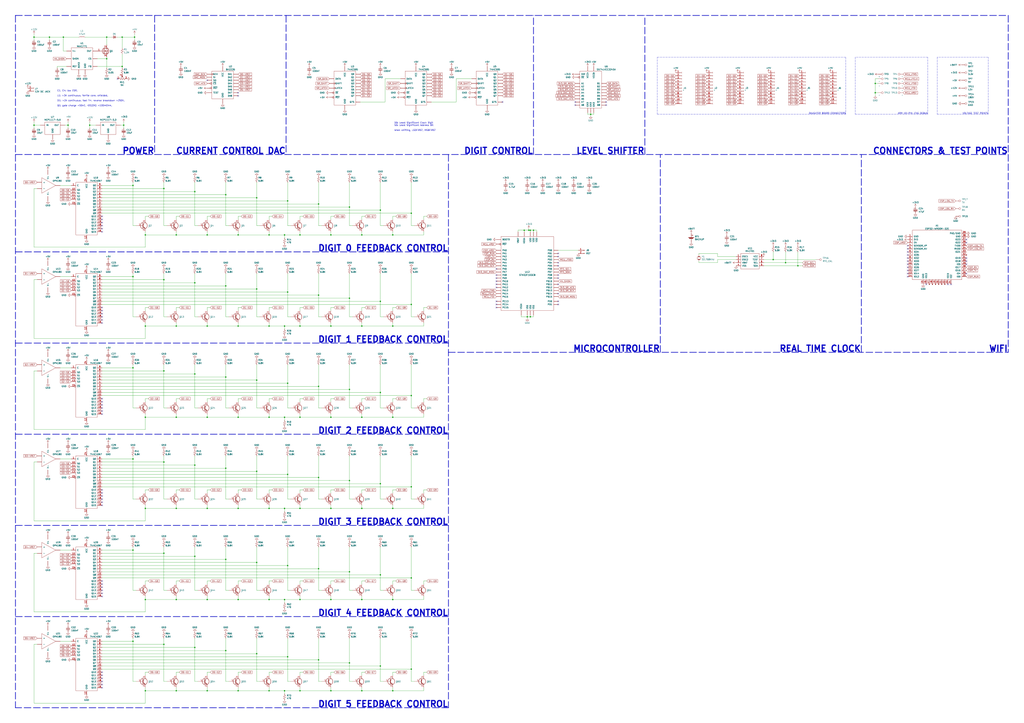
<source format=kicad_sch>
(kicad_sch (version 20211123) (generator eeschema)
  (paper "A1")
  (junction (at 170.18 342.9))
  (junction (at 134.62 229.87))
  (junction (at 322.58 492.76))
  (junction (at 337.82 175.26))
  (junction (at 87.63 30.48))
  (junction (at 261.62 167.64))
  (junction (at 170.18 193.04))
  (junction (at 185.42 459.74))
  (junction (at 337.82 549.91))
  (junction (at 312.42 172.72))
  (junction (at 210.82 162.56))
  (junction (at 322.58 417.83))
  (junction (at 109.22 527.05))
  (junction (at 144.78 417.83))
  (junction (at 144.78 342.9))
  (junction (at 430.53 189.23))
  (junction (at 185.42 160.02))
  (junction (at 119.38 193.04))
  (junction (at 236.22 389.89))
  (junction (at 210.82 237.49))
  (junction (at 144.78 492.76))
  (junction (at 119.38 567.69))
  (junction (at 220.98 267.97))
  (junction (at 109.22 377.19))
  (junction (at 271.78 342.9))
  (junction (at 55.88 102.87))
  (junction (at 185.42 234.95))
  (junction (at 435.61 260.35))
  (junction (at 337.82 474.98))
  (junction (at 435.61 189.23))
  (junction (at 297.18 417.83))
  (junction (at 210.82 312.42))
  (junction (at 160.02 307.34))
  (junction (at 185.42 534.67))
  (junction (at 220.98 193.04))
  (junction (at 109.22 452.12))
  (junction (at 297.18 342.9))
  (junction (at 322.58 342.9))
  (junction (at 185.42 384.81))
  (junction (at 236.22 314.96))
  (junction (at 87.63 48.26))
  (junction (at 246.38 492.76))
  (junction (at 109.22 152.4))
  (junction (at 261.62 467.36))
  (junction (at 170.18 567.69))
  (junction (at 433.07 260.35))
  (junction (at 220.98 567.69))
  (junction (at 134.62 379.73))
  (junction (at 322.58 567.69))
  (junction (at 261.62 242.57))
  (junction (at 195.58 267.97))
  (junction (at 119.38 342.9))
  (junction (at 109.22 227.33))
  (junction (at 134.62 454.66))
  (junction (at 337.82 250.19))
  (junction (at 110.49 30.48))
  (junction (at 297.18 193.04))
  (junction (at 718.82 76.2))
  (junction (at 160.02 157.48))
  (junction (at 261.62 317.5))
  (junction (at 287.02 469.9))
  (junction (at 27.94 102.87))
  (junction (at 73.66 102.87))
  (junction (at 322.58 193.04))
  (junction (at 246.38 567.69))
  (junction (at 195.58 492.76))
  (junction (at 185.42 309.88))
  (junction (at 170.18 492.76))
  (junction (at 195.58 193.04))
  (junction (at 236.22 539.75))
  (junction (at 144.78 267.97))
  (junction (at 312.42 397.51))
  (junction (at 119.38 417.83))
  (junction (at 236.22 464.82))
  (junction (at 312.42 547.37))
  (junction (at 271.78 193.04))
  (junction (at 271.78 267.97))
  (junction (at 144.78 193.04))
  (junction (at 271.78 417.83))
  (junction (at 434.34 189.23))
  (junction (at 635 213.36))
  (junction (at 297.18 267.97))
  (junction (at 100.33 30.48))
  (junction (at 220.98 492.76))
  (junction (at 312.42 247.65))
  (junction (at 210.82 387.35))
  (junction (at 220.98 417.83))
  (junction (at 485.14 93.98))
  (junction (at 109.22 302.26))
  (junction (at 119.38 492.76))
  (junction (at 312.42 472.44))
  (junction (at 40.64 30.48))
  (junction (at 195.58 342.9))
  (junction (at 160.02 232.41))
  (junction (at 119.38 267.97))
  (junction (at 322.58 267.97))
  (junction (at 246.38 342.9))
  (junction (at 101.6 102.87))
  (junction (at 287.02 544.83))
  (junction (at 287.02 394.97))
  (junction (at 134.62 154.94))
  (junction (at 287.02 320.04))
  (junction (at 271.78 567.69))
  (junction (at 210.82 537.21))
  (junction (at 52.07 30.48))
  (junction (at 718.82 68.58))
  (junction (at 337.82 400.05))
  (junction (at 655.32 218.44))
  (junction (at 438.15 189.23))
  (junction (at 134.62 529.59))
  (junction (at 233.68 567.69))
  (junction (at 210.82 462.28))
  (junction (at 246.38 267.97))
  (junction (at 337.82 325.12))
  (junction (at 236.22 240.03))
  (junction (at 170.18 267.97))
  (junction (at 170.18 417.83))
  (junction (at 261.62 542.29))
  (junction (at 160.02 532.13))
  (junction (at 134.62 304.8))
  (junction (at 195.58 417.83))
  (junction (at 27.94 30.48))
  (junction (at 195.58 567.69))
  (junction (at 236.22 165.1))
  (junction (at 312.42 322.58))
  (junction (at 233.68 193.04))
  (junction (at 220.98 342.9))
  (junction (at 271.78 492.76))
  (junction (at 246.38 417.83))
  (junction (at 233.68 267.97))
  (junction (at 233.68 492.76))
  (junction (at 233.68 417.83))
  (junction (at 297.18 492.76))
  (junction (at 287.02 170.18))
  (junction (at 233.68 342.9))
  (junction (at 160.02 382.27))
  (junction (at 645.16 215.9))
  (junction (at 297.18 567.69))
  (junction (at 287.02 245.11))
  (junction (at 160.02 457.2))
  (junction (at 100.33 54.61))
  (junction (at 261.62 392.43))
  (junction (at 144.78 567.69))
  (junction (at 246.38 193.04))
  (no_connect (at 83.82 252.73))
  (no_connect (at 83.82 337.82))
  (no_connect (at 83.82 265.43))
  (no_connect (at 793.75 224.79))
  (no_connect (at 83.82 560.07))
  (no_connect (at 745.49 207.01))
  (no_connect (at 745.49 201.93))
  (no_connect (at 745.49 224.79))
  (no_connect (at 170.18 66.04))
  (no_connect (at 760.73 233.68))
  (no_connect (at 83.82 330.2))
  (no_connect (at 458.47 241.3))
  (no_connect (at 407.67 252.73))
  (no_connect (at 83.82 557.53))
  (no_connect (at 83.82 562.61))
  (no_connect (at 745.49 217.17))
  (no_connect (at 407.67 228.6))
  (no_connect (at 83.82 412.75))
  (no_connect (at 96.52 64.77))
  (no_connect (at 83.82 177.8))
  (no_connect (at 778.51 233.68))
  (no_connect (at 83.82 260.35))
  (no_connect (at 793.75 217.17))
  (no_connect (at 195.58 76.2))
  (no_connect (at 458.47 218.44))
  (no_connect (at 745.49 204.47))
  (no_connect (at 407.67 250.19))
  (no_connect (at 83.82 255.27))
  (no_connect (at 793.75 212.09))
  (no_connect (at 745.49 212.09))
  (no_connect (at 83.82 262.89))
  (no_connect (at 83.82 552.45))
  (no_connect (at 83.82 410.21))
  (no_connect (at 83.82 554.99))
  (no_connect (at 407.67 220.98))
  (no_connect (at 407.67 236.22))
  (no_connect (at 83.82 405.13))
  (no_connect (at 745.49 209.55))
  (no_connect (at 83.82 402.59))
  (no_connect (at 793.75 196.85))
  (no_connect (at 458.47 210.82))
  (no_connect (at 83.82 187.96))
  (no_connect (at 407.67 231.14))
  (no_connect (at 83.82 565.15))
  (no_connect (at 83.82 185.42))
  (no_connect (at 458.47 226.06))
  (no_connect (at 83.82 180.34))
  (no_connect (at 472.44 83.82))
  (no_connect (at 83.82 332.74))
  (no_connect (at 83.82 182.88))
  (no_connect (at 83.82 485.14))
  (no_connect (at 83.82 490.22))
  (no_connect (at 407.67 247.65))
  (no_connect (at 83.82 327.66))
  (no_connect (at 458.47 208.28))
  (no_connect (at 407.67 233.68))
  (no_connect (at 83.82 477.52))
  (no_connect (at 745.49 227.33))
  (no_connect (at 497.84 86.36))
  (no_connect (at 458.47 233.68))
  (no_connect (at 83.82 257.81))
  (no_connect (at 745.49 219.71))
  (no_connect (at 407.67 226.06))
  (no_connect (at 195.58 78.74))
  (no_connect (at 458.47 228.6))
  (no_connect (at 83.82 335.28))
  (no_connect (at 497.84 83.82))
  (no_connect (at 83.82 482.6))
  (no_connect (at 745.49 214.63))
  (no_connect (at 781.05 233.68))
  (no_connect (at 83.82 415.29))
  (no_connect (at 472.44 86.36))
  (no_connect (at 83.82 340.36))
  (no_connect (at 458.47 247.65))
  (no_connect (at 83.82 487.68))
  (no_connect (at 83.82 480.06))
  (no_connect (at 83.82 190.5))
  (no_connect (at 793.75 214.63))
  (no_connect (at 793.75 199.39))
  (no_connect (at 745.49 222.25))
  (no_connect (at 458.47 215.9))
  (no_connect (at 83.82 407.67))
  (no_connect (at 458.47 250.19))
  (no_connect (at 412.75 83.82))
  (wire (pts (xy 195.58 190.5) (xy 195.58 193.04)))
  (wire (pts (xy 83.82 170.18) (xy 287.02 170.18)))
  (wire (pts (xy 322.58 402.59) (xy 322.58 405.13)))
  (wire (pts (xy 144.78 490.22) (xy 144.78 492.76)))
  (wire (pts (xy 233.68 570.23) (xy 233.68 567.69)))
  (wire (pts (xy 322.58 267.97) (xy 297.18 267.97)))
  (wire (pts (xy 195.58 552.45) (xy 195.58 554.99)))
  (wire (pts (xy 83.82 400.05) (xy 337.82 400.05)))
  (wire (pts (xy 274.32 252.73) (xy 271.78 252.73)))
  (wire (pts (xy 144.78 327.66) (xy 144.78 330.2)))
  (wire (pts (xy 170.18 252.73) (xy 170.18 255.27)))
  (wire (pts (xy 287.02 469.9) (xy 287.02 449.58)))
  (wire (pts (xy 223.52 552.45) (xy 220.98 552.45)))
  (wire (pts (xy 119.38 427.99) (xy 27.94 427.99)))
  (wire (pts (xy 236.22 314.96) (xy 236.22 299.72)))
  (wire (pts (xy 574.04 215.9) (xy 589.28 215.9)))
  (wire (pts (xy 160.02 532.13) (xy 160.02 560.07)))
  (wire (pts (xy 322.58 190.5) (xy 322.58 193.04)))
  (wire (pts (xy 271.78 415.29) (xy 271.78 417.83)))
  (wire (pts (xy 134.62 485.14) (xy 137.16 485.14)))
  (wire (pts (xy 30.48 304.8) (xy 27.94 304.8)))
  (wire (pts (xy 109.22 524.51) (xy 109.22 527.05)))
  (wire (pts (xy 337.82 260.35) (xy 340.36 260.35)))
  (polyline (pts (xy 12.7 431.8) (xy 368.3 431.8)) (stroke (width 0.508)))
  (wire (pts (xy 220.98 342.9) (xy 195.58 342.9)))
  (wire (pts (xy 83.82 309.88) (xy 185.42 309.88)))
  (wire (pts (xy 144.78 340.36) (xy 144.78 342.9)))
  (wire (pts (xy 210.82 387.35) (xy 210.82 374.65)))
  (wire (pts (xy 170.18 492.76) (xy 144.78 492.76)))
  (wire (pts (xy 233.68 495.3) (xy 233.68 492.76)))
  (wire (pts (xy 261.62 485.14) (xy 264.16 485.14)))
  (wire (pts (xy 160.02 410.21) (xy 162.56 410.21)))
  (wire (pts (xy 316.23 64.77) (xy 316.23 83.82)))
  (wire (pts (xy 347.98 340.36) (xy 347.98 342.9)))
  (wire (pts (xy 27.94 529.59) (xy 30.48 529.59)))
  (wire (pts (xy 144.78 552.45) (xy 144.78 554.99)))
  (wire (pts (xy 299.72 327.66) (xy 297.18 327.66)))
  (wire (pts (xy 87.63 30.48) (xy 87.63 36.83)))
  (wire (pts (xy 121.92 552.45) (xy 119.38 552.45)))
  (wire (pts (xy 119.38 353.06) (xy 27.94 353.06)))
  (wire (pts (xy 160.02 232.41) (xy 160.02 224.79)))
  (wire (pts (xy 210.82 312.42) (xy 210.82 335.28)))
  (wire (pts (xy 185.42 234.95) (xy 185.42 260.35)))
  (wire (pts (xy 30.48 379.73) (xy 27.94 379.73)))
  (wire (pts (xy 248.92 402.59) (xy 246.38 402.59)))
  (wire (pts (xy 347.98 567.69) (xy 322.58 567.69)))
  (wire (pts (xy 325.12 402.59) (xy 322.58 402.59)))
  (polyline (pts (xy 542.29 289.56) (xy 542.29 127)) (stroke (width 0.508)))
  (wire (pts (xy 387.35 64.77) (xy 374.65 64.77)))
  (wire (pts (xy 160.02 485.14) (xy 162.56 485.14)))
  (wire (pts (xy 312.42 397.51) (xy 312.42 410.21)))
  (wire (pts (xy 172.72 327.66) (xy 170.18 327.66)))
  (wire (pts (xy 425.45 189.23) (xy 430.53 189.23)))
  (wire (pts (xy 427.99 260.35) (xy 433.07 260.35)))
  (wire (pts (xy 271.78 342.9) (xy 246.38 342.9)))
  (wire (pts (xy 83.82 250.19) (xy 337.82 250.19)))
  (wire (pts (xy 144.78 492.76) (xy 119.38 492.76)))
  (wire (pts (xy 69.85 30.48) (xy 87.63 30.48)))
  (wire (pts (xy 101.6 100.33) (xy 101.6 102.87)))
  (wire (pts (xy 236.22 165.1) (xy 236.22 149.86)))
  (wire (pts (xy 337.82 325.12) (xy 337.82 335.28)))
  (wire (pts (xy 134.62 260.35) (xy 137.16 260.35)))
  (wire (pts (xy 33.02 102.87) (xy 27.94 102.87)))
  (wire (pts (xy 220.98 177.8) (xy 220.98 180.34)))
  (wire (pts (xy 195.58 415.29) (xy 195.58 417.83)))
  (wire (pts (xy 261.62 467.36) (xy 261.62 485.14)))
  (wire (pts (xy 233.68 193.04) (xy 220.98 193.04)))
  (wire (pts (xy 236.22 314.96) (xy 236.22 335.28)))
  (wire (pts (xy 160.02 382.27) (xy 160.02 410.21)))
  (wire (pts (xy 236.22 485.14) (xy 238.76 485.14)))
  (wire (pts (xy 287.02 560.07) (xy 289.56 560.07)))
  (wire (pts (xy 438.15 260.35) (xy 438.15 259.08)))
  (wire (pts (xy 485.14 92.71) (xy 485.14 93.98)))
  (wire (pts (xy 233.68 345.44) (xy 233.68 342.9)))
  (wire (pts (xy 83.82 157.48) (xy 160.02 157.48)))
  (wire (pts (xy 144.78 402.59) (xy 144.78 405.13)))
  (wire (pts (xy 170.18 415.29) (xy 170.18 417.83)))
  (wire (pts (xy 121.92 402.59) (xy 119.38 402.59)))
  (wire (pts (xy 438.15 189.23) (xy 440.69 189.23)))
  (wire (pts (xy 109.22 224.79) (xy 109.22 227.33)))
  (wire (pts (xy 220.98 193.04) (xy 195.58 193.04)))
  (wire (pts (xy 347.98 490.22) (xy 347.98 492.76)))
  (wire (pts (xy 170.18 477.52) (xy 170.18 480.06)))
  (wire (pts (xy 440.69 189.23) (xy 440.69 190.5)))
  (wire (pts (xy 144.78 177.8) (xy 144.78 180.34)))
  (wire (pts (xy 54.61 54.61) (xy 46.99 54.61)))
  (wire (pts (xy 27.94 304.8) (xy 27.94 353.06)))
  (wire (pts (xy 337.82 400.05) (xy 337.82 410.21)))
  (wire (pts (xy 433.07 260.35) (xy 433.07 259.08)))
  (wire (pts (xy 160.02 307.34) (xy 160.02 299.72)))
  (wire (pts (xy 160.02 157.48) (xy 160.02 149.86)))
  (wire (pts (xy 83.82 240.03) (xy 236.22 240.03)))
  (polyline (pts (xy 529.59 127) (xy 529.59 12.7)) (stroke (width 0.508)))
  (wire (pts (xy 170.18 342.9) (xy 144.78 342.9)))
  (wire (pts (xy 337.82 560.07) (xy 340.36 560.07)))
  (wire (pts (xy 325.12 177.8) (xy 322.58 177.8)))
  (wire (pts (xy 220.98 552.45) (xy 220.98 554.99)))
  (wire (pts (xy 248.92 252.73) (xy 246.38 252.73)))
  (wire (pts (xy 185.42 160.02) (xy 185.42 185.42)))
  (polyline (pts (xy 127 12.7) (xy 127 127)) (stroke (width 0.508)))
  (wire (pts (xy 236.22 240.03) (xy 236.22 260.35)))
  (wire (pts (xy 337.82 185.42) (xy 340.36 185.42)))
  (wire (pts (xy 261.62 260.35) (xy 264.16 260.35)))
  (wire (pts (xy 322.58 252.73) (xy 322.58 255.27)))
  (wire (pts (xy 83.82 245.11) (xy 287.02 245.11)))
  (wire (pts (xy 134.62 454.66) (xy 134.62 485.14)))
  (wire (pts (xy 27.94 454.66) (xy 27.94 502.92)))
  (wire (pts (xy 297.18 402.59) (xy 297.18 405.13)))
  (wire (pts (xy 236.22 464.82) (xy 236.22 485.14)))
  (wire (pts (xy 121.92 177.8) (xy 119.38 177.8)))
  (wire (pts (xy 185.42 384.81) (xy 185.42 374.65)))
  (wire (pts (xy 119.38 502.92) (xy 27.94 502.92)))
  (wire (pts (xy 83.82 392.43) (xy 261.62 392.43)))
  (wire (pts (xy 121.92 252.73) (xy 119.38 252.73)))
  (wire (pts (xy 170.18 552.45) (xy 170.18 554.99)))
  (wire (pts (xy 100.33 54.61) (xy 100.33 55.88)))
  (wire (pts (xy 236.22 389.89) (xy 236.22 374.65)))
  (wire (pts (xy 27.94 379.73) (xy 27.94 427.99)))
  (wire (pts (xy 119.38 567.69) (xy 119.38 565.15)))
  (wire (pts (xy 134.62 304.8) (xy 134.62 299.72)))
  (wire (pts (xy 172.72 477.52) (xy 170.18 477.52)))
  (wire (pts (xy 49.53 227.33) (xy 58.42 227.33)))
  (wire (pts (xy 83.82 317.5) (xy 261.62 317.5)))
  (polyline (pts (xy 694.69 46.99) (xy 694.69 93.98)))
  (wire (pts (xy 246.38 552.45) (xy 246.38 554.99)))
  (wire (pts (xy 297.18 340.36) (xy 297.18 342.9)))
  (wire (pts (xy 83.82 394.97) (xy 287.02 394.97)))
  (wire (pts (xy 350.52 252.73) (xy 347.98 252.73)))
  (wire (pts (xy 427.99 259.08) (xy 427.99 260.35)))
  (wire (pts (xy 627.38 218.44) (xy 655.32 218.44)))
  (wire (pts (xy 297.18 567.69) (xy 271.78 567.69)))
  (wire (pts (xy 246.38 402.59) (xy 246.38 405.13)))
  (wire (pts (xy 316.23 83.82) (xy 295.91 83.82)))
  (wire (pts (xy 287.02 485.14) (xy 289.56 485.14)))
  (wire (pts (xy 236.22 185.42) (xy 238.76 185.42)))
  (wire (pts (xy 347.98 417.83) (xy 322.58 417.83)))
  (wire (pts (xy 185.42 309.88) (xy 185.42 299.72)))
  (wire (pts (xy 337.82 474.98) (xy 337.82 449.58)))
  (wire (pts (xy 487.68 93.98) (xy 487.68 92.71)))
  (wire (pts (xy 430.53 189.23) (xy 434.34 189.23)))
  (wire (pts (xy 274.32 177.8) (xy 271.78 177.8)))
  (wire (pts (xy 83.82 314.96) (xy 236.22 314.96)))
  (polyline (pts (xy 762 46.99) (xy 702.31 46.99)))
  (wire (pts (xy 83.82 542.29) (xy 261.62 542.29)))
  (wire (pts (xy 185.42 410.21) (xy 187.96 410.21)))
  (wire (pts (xy 347.98 267.97) (xy 322.58 267.97)))
  (wire (pts (xy 99.06 102.87) (xy 101.6 102.87)))
  (wire (pts (xy 49.53 152.4) (xy 58.42 152.4)))
  (polyline (pts (xy 769.62 46.99) (xy 769.62 93.98)))
  (wire (pts (xy 144.78 415.29) (xy 144.78 417.83)))
  (wire (pts (xy 185.42 560.07) (xy 187.96 560.07)))
  (wire (pts (xy 322.58 492.76) (xy 297.18 492.76)))
  (wire (pts (xy 46.99 54.61) (xy 46.99 55.88)))
  (wire (pts (xy 287.02 260.35) (xy 289.56 260.35)))
  (polyline (pts (xy 702.31 46.99) (xy 702.31 93.98)))
  (wire (pts (xy 147.32 402.59) (xy 144.78 402.59)))
  (wire (pts (xy 236.22 389.89) (xy 236.22 410.21)))
  (wire (pts (xy 271.78 490.22) (xy 271.78 492.76)))
  (wire (pts (xy 83.82 167.64) (xy 261.62 167.64)))
  (wire (pts (xy 101.6 102.87) (xy 101.6 105.41)))
  (wire (pts (xy 433.07 260.35) (xy 435.61 260.35)))
  (polyline (pts (xy 811.53 46.99) (xy 769.62 46.99)))
  (wire (pts (xy 83.82 232.41) (xy 160.02 232.41)))
  (wire (pts (xy 347.98 190.5) (xy 347.98 193.04)))
  (wire (pts (xy 160.02 382.27) (xy 160.02 374.65)))
  (wire (pts (xy 271.78 252.73) (xy 271.78 255.27)))
  (wire (pts (xy 236.22 240.03) (xy 236.22 224.79)))
  (wire (pts (xy 119.38 342.9) (xy 119.38 340.36)))
  (wire (pts (xy 195.58 265.43) (xy 195.58 267.97)))
  (wire (pts (xy 718.82 76.2) (xy 718.82 78.74)))
  (wire (pts (xy 83.82 397.51) (xy 312.42 397.51)))
  (wire (pts (xy 287.02 320.04) (xy 287.02 335.28)))
  (wire (pts (xy 347.98 193.04) (xy 322.58 193.04)))
  (wire (pts (xy 83.82 242.57) (xy 261.62 242.57)))
  (wire (pts (xy 40.64 30.48) (xy 40.64 33.02)))
  (wire (pts (xy 350.52 177.8) (xy 347.98 177.8)))
  (wire (pts (xy 170.18 265.43) (xy 170.18 267.97)))
  (polyline (pts (xy 539.75 46.99) (xy 694.69 46.99)))
  (wire (pts (xy 87.63 30.48) (xy 91.44 30.48)))
  (wire (pts (xy 271.78 177.8) (xy 271.78 180.34)))
  (wire (pts (xy 721.36 76.2) (xy 718.82 76.2)))
  (wire (pts (xy 170.18 177.8) (xy 170.18 180.34)))
  (wire (pts (xy 119.38 417.83) (xy 119.38 415.29)))
  (wire (pts (xy 287.02 469.9) (xy 287.02 485.14)))
  (wire (pts (xy 119.38 267.97) (xy 119.38 278.13)))
  (wire (pts (xy 337.82 175.26) (xy 337.82 185.42)))
  (wire (pts (xy 160.02 232.41) (xy 160.02 260.35)))
  (wire (pts (xy 52.07 30.48) (xy 40.64 30.48)))
  (wire (pts (xy 53.34 102.87) (xy 55.88 102.87)))
  (wire (pts (xy 627.38 215.9) (xy 645.16 215.9)))
  (wire (pts (xy 589.28 210.82) (xy 589.28 208.28)))
  (wire (pts (xy 170.18 190.5) (xy 170.18 193.04)))
  (wire (pts (xy 109.22 299.72) (xy 109.22 302.26)))
  (polyline (pts (xy 12.7 12.7) (xy 828.04 12.7)) (stroke (width 0.508)))
  (wire (pts (xy 297.18 415.29) (xy 297.18 417.83)))
  (wire (pts (xy 109.22 260.35) (xy 111.76 260.35)))
  (wire (pts (xy 297.18 477.52) (xy 297.18 480.06)))
  (wire (pts (xy 261.62 392.43) (xy 261.62 374.65)))
  (wire (pts (xy 195.58 252.73) (xy 195.58 255.27)))
  (wire (pts (xy 261.62 242.57) (xy 261.62 260.35)))
  (wire (pts (xy 297.18 265.43) (xy 297.18 267.97)))
  (wire (pts (xy 261.62 410.21) (xy 264.16 410.21)))
  (wire (pts (xy 160.02 157.48) (xy 160.02 185.42)))
  (wire (pts (xy 195.58 492.76) (xy 170.18 492.76)))
  (wire (pts (xy 482.6 92.71) (xy 482.6 93.98)))
  (wire (pts (xy 170.18 340.36) (xy 170.18 342.9)))
  (wire (pts (xy 350.52 552.45) (xy 347.98 552.45)))
  (wire (pts (xy 233.68 195.58) (xy 233.68 193.04)))
  (wire (pts (xy 271.78 567.69) (xy 246.38 567.69)))
  (wire (pts (xy 721.36 64.77) (xy 718.82 64.77)))
  (wire (pts (xy 195.58 340.36) (xy 195.58 342.9)))
  (wire (pts (xy 172.72 402.59) (xy 170.18 402.59)))
  (wire (pts (xy 83.82 539.75) (xy 236.22 539.75)))
  (wire (pts (xy 299.72 477.52) (xy 297.18 477.52)))
  (wire (pts (xy 347.98 415.29) (xy 347.98 417.83)))
  (wire (pts (xy 312.42 172.72) (xy 312.42 149.86)))
  (wire (pts (xy 271.78 552.45) (xy 271.78 554.99)))
  (wire (pts (xy 236.22 539.75) (xy 236.22 560.07)))
  (wire (pts (xy 274.32 552.45) (xy 271.78 552.45)))
  (polyline (pts (xy 12.7 356.87) (xy 368.3 356.87)) (stroke (width 0.508)))
  (wire (pts (xy 312.42 472.44) (xy 312.42 449.58)))
  (wire (pts (xy 170.18 567.69) (xy 144.78 567.69)))
  (wire (pts (xy 83.82 474.98) (xy 337.82 474.98)))
  (wire (pts (xy 119.38 193.04) (xy 119.38 190.5)))
  (wire (pts (xy 271.78 417.83) (xy 246.38 417.83)))
  (wire (pts (xy 210.82 335.28) (xy 213.36 335.28)))
  (wire (pts (xy 30.48 454.66) (xy 27.94 454.66)))
  (wire (pts (xy 374.65 64.77) (xy 374.65 83.82)))
  (wire (pts (xy 322.58 567.69) (xy 297.18 567.69)))
  (polyline (pts (xy 12.7 281.94) (xy 368.3 281.94)) (stroke (width 0.508)))
  (wire (pts (xy 347.98 327.66) (xy 347.98 330.2)))
  (wire (pts (xy 144.78 342.9) (xy 119.38 342.9)))
  (wire (pts (xy 220.98 415.29) (xy 220.98 417.83)))
  (wire (pts (xy 312.42 322.58) (xy 312.42 299.72)))
  (wire (pts (xy 325.12 477.52) (xy 322.58 477.52)))
  (wire (pts (xy 246.38 177.8) (xy 246.38 180.34)))
  (wire (pts (xy 297.18 177.8) (xy 297.18 180.34)))
  (wire (pts (xy 195.58 402.59) (xy 195.58 405.13)))
  (wire (pts (xy 287.02 394.97) (xy 287.02 410.21)))
  (wire (pts (xy 322.58 477.52) (xy 322.58 480.06)))
  (wire (pts (xy 83.82 304.8) (xy 134.62 304.8)))
  (wire (pts (xy 347.98 565.15) (xy 347.98 567.69)))
  (wire (pts (xy 83.82 175.26) (xy 337.82 175.26)))
  (wire (pts (xy 170.18 565.15) (xy 170.18 567.69)))
  (wire (pts (xy 134.62 229.87) (xy 134.62 224.79)))
  (wire (pts (xy 347.98 402.59) (xy 347.98 405.13)))
  (wire (pts (xy 220.98 327.66) (xy 220.98 330.2)))
  (wire (pts (xy 83.82 229.87) (xy 134.62 229.87)))
  (polyline (pts (xy 368.3 581.66) (xy 12.7 581.66)) (stroke (width 0.508)))
  (wire (pts (xy 83.82 377.19) (xy 109.22 377.19)))
  (wire (pts (xy 312.42 560.07) (xy 314.96 560.07)))
  (wire (pts (xy 233.68 270.51) (xy 233.68 267.97)))
  (wire (pts (xy 337.82 474.98) (xy 337.82 485.14)))
  (wire (pts (xy 271.78 327.66) (xy 271.78 330.2)))
  (wire (pts (xy 236.22 335.28) (xy 238.76 335.28)))
  (wire (pts (xy 83.82 165.1) (xy 236.22 165.1)))
  (wire (pts (xy 210.82 410.21) (xy 213.36 410.21)))
  (wire (pts (xy 299.72 252.73) (xy 297.18 252.73)))
  (wire (pts (xy 83.82 462.28) (xy 210.82 462.28)))
  (wire (pts (xy 185.42 384.81) (xy 185.42 410.21)))
  (wire (pts (xy 185.42 309.88) (xy 185.42 335.28)))
  (wire (pts (xy 134.62 379.73) (xy 134.62 410.21)))
  (wire (pts (xy 83.82 549.91) (xy 337.82 549.91)))
  (wire (pts (xy 109.22 410.21) (xy 111.76 410.21)))
  (wire (pts (xy 119.38 252.73) (xy 119.38 255.27)))
  (wire (pts (xy 83.82 172.72) (xy 312.42 172.72)))
  (wire (pts (xy 100.33 30.48) (xy 110.49 30.48)))
  (wire (pts (xy 119.38 177.8) (xy 119.38 180.34)))
  (polyline (pts (xy 769.62 93.98) (xy 811.53 93.98)))
  (wire (pts (xy 185.42 185.42) (xy 187.96 185.42)))
  (polyline (pts (xy 368.3 127) (xy 368.3 581.66)) (stroke (width 0.508)))
  (wire (pts (xy 210.82 260.35) (xy 213.36 260.35)))
  (wire (pts (xy 312.42 247.65) (xy 312.42 224.79)))
  (wire (pts (xy 119.38 492.76) (xy 119.38 502.92)))
  (wire (pts (xy 287.02 245.11) (xy 287.02 260.35)))
  (wire (pts (xy 220.98 490.22) (xy 220.98 492.76)))
  (wire (pts (xy 347.98 177.8) (xy 347.98 180.34)))
  (wire (pts (xy 220.98 402.59) (xy 220.98 405.13)))
  (wire (pts (xy 233.68 567.69) (xy 220.98 567.69)))
  (wire (pts (xy 299.72 402.59) (xy 297.18 402.59)))
  (wire (pts (xy 261.62 317.5) (xy 261.62 299.72)))
  (wire (pts (xy 198.12 552.45) (xy 195.58 552.45)))
  (wire (pts (xy 434.34 189.23) (xy 435.61 189.23)))
  (wire (pts (xy 83.82 237.49) (xy 210.82 237.49)))
  (wire (pts (xy 322.58 342.9) (xy 297.18 342.9)))
  (polyline (pts (xy 707.39 289.56) (xy 707.39 127)) (stroke (width 0.508)))
  (wire (pts (xy 83.82 534.67) (xy 185.42 534.67)))
  (wire (pts (xy 271.78 402.59) (xy 271.78 405.13)))
  (wire (pts (xy 261.62 242.57) (xy 261.62 224.79)))
  (wire (pts (xy 185.42 485.14) (xy 187.96 485.14)))
  (wire (pts (xy 312.42 547.37) (xy 312.42 524.51)))
  (polyline (pts (xy 828.04 12.7) (xy 828.04 289.56)) (stroke (width 0.508)))
  (polyline (pts (xy 694.69 93.98) (xy 539.75 93.98)))
  (wire (pts (xy 119.38 193.04) (xy 119.38 203.2)))
  (wire (pts (xy 83.82 529.59) (xy 134.62 529.59)))
  (wire (pts (xy 312.42 322.58) (xy 312.42 335.28)))
  (wire (pts (xy 119.38 417.83) (xy 119.38 427.99)))
  (wire (pts (xy 271.78 477.52) (xy 271.78 480.06)))
  (wire (pts (xy 589.28 215.9) (xy 589.28 213.36)))
  (wire (pts (xy 83.82 459.74) (xy 185.42 459.74)))
  (wire (pts (xy 574.04 214.63) (xy 574.04 215.9)))
  (wire (pts (xy 83.82 457.2) (xy 160.02 457.2)))
  (wire (pts (xy 83.82 472.44) (xy 312.42 472.44)))
  (wire (pts (xy 246.38 415.29) (xy 246.38 417.83)))
  (polyline (pts (xy 539.75 93.98) (xy 539.75 46.99)))
  (wire (pts (xy 236.22 560.07) (xy 238.76 560.07)))
  (wire (pts (xy 83.82 162.56) (xy 210.82 162.56)))
  (wire (pts (xy 55.88 100.33) (xy 55.88 102.87)))
  (wire (pts (xy 134.62 304.8) (xy 134.62 335.28)))
  (wire (pts (xy 322.58 417.83) (xy 297.18 417.83)))
  (wire (pts (xy 220.98 477.52) (xy 220.98 480.06)))
  (wire (pts (xy 134.62 560.07) (xy 137.16 560.07)))
  (wire (pts (xy 144.78 567.69) (xy 119.38 567.69)))
  (wire (pts (xy 246.38 252.73) (xy 246.38 255.27)))
  (wire (pts (xy 434.34 187.96) (xy 434.34 189.23)))
  (wire (pts (xy 287.02 185.42) (xy 289.56 185.42)))
  (wire (pts (xy 271.78 190.5) (xy 271.78 193.04)))
  (wire (pts (xy 119.38 577.85) (xy 27.94 577.85)))
  (wire (pts (xy 147.32 252.73) (xy 144.78 252.73)))
  (wire (pts (xy 220.98 340.36) (xy 220.98 342.9)))
  (wire (pts (xy 458.47 205.74) (xy 474.98 205.74)))
  (wire (pts (xy 210.82 312.42) (xy 210.82 299.72)))
  (wire (pts (xy 233.68 342.9) (xy 220.98 342.9)))
  (wire (pts (xy 325.12 327.66) (xy 322.58 327.66)))
  (wire (pts (xy 220.98 265.43) (xy 220.98 267.97)))
  (wire (pts (xy 134.62 154.94) (xy 134.62 185.42)))
  (wire (pts (xy 236.22 539.75) (xy 236.22 524.51)))
  (wire (pts (xy 198.12 327.66) (xy 195.58 327.66)))
  (wire (pts (xy 119.38 552.45) (xy 119.38 554.99)))
  (wire (pts (xy 337.82 325.12) (xy 337.82 299.72)))
  (wire (pts (xy 134.62 335.28) (xy 137.16 335.28)))
  (wire (pts (xy 100.33 44.45) (xy 100.33 54.61)))
  (wire (pts (xy 210.82 462.28) (xy 210.82 449.58)))
  (wire (pts (xy 337.82 549.91) (xy 337.82 560.07)))
  (wire (pts (xy 195.58 477.52) (xy 195.58 480.06)))
  (wire (pts (xy 322.58 177.8) (xy 322.58 180.34)))
  (wire (pts (xy 287.02 544.83) (xy 287.02 524.51)))
  (wire (pts (xy 322.58 565.15) (xy 322.58 567.69)))
  (wire (pts (xy 718.82 64.77) (xy 718.82 68.58)))
  (wire (pts (xy 274.32 402.59) (xy 271.78 402.59)))
  (wire (pts (xy 322.58 415.29) (xy 322.58 417.83)))
  (wire (pts (xy 83.82 384.81) (xy 185.42 384.81)))
  (wire (pts (xy 312.42 485.14) (xy 314.96 485.14)))
  (wire (pts (xy 119.38 477.52) (xy 119.38 480.06)))
  (wire (pts (xy 121.92 327.66) (xy 119.38 327.66)))
  (wire (pts (xy 297.18 190.5) (xy 297.18 193.04)))
  (wire (pts (xy 325.12 552.45) (xy 322.58 552.45)))
  (wire (pts (xy 297.18 327.66) (xy 297.18 330.2)))
  (wire (pts (xy 195.58 177.8) (xy 195.58 180.34)))
  (wire (pts (xy 195.58 327.66) (xy 195.58 330.2)))
  (wire (pts (xy 195.58 417.83) (xy 170.18 417.83)))
  (wire (pts (xy 119.38 278.13) (xy 27.94 278.13)))
  (wire (pts (xy 195.58 267.97) (xy 170.18 267.97)))
  (wire (pts (xy 109.22 527.05) (xy 109.22 560.07)))
  (wire (pts (xy 52.07 30.48) (xy 64.77 30.48)))
  (wire (pts (xy 83.82 154.94) (xy 134.62 154.94)))
  (wire (pts (xy 55.88 102.87) (xy 55.88 105.41)))
  (wire (pts (xy 350.52 402.59) (xy 347.98 402.59)))
  (wire (pts (xy 144.78 417.83) (xy 119.38 417.83)))
  (wire (pts (xy 438.15 190.5) (xy 438.15 189.23)))
  (wire (pts (xy 144.78 477.52) (xy 144.78 480.06)))
  (wire (pts (xy 49.53 527.05) (xy 58.42 527.05)))
  (wire (pts (xy 721.36 68.58) (xy 718.82 68.58)))
  (wire (pts (xy 337.82 410.21) (xy 340.36 410.21)))
  (wire (pts (xy 144.78 265.43) (xy 144.78 267.97)))
  (wire (pts (xy 119.38 492.76) (xy 119.38 490.22)))
  (wire (pts (xy 248.92 552.45) (xy 246.38 552.45)))
  (wire (pts (xy 160.02 457.2) (xy 160.02 485.14)))
  (wire (pts (xy 134.62 379.73) (xy 134.62 374.65)))
  (wire (pts (xy 322.58 193.04) (xy 297.18 193.04)))
  (wire (pts (xy 589.28 208.28) (xy 574.04 208.28)))
  (wire (pts (xy 435.61 259.08) (xy 435.61 260.35)))
  (wire (pts (xy 233.68 267.97) (xy 220.98 267.97)))
  (wire (pts (xy 109.22 185.42) (xy 111.76 185.42)))
  (wire (pts (xy 210.82 485.14) (xy 213.36 485.14)))
  (wire (pts (xy 27.94 30.48) (xy 27.94 33.02)))
  (wire (pts (xy 87.63 46.99) (xy 87.63 48.26)))
  (wire (pts (xy 246.38 340.36) (xy 246.38 342.9)))
  (wire (pts (xy 49.53 452.12) (xy 58.42 452.12)))
  (wire (pts (xy 246.38 490.22) (xy 246.38 492.76)))
  (wire (pts (xy 109.22 374.65) (xy 109.22 377.19)))
  (wire (pts (xy 337.82 335.28) (xy 340.36 335.28)))
  (wire (pts (xy 109.22 149.86) (xy 109.22 152.4)))
  (wire (pts (xy 435.61 190.5) (xy 435.61 189.23)))
  (wire (pts (xy 248.92 177.8) (xy 246.38 177.8)))
  (wire (pts (xy 83.82 234.95) (xy 185.42 234.95)))
  (wire (pts (xy 210.82 162.56) (xy 210.82 149.86)))
  (wire (pts (xy 297.18 490.22) (xy 297.18 492.76)))
  (wire (pts (xy 350.52 477.52) (xy 347.98 477.52)))
  (wire (pts (xy 134.62 154.94) (xy 134.62 149.86)))
  (wire (pts (xy 160.02 457.2) (xy 160.02 449.58)))
  (wire (pts (xy 223.52 477.52) (xy 220.98 477.52)))
  (wire (pts (xy 195.58 490.22) (xy 195.58 492.76)))
  (wire (pts (xy 119.38 267.97) (xy 119.38 265.43)))
  (wire (pts (xy 109.22 560.07) (xy 111.76 560.07)))
  (wire (pts (xy 109.22 227.33) (xy 109.22 260.35)))
  (wire (pts (xy 27.94 577.85) (xy 27.94 529.59)))
  (wire (pts (xy 350.52 327.66) (xy 347.98 327.66)))
  (wire (pts (xy 195.58 565.15) (xy 195.58 567.69)))
  (wire (pts (xy 246.38 342.9) (xy 233.68 342.9)))
  (wire (pts (xy 223.52 177.8) (xy 220.98 177.8)))
  (wire (pts (xy 297.18 252.73) (xy 297.18 255.27)))
  (wire (pts (xy 312.42 410.21) (xy 314.96 410.21)))
  (wire (pts (xy 312.42 247.65) (xy 312.42 260.35)))
  (wire (pts (xy 27.94 229.87) (xy 27.94 278.13)))
  (wire (pts (xy 322.58 340.36) (xy 322.58 342.9)))
  (wire (pts (xy 170.18 402.59) (xy 170.18 405.13)))
  (wire (pts (xy 220.98 417.83) (xy 195.58 417.83)))
  (wire (pts (xy 30.48 229.87) (xy 27.94 229.87)))
  (wire (pts (xy 425.45 190.5) (xy 425.45 189.23)))
  (wire (pts (xy 312.42 472.44) (xy 312.42 485.14)))
  (wire (pts (xy 220.98 565.15) (xy 220.98 567.69)))
  (wire (pts (xy 246.38 190.5) (xy 246.38 193.04)))
  (wire (pts (xy 287.02 410.21) (xy 289.56 410.21)))
  (wire (pts (xy 337.82 250.19) (xy 337.82 224.79)))
  (wire (pts (xy 185.42 459.74) (xy 185.42 485.14)))
  (wire (pts (xy 80.01 54.61) (xy 100.33 54.61)))
  (wire (pts (xy 83.82 320.04) (xy 287.02 320.04)))
  (wire (pts (xy 83.82 307.34) (xy 160.02 307.34)))
  (wire (pts (xy 299.72 552.45) (xy 297.18 552.45)))
  (wire (pts (xy 347.98 552.45) (xy 347.98 554.99)))
  (wire (pts (xy 119.38 342.9) (xy 119.38 353.06)))
  (wire (pts (xy 160.02 335.28) (xy 162.56 335.28)))
  (wire (pts (xy 52.07 41.91) (xy 52.07 30.48)))
  (wire (pts (xy 287.02 170.18) (xy 287.02 149.86)))
  (wire (pts (xy 246.38 417.83) (xy 233.68 417.83)))
  (wire (pts (xy 233.68 417.83) (xy 220.98 417.83)))
  (wire (pts (xy 220.98 252.73) (xy 220.98 255.27)))
  (wire (pts (xy 83.82 454.66) (xy 134.62 454.66)))
  (wire (pts (xy 30.48 154.94) (xy 27.94 154.94)))
  (wire (pts (xy 655.32 207.01) (xy 655.32 218.44)))
  (wire (pts (xy 210.82 560.07) (xy 213.36 560.07)))
  (wire (pts (xy 236.22 165.1) (xy 236.22 185.42)))
  (wire (pts (xy 198.12 252.73) (xy 195.58 252.73)))
  (wire (pts (xy 27.94 102.87) (xy 27.94 105.41)))
  (wire (pts (xy 185.42 160.02) (xy 185.42 149.86)))
  (wire (pts (xy 83.82 387.35) (xy 210.82 387.35)))
  (wire (pts (xy 271.78 193.04) (xy 246.38 193.04)))
  (wire (pts (xy 27.94 27.94) (xy 27.94 30.48)))
  (wire (pts (xy 83.82 379.73) (xy 134.62 379.73)))
  (wire (pts (xy 210.82 537.21) (xy 210.82 524.51)))
  (wire (pts (xy 287.02 335.28) (xy 289.56 335.28)))
  (wire (pts (xy 261.62 467.36) (xy 261.62 449.58)))
  (wire (pts (xy 271.78 565.15) (xy 271.78 567.69)))
  (wire (pts (xy 119.38 327.66) (xy 119.38 330.2)))
  (wire (pts (xy 274.32 477.52) (xy 271.78 477.52)))
  (wire (pts (xy 96.52 30.48) (xy 100.33 30.48)))
  (wire (pts (xy 134.62 185.42) (xy 137.16 185.42)))
  (wire (pts (xy 261.62 185.42) (xy 264.16 185.42)))
  (wire (pts (xy 271.78 267.97) (xy 246.38 267.97)))
  (wire (pts (xy 589.28 210.82) (xy 604.52 210.82)))
  (wire (pts (xy 337.82 175.26) (xy 337.82 149.86)))
  (wire (pts (xy 312.42 172.72) (xy 312.42 185.42)))
  (wire (pts (xy 134.62 529.59) (xy 134.62 524.51)))
  (wire (pts (xy 210.82 537.21) (xy 210.82 560.07)))
  (wire (pts (xy 271.78 492.76) (xy 246.38 492.76)))
  (wire (pts (xy 297.18 552.45) (xy 297.18 554.99)))
  (wire (pts (xy 83.82 322.58) (xy 312.42 322.58)))
  (wire (pts (xy 589.28 213.36) (xy 604.52 213.36)))
  (wire (pts (xy 287.02 170.18) (xy 287.02 185.42)))
  (wire (pts (xy 121.92 477.52) (xy 119.38 477.52)))
  (wire (pts (xy 87.63 55.88) (xy 87.63 48.26)))
  (wire (pts (xy 195.58 342.9) (xy 170.18 342.9)))
  (wire (pts (xy 83.82 247.65) (xy 312.42 247.65)))
  (polyline (pts (xy 12.7 207.01) (xy 368.3 207.01)) (stroke (width 0.508)))
  (wire (pts (xy 430.53 190.5) (xy 430.53 189.23)))
  (wire (pts (xy 83.82 527.05) (xy 109.22 527.05)))
  (wire (pts (xy 297.18 342.9) (xy 271.78 342.9)))
  (wire (pts (xy 119.38 203.2) (xy 27.94 203.2)))
  (wire (pts (xy 236.22 410.21) (xy 238.76 410.21)))
  (wire (pts (xy 109.22 152.4) (xy 109.22 185.42)))
  (wire (pts (xy 185.42 534.67) (xy 185.42 560.07)))
  (wire (pts (xy 322.58 490.22) (xy 322.58 492.76)))
  (wire (pts (xy 312.42 260.35) (xy 314.96 260.35)))
  (wire (pts (xy 49.53 302.26) (xy 58.42 302.26)))
  (wire (pts (xy 645.16 207.01) (xy 645.16 215.9)))
  (wire (pts (xy 160.02 185.42) (xy 162.56 185.42)))
  (wire (pts (xy 312.42 185.42) (xy 314.96 185.42)))
  (polyline (pts (xy 762 93.98) (xy 762 46.99)))
  (wire (pts (xy 109.22 452.12) (xy 109.22 485.14)))
  (wire (pts (xy 220.98 190.5) (xy 220.98 193.04)))
  (wire (pts (xy 261.62 317.5) (xy 261.62 335.28)))
  (wire (pts (xy 40.64 30.48) (xy 27.94 30.48)))
  (wire (pts (xy 198.12 477.52) (xy 195.58 477.52)))
  (wire (pts (xy 236.22 464.82) (xy 236.22 449.58)))
  (wire (pts (xy 83.82 152.4) (xy 109.22 152.4)))
  (wire (pts (xy 261.62 542.29) (xy 261.62 524.51)))
  (wire (pts (xy 328.93 64.77) (xy 316.23 64.77)))
  (wire (pts (xy 109.22 449.58) (xy 109.22 452.12)))
  (wire (pts (xy 100.33 30.48) (xy 100.33 39.37)))
  (wire (pts (xy 246.38 477.52) (xy 246.38 480.06)))
  (wire (pts (xy 485.14 93.98) (xy 487.68 93.98)))
  (wire (pts (xy 83.82 464.82) (xy 236.22 464.82)))
  (wire (pts (xy 220.98 267.97) (xy 195.58 267.97)))
  (wire (pts (xy 160.02 260.35) (xy 162.56 260.35)))
  (wire (pts (xy 198.12 177.8) (xy 195.58 177.8)))
  (wire (pts (xy 134.62 454.66) (xy 134.62 449.58)))
  (wire (pts (xy 322.58 327.66) (xy 322.58 330.2)))
  (wire (pts (xy 322.58 552.45) (xy 322.58 554.99)))
  (wire (pts (xy 83.82 382.27) (xy 160.02 382.27)))
  (wire (pts (xy 223.52 252.73) (xy 220.98 252.73)))
  (wire (pts (xy 248.92 327.66) (xy 246.38 327.66)))
  (wire (pts (xy 347.98 477.52) (xy 347.98 480.06)))
  (wire (pts (xy 312.42 335.28) (xy 314.96 335.28)))
  (wire (pts (xy 195.58 193.04) (xy 170.18 193.04)))
  (wire (pts (xy 83.82 389.89) (xy 236.22 389.89)))
  (wire (pts (xy 659.13 218.44) (xy 655.32 218.44)))
  (wire (pts (xy 185.42 234.95) (xy 185.42 224.79)))
  (wire (pts (xy 233.68 420.37) (xy 233.68 417.83)))
  (wire (pts (xy 246.38 265.43) (xy 246.38 267.97)))
  (wire (pts (xy 299.72 177.8) (xy 297.18 177.8)))
  (wire (pts (xy 83.82 469.9) (xy 287.02 469.9)))
  (wire (pts (xy 261.62 167.64) (xy 261.62 149.86)))
  (wire (pts (xy 170.18 327.66) (xy 170.18 330.2)))
  (polyline (pts (xy 438.15 127) (xy 438.15 12.7)) (stroke (width 0.508)))
  (wire (pts (xy 78.74 102.87) (xy 73.66 102.87)))
  (wire (pts (xy 83.82 452.12) (xy 109.22 452.12)))
  (wire (pts (xy 185.42 335.28) (xy 187.96 335.28)))
  (wire (pts (xy 337.82 250.19) (xy 337.82 260.35)))
  (wire (pts (xy 110.49 30.48) (xy 110.49 33.02)))
  (polyline (pts (xy 702.31 93.98) (xy 762 93.98)))
  (wire (pts (xy 83.82 467.36) (xy 261.62 467.36)))
  (wire (pts (xy 83.82 544.83) (xy 287.02 544.83)))
  (wire (pts (xy 185.42 459.74) (xy 185.42 449.58)))
  (wire (pts (xy 635 213.36) (xy 670.56 213.36)))
  (wire (pts (xy 83.82 325.12) (xy 337.82 325.12)))
  (wire (pts (xy 119.38 402.59) (xy 119.38 405.13)))
  (wire (pts (xy 144.78 190.5) (xy 144.78 193.04)))
  (wire (pts (xy 147.32 552.45) (xy 144.78 552.45)))
  (wire (pts (xy 248.92 477.52) (xy 246.38 477.52)))
  (wire (pts (xy 574.04 208.28) (xy 574.04 209.55)))
  (wire (pts (xy 83.82 537.21) (xy 210.82 537.21)))
  (wire (pts (xy 144.78 267.97) (xy 119.38 267.97)))
  (wire (pts (xy 236.22 260.35) (xy 238.76 260.35)))
  (wire (pts (xy 147.32 177.8) (xy 144.78 177.8)))
  (wire (pts (xy 210.82 462.28) (xy 210.82 485.14)))
  (wire (pts (xy 261.62 560.07) (xy 264.16 560.07)))
  (wire (pts (xy 160.02 560.07) (xy 162.56 560.07)))
  (wire (pts (xy 27.94 154.94) (xy 27.94 203.2)))
  (wire (pts (xy 49.53 377.19) (xy 58.42 377.19)))
  (wire (pts (xy 261.62 392.43) (xy 261.62 410.21)))
  (wire (pts (xy 210.82 162.56) (xy 210.82 185.42)))
  (wire (pts (xy 271.78 265.43) (xy 271.78 267.97)))
  (wire (pts (xy 246.38 193.04) (xy 233.68 193.04)))
  (wire (pts (xy 27.94 100.33) (xy 27.94 102.87)))
  (polyline (pts (xy 12.7 127) (xy 828.04 127)) (stroke (width 0.508)))
  (wire (pts (xy 435.61 189.23) (xy 438.15 189.23)))
  (wire (pts (xy 83.82 302.26) (xy 109.22 302.26)))
  (wire (pts (xy 195.58 567.69) (xy 170.18 567.69)))
  (wire (pts (xy 109.22 302.26) (xy 109.22 335.28)))
  (wire (pts (xy 134.62 529.59) (xy 134.62 560.07)))
  (wire (pts (xy 83.82 532.13) (xy 160.02 532.13)))
  (polyline (pts (xy 811.53 93.98) (xy 811.53 46.99)))
  (wire (pts (xy 170.18 417.83) (xy 144.78 417.83)))
  (wire (pts (xy 210.82 387.35) (xy 210.82 410.21)))
  (wire (pts (xy 170.18 193.04) (xy 144.78 193.04)))
  (polyline (pts (xy 234.95 12.7) (xy 234.95 127)) (stroke (width 0.508)))
  (wire (pts (xy 347.98 342.9) (xy 322.58 342.9)))
  (wire (pts (xy 87.63 48.26) (xy 80.01 48.26)))
  (wire (pts (xy 287.02 320.04) (xy 287.02 299.72)))
  (wire (pts (xy 337.82 549.91) (xy 337.82 524.51)))
  (wire (pts (xy 271.78 340.36) (xy 271.78 342.9)))
  (wire (pts (xy 312.42 397.51) (xy 312.42 374.65)))
  (wire (pts (xy 485.14 93.98) (xy 485.14 95.25)))
  (wire (pts (xy 718.82 68.58) (xy 718.82 76.2)))
  (wire (pts (xy 144.78 565.15) (xy 144.78 567.69)))
  (wire (pts (xy 54.61 41.91) (xy 52.07 41.91)))
  (wire (pts (xy 185.42 260.35) (xy 187.96 260.35)))
  (wire (pts (xy 147.32 477.52) (xy 144.78 477.52)))
  (wire (pts (xy 170.18 267.97) (xy 144.78 267.97)))
  (wire (pts (xy 144.78 252.73) (xy 144.78 255.27)))
  (wire (pts (xy 246.38 567.69) (xy 233.68 567.69)))
  (wire (pts (xy 312.42 547.37) (xy 312.42 560.07)))
  (wire (pts (xy 297.18 565.15) (xy 297.18 567.69)))
  (wire (pts (xy 83.82 547.37) (xy 312.42 547.37)))
  (wire (pts (xy 83.82 227.33) (xy 109.22 227.33)))
  (wire (pts (xy 109.22 377.19) (xy 109.22 410.21)))
  (wire (pts (xy 261.62 167.64) (xy 261.62 185.42)))
  (wire (pts (xy 233.68 492.76) (xy 220.98 492.76)))
  (wire (pts (xy 223.52 327.66) (xy 220.98 327.66)))
  (wire (pts (xy 347.98 252.73) (xy 347.98 255.27)))
  (wire (pts (xy 297.18 193.04) (xy 271.78 193.04)))
  (wire (pts (xy 287.02 394.97) (xy 287.02 374.65)))
  (wire (pts (xy 261.62 335.28) (xy 264.16 335.28)))
  (wire (pts (xy 297.18 417.83) (xy 271.78 417.83)))
  (wire (pts (xy 144.78 193.04) (xy 119.38 193.04)))
  (wire (pts (xy 119.38 567.69) (xy 119.38 577.85)))
  (wire (pts (xy 160.02 532.13) (xy 160.02 524.51)))
  (wire (pts (xy 73.66 100.33) (xy 73.66 102.87)))
  (wire (pts (xy 347.98 265.43) (xy 347.98 267.97)))
  (wire (pts (xy 172.72 552.45) (xy 170.18 552.45)))
  (wire (pts (xy 246.38 565.15) (xy 246.38 567.69)))
  (polyline (pts (xy 368.3 289.56) (xy 828.04 289.56)) (stroke (width 0.508)))
  (wire (pts (xy 322.58 265.43) (xy 322.58 267.97)))
  (wire (pts (xy 627.38 213.36) (xy 635 213.36)))
  (wire (pts (xy 287.02 245.11) (xy 287.02 224.79)))
  (wire (pts (xy 374.65 83.82) (xy 354.33 83.82)))
  (wire (pts (xy 147.32 327.66) (xy 144.78 327.66)))
  (wire (pts (xy 134.62 229.87) (xy 134.62 260.35)))
  (wire (pts (xy 482.6 93.98) (xy 485.14 93.98)))
  (wire (pts (xy 220.98 492.76) (xy 195.58 492.76)))
  (wire (pts (xy 297.18 492.76) (xy 271.78 492.76)))
  (wire (pts (xy 287.02 544.83) (xy 287.02 560.07)))
  (wire (pts (xy 325.12 252.73) (xy 322.58 252.73)))
  (wire (pts (xy 210.82 185.42) (xy 213.36 185.42)))
  (wire (pts (xy 246.38 327.66) (xy 246.38 330.2)))
  (wire (pts (xy 261.62 542.29) (xy 261.62 560.07)))
  (wire (pts (xy 435.61 260.35) (xy 438.15 260.35)))
  (wire (pts (xy 635 207.01) (xy 635 213.36)))
  (wire (pts (xy 210.82 237.49) (xy 210.82 260.35)))
  (wire (pts (xy 337.82 400.05) (xy 337.82 374.65)))
  (wire (pts (xy 198.12 402.59) (xy 195.58 402.59)))
  (wire (pts (xy 172.72 177.8) (xy 170.18 177.8)))
  (wire (pts (xy 210.82 237.49) (xy 210.82 224.79)))
  (wire (pts (xy 110.49 27.94) (xy 110.49 30.48)))
  (polyline (pts (xy 12.7 12.7) (xy 12.7 581.66)) (stroke (width 0.508)))
  (wire (pts (xy 246.38 492.76) (xy 233.68 492.76)))
  (wire (pts (xy 170.18 490.22) (xy 170.18 492.76)))
  (wire (pts (xy 134.62 410.21) (xy 137.16 410.21)))
  (wire (pts (xy 73.66 102.87) (xy 73.66 105.41)))
  (wire (pts (xy 109.22 335.28) (xy 111.76 335.28)))
  (wire (pts (xy 645.16 215.9) (xy 659.13 215.9)))
  (wire (pts (xy 172.72 252.73) (xy 170.18 252.73)))
  (polyline (pts (xy 12.7 506.73) (xy 368.3 506.73)) (stroke (width 0.508)))
  (wire (pts (xy 337.82 485.14) (xy 340.36 485.14)))
  (wire (pts (xy 223.52 402.59) (xy 220.98 402.59)))
  (wire (pts (xy 297.18 267.97) (xy 271.78 267.97)))
  (wire (pts (xy 83.82 312.42) (xy 210.82 312.42)))
  (wire (pts (xy 246.38 267.97) (xy 233.68 267.97)))
  (wire (pts (xy 185.42 534.67) (xy 185.42 524.51)))
  (wire (pts (xy 220.98 567.69) (xy 195.58 567.69)))
  (wire (pts (xy 433.07 261.62) (xy 433.07 260.35)))
  (wire (pts (xy 274.32 327.66) (xy 271.78 327.66)))
  (wire (pts (xy 160.02 307.34) (xy 160.02 335.28)))
  (wire (pts (xy 83.82 160.02) (xy 185.42 160.02)))
  (wire (pts (xy 109.22 485.14) (xy 111.76 485.14)))
  (wire (pts (xy 347.98 492.76) (xy 322.58 492.76)))
  (text "CONNECTORS & TEST POINTS" (at 828.04 127 180) (effects (font (size 5.0038 5.0038) (thickness 1.0008) bold) (justify right bottom)))
  (text "DIGIT 0 FEEDBACK CONTROL" (at 368.3 207.01 180) (effects (font (size 5.0038 5.0038) (thickness 1.0008) bold) (justify right bottom)))
  (text "DAUGHTER BOARD CONNECTORS" (at 694.69 93.98 180) (effects (font (size 1.27 1.27)) (justify right bottom)))
  (text "VOLTAGE TEST POINTS" (at 811.53 93.98 180) (effects (font (size 1.27 1.27)) (justify right bottom)))
  (text "D0: Least Significant Clock Digit\nS0: Least Significant Address Bit\n\nWhen shifting, LSDFIRST, MSBFIRST" (at 323.85 107.95 0) (effects (font (size 1.27 1.27)) (justify left bottom)))
  (text "DIGIT 4 FEEDBACK CONTROL" (at 368.3 506.73 180) (effects (font (size 5.0038 5.0038) (thickness 1.0008) bold) (justify right bottom)))
  (text "CURRENT CONTROL DAC" (at 234.95 127 180) (effects (font (size 5.0038 5.0038) (thickness 1.0008) bold) (justify right bottom)))
  (text "WIFI" (at 828.04 289.56 180) (effects (font (size 5.0038 5.0038) (thickness 1.0008) bold) (justify right bottom)))
  (text "DIGIT 5 FEEDBACK CONTROL" (at 368.3 581.66 180) (effects (font (size 5.0038 5.0038) (thickness 1.0008) bold) (justify right bottom)))
  (text "DIGIT 2 FEEDBACK CONTROL" (at 368.3 356.87 180) (effects (font (size 5.0038 5.0038) (thickness 1.0008) bold) (justify right bottom)))
  (text "MICROCONTROLLER" (at 542.29 289.56 180) (effects (font (size 5.0038 5.0038) (thickness 1.0008) bold) (justify right bottom)))
  (text "REAL TIME CLOCK" (at 707.39 289.56 180) (effects (font (size 5.0038 5.0038) (thickness 1.0008) bold) (justify right bottom)))
  (text "DIGIT 3 FEEDBACK CONTROL" (at 368.3 431.8 180) (effects (font (size 5.0038 5.0038) (thickness 1.0008) bold) (justify right bottom)))
  (text "ARM 10-PIN JTAG DEBUG" (at 762 93.98 180) (effects (font (size 1.27 1.27)) (justify right bottom)))
  (text "LEVEL SHIFTER" (at 529.59 127 180) (effects (font (size 5.0038 5.0038) (thickness 1.0008) bold) (justify right bottom)))
  (text "POWER" (at 127 127 180) (effects (font (size 5.0038 5.0038) (thickness 1.0008) bold) (justify right bottom)))
  (text "C1, C4: low ESR.\n\nL1: >3A continuous, ferrite core, shielded.\n\nD1: >2A continuous, fast Trr, reverse breakdown >250V.\n\nQ1: gate charge <50nC, rDS(ON) <100mOhm." (at 46.99 87.63 0) (effects (font (size 1.27 1.27)) (justify left bottom)))
  (text "DIGIT CONTROL" (at 438.15 127 180) (effects (font (size 5.0038 5.0038) (thickness 1.0008) bold) (justify right bottom)))
  (text "DIGIT 1 FEEDBACK CONTROL" (at 368.3 281.94 180) (effects (font (size 5.0038 5.0038) (thickness 1.0008) bold) (justify right bottom)))
  (global_label "D5-VREF" (shape input) (at 195.58 73.66 0) (property "Intersheet References" "${INTERSHEET_REFS}" (effects hide)))
  (global_label "D2-G5" (shape input) (at 605.79 74.93 180) (property "Intersheet References" "${INTERSHEET_REFS}" (effects hide)))
  (global_label "D4-G6" (shape input) (at 656.59 77.47 180) (property "Intersheet References" "${INTERSHEET_REFS}" (effects hide)))
  (global_label "D0-S2" (shape input) (at 412.75 76.2 0) (property "Intersheet References" "${INTERSHEET_REFS}" (effects hide)))
  (global_label "D4-S2" (shape input) (at 295.91 76.2 0) (property "Intersheet References" "${INTERSHEET_REFS}" (effects hide)))
  (global_label "HV_SHDN" (shape input) (at 54.61 48.26 180) (property "Intersheet References" "${INTERSHEET_REFS}" (effects hide)))
  (global_label "D0-G0" (shape input) (at 554.99 62.23 180) (property "Intersheet References" "${INTERSHEET_REFS}" (effects hide)))
  (global_label "D2-G3" (shape input) (at 198.12 327.66 0) (property "Intersheet References" "${INTERSHEET_REFS}" (effects hide)))
  (global_label "D3-G0" (shape input) (at 121.92 402.59 0) (property "Intersheet References" "${INTERSHEET_REFS}" (effects hide)))
  (global_label "SR_SHIFT" (shape input) (at 387.35 68.58 180) (property "Intersheet References" "${INTERSHEET_REFS}" (effects hide)))
  (global_label "D3-VREF" (shape input) (at 30.48 374.65 180) (property "Intersheet References" "${INTERSHEET_REFS}" (effects hide)))
  (global_label "D5-G7" (shape input) (at 299.72 552.45 0) (property "Intersheet References" "${INTERSHEET_REFS}" (effects hide)))
  (global_label "D4-G5" (shape input) (at 656.59 74.93 180) (property "Intersheet References" "${INTERSHEET_REFS}" (effects hide)))
  (global_label "D5-S2" (shape input) (at 295.91 66.04 0) (property "Intersheet References" "${INTERSHEET_REFS}" (effects hide)))
  (global_label "D1-G5" (shape input) (at 580.39 74.93 180) (property "Intersheet References" "${INTERSHEET_REFS}" (effects hide)))
  (global_label "SR_LATCH" (shape input) (at 270.51 72.39 180) (property "Intersheet References" "${INTERSHEET_REFS}" (effects hide)))
  (global_label "D4-G1" (shape input) (at 656.59 64.77 180) (property "Intersheet References" "${INTERSHEET_REFS}" (effects hide)))
  (global_label "D3-G8" (shape input) (at 631.19 82.55 180) (property "Intersheet References" "${INTERSHEET_REFS}" (effects hide)))
  (global_label "D1-G6" (shape input) (at 274.32 252.73 0) (property "Intersheet References" "${INTERSHEET_REFS}" (effects hide)))
  (global_label "MCU_JTDI" (shape input) (at 407.67 243.84 180) (property "Intersheet References" "${INTERSHEET_REFS}" (effects hide)))
  (global_label "D0-S3" (shape input) (at 412.75 78.74 0) (property "Intersheet References" "${INTERSHEET_REFS}" (effects hide)))
  (global_label "ESP_RUN" (shape input) (at 793.75 227.33 0) (property "Intersheet References" "${INTERSHEET_REFS}" (effects hide)))
  (global_label "D3-G6" (shape input) (at 274.32 402.59 0) (property "Intersheet References" "${INTERSHEET_REFS}" (effects hide)))
  (global_label "D4-G8" (shape input) (at 656.59 82.55 180) (property "Intersheet References" "${INTERSHEET_REFS}" (effects hide)))
  (global_label "D3-G2" (shape input) (at 631.19 67.31 180) (property "Intersheet References" "${INTERSHEET_REFS}" (effects hide)))
  (global_label "D2-G9" (shape input) (at 350.52 327.66 0) (property "Intersheet References" "${INTERSHEET_REFS}" (effects hide)))
  (global_label "D3-VREF" (shape input) (at 195.58 68.58 0) (property "Intersheet References" "${INTERSHEET_REFS}" (effects hide)))
  (global_label "D2-S1" (shape input) (at 354.33 73.66 0) (property "Intersheet References" "${INTERSHEET_REFS}" (effects hide)))
  (global_label "D3-S0" (shape input) (at 58.42 381 180) (property "Intersheet References" "${INTERSHEET_REFS}" (effects hide)))
  (global_label "D5-G0" (shape input) (at 121.92 552.45 0) (property "Intersheet References" "${INTERSHEET_REFS}" (effects hide)))
  (global_label "D0-G9" (shape input) (at 554.99 85.09 180) (property "Intersheet References" "${INTERSHEET_REFS}" (effects hide)))
  (global_label "D5-S3" (shape input) (at 58.42 538.48 180) (property "Intersheet References" "${INTERSHEET_REFS}" (effects hide)))
  (global_label "D3-G1" (shape input) (at 631.19 64.77 180) (property "Intersheet References" "${INTERSHEET_REFS}" (effects hide)))
  (global_label "D0-S0" (shape input) (at 412.75 71.12 0) (property "Intersheet References" "${INTERSHEET_REFS}" (effects hide)))
  (global_label "D3-G7" (shape input) (at 299.72 402.59 0) (property "Intersheet References" "${INTERSHEET_REFS}" (effects hide)))
  (global_label "D4-S3" (shape input) (at 295.91 78.74 0) (property "Intersheet References" "${INTERSHEET_REFS}" (effects hide)))
  (global_label "D5-S0" (shape input) (at 58.42 530.86 180) (property "Intersheet References" "${INTERSHEET_REFS}" (effects hide)))
  (global_label "D4-G3" (shape input) (at 656.59 69.85 180) (property "Intersheet References" "${INTERSHEET_REFS}" (effects hide)))
  (global_label "D4-G9" (shape input) (at 350.52 477.52 0) (property "Intersheet References" "${INTERSHEET_REFS}" (effects hide)))
  (global_label "D1-S0" (shape input) (at 58.42 231.14 180) (property "Intersheet References" "${INTERSHEET_REFS}" (effects hide)))
  (global_label "D2-S2" (shape input) (at 354.33 76.2 0) (property "Intersheet References" "${INTERSHEET_REFS}" (effects hide)))
  (global_label "MCU_nRST" (shape input) (at 407.67 200.66 180) (property "Intersheet References" "${INTERSHEET_REFS}" (effects hide)))
  (global_label "D2-S0" (shape input) (at 354.33 71.12 0) (property "Intersheet References" "${INTERSHEET_REFS}" (effects hide)))
  (global_label "D4-G8" (shape input) (at 325.12 477.52 0) (property "Intersheet References" "${INTERSHEET_REFS}" (effects hide)))
  (global_label "3V3_DAC_nCS" (shape input) (at 472.44 81.28 180) (property "Intersheet References" "${INTERSHEET_REFS}" (effects hide)))
  (global_label "SR_SHIFT" (shape input) (at 270.51 68.58 180) (property "Intersheet References" "${INTERSHEET_REFS}" (effects hide)))
  (global_label "RTC_SDA" (shape input) (at 659.13 218.44 0) (property "Intersheet References" "${INTERSHEET_REFS}" (effects hide)))
  (global_label "D2-G8" (shape input) (at 605.79 82.55 180) (property "Intersheet References" "${INTERSHEET_REFS}" (effects hide)))
  (global_label "D5-G1" (shape input) (at 147.32 552.45 0) (property "Intersheet References" "${INTERSHEET_REFS}" (effects hide)))
  (global_label "D3-S1" (shape input) (at 354.33 63.5 0) (property "Intersheet References" "${INTERSHEET_REFS}" (effects hide)))
  (global_label "ESP_nRST" (shape input) (at 407.67 205.74 180) (property "Intersheet References" "${INTERSHEET_REFS}" (effects hide)))
  (global_label "D4-G4" (shape input) (at 223.52 477.52 0) (property "Intersheet References" "${INTERSHEET_REFS}" (effects hide)))
  (global_label "D0-VREF" (shape input) (at 30.48 149.86 180) (property "Intersheet References" "${INTERSHEET_REFS}" (effects hide)))
  (global_label "D5-G1" (shape input) (at 681.99 64.77 180) (property "Intersheet References" "${INTERSHEET_REFS}" (effects hide)))
  (global_label "D3-S2" (shape input) (at 58.42 386.08 180) (property "Intersheet References" "${INTERSHEET_REFS}" (effects hide)))
  (global_label "D1-G0" (shape input) (at 121.92 252.73 0) (property "Intersheet References" "${INTERSHEET_REFS}" (effects hide)))
  (global_label "D0-G1" (shape input) (at 147.32 177.8 0) (property "Intersheet References" "${INTERSHEET_REFS}" (effects hide)))
  (global_label "D5-S0" (shape input) (at 295.91 60.96 0) (property "Intersheet References" "${INTERSHEET_REFS}" (effects hide)))
  (global_label "D2-VREF" (shape input) (at 30.48 299.72 180) (property "Intersheet References" "${INTERSHEET_REFS}" (effects hide)))
  (global_label "D5-G8" (shape input) (at 681.99 82.55 180) (property "Intersheet References" "${INTERSHEET_REFS}" (effects hide)))
  (global_label "ESP_LOG_TX" (shape input) (at 793.75 201.93 0) (property "Intersheet References" "${INTERSHEET_REFS}" (effects hide)))
  (global_label "D5-G3" (shape input) (at 681.99 69.85 180) (property "Intersheet References" "${INTERSHEET_REFS}" (effects hide)))
  (global_label "DAC_nCS" (shape input) (at 497.84 81.28 0) (property "Intersheet References" "${INTERSHEET_REFS}" (effects hide)))
  (global_label "ESP_TX" (shape input) (at 407.67 210.82 180) (property "Intersheet References" "${INTERSHEET_REFS}" (effects hide)))
  (global_label "D5-G8" (shape input) (at 325.12 552.45 0) (property "Intersheet References" "${INTERSHEET_REFS}" (effects hide)))
  (global_label "D0-G8" (shape input) (at 554.99 82.55 180) (property "Intersheet References" "${INTERSHEET_REFS}" (effects hide)))
  (global_label "D5-G4" (shape input) (at 681.99 72.39 180) (property "Intersheet References" "${INTERSHEET_REFS}" (effects hide)))
  (global_label "D3-S3" (shape input) (at 354.33 68.58 0) (property "Intersheet References" "${INTERSHEET_REFS}" (effects hide)))
  (global_label "D4-VREF" (shape input) (at 195.58 71.12 0) (property "Intersheet References" "${INTERSHEET_REFS}" (effects hide)))
  (global_label "D2-VREF" (shape input) (at 195.58 66.04 0) (property "Intersheet References" "${INTERSHEET_REFS}" (effects hide)))
  (global_label "D5-G5" (shape input) (at 248.92 552.45 0) (property "Intersheet References" "${INTERSHEET_REFS}" (effects hide)))
  (global_label "D2-G3" (shape input) (at 605.79 69.85 180) (property "Intersheet References" "${INTERSHEET_REFS}" (effects hide)))
  (global_label "D2-G6" (shape input) (at 274.32 327.66 0) (property "Intersheet References" "${INTERSHEET_REFS}" (effects hide)))
  (global_label "D3-G5" (shape input) (at 248.92 402.59 0) (property "Intersheet References" "${INTERSHEET_REFS}" (effects hide)))
  (global_label "D1-S0" (shape input) (at 412.75 60.96 0) (property "Intersheet References" "${INTERSHEET_REFS}" (effects hide)))
  (global_label "MCU_JTCLK" (shape input) (at 407.67 241.3 180) (property "Intersheet References" "${INTERSHEET_REFS}" (effects hide)))
  (global_label "ESP_LOG_TX" (shape input) (at 784.86 165.1 180) (property "Intersheet References" "${INTERSHEET_REFS}" (effects hide)))
  (global_label "D1-VREF" (shape input) (at 195.58 63.5 0) (property "Intersheet References" "${INTERSHEET_REFS}" (effects hide)))
  (global_label "D1-G1" (shape input) (at 147.32 252.73 0) (property "Intersheet References" "${INTERSHEET_REFS}" (effects hide)))
  (global_label "D0-G2" (shape input) (at 172.72 177.8 0) (property "Intersheet References" "${INTERSHEET_REFS}" (effects hide)))
  (global_label "D3-G7" (shape input) (at 631.19 80.01 180) (property "Intersheet References" "${INTERSHEET_REFS}" (effects hide)))
  (global_label "SR_SHIFT" (shape input) (at 328.93 68.58 180) (property "Intersheet References" "${INTERSHEET_REFS}" (effects hide)))
  (global_label "D1-G4" (shape input) (at 223.52 252.73 0) (property "Intersheet References" "${INTERSHEET_REFS}" (effects hide)))
  (global_label "3V3_SR_nCS" (shape input) (at 472.44 73.66 180) (property "Intersheet References" "${INTERSHEET_REFS}" (effects hide)))
  (global_label "D4-S0" (shape input) (at 295.91 71.12 0) (property "Intersheet References" "${INTERSHEET_REFS}" (effects hide)))
  (global_label "RTC_SCL" (shape input) (at 659.13 215.9 0) (property "Intersheet References" "${INTERSHEET_REFS}" (effects hide)))
  (global_label "D3-S3" (shape input) (at 58.42 388.62 180) (property "Intersheet References" "${INTERSHEET_REFS}" (effects hide)))
  (global_label "D1-G5" (shape input) (at 248.92 252.73 0) (property "Intersheet References" "${INTERSHEET_REFS}" (effects hide)))
  (global_label "D1-S2" (shape input) (at 58.42 236.22 180) (property "Intersheet References" "${INTERSHEET_REFS}" (effects hide)))
  (global_label "D0-G1" (shape input) (at 554.99 64.77 180) (property "Intersheet References" "${INTERSHEET_REFS}" (effects hide)))
  (global_label "D3-G5" (shape input) (at 631.19 74.93 180) (property "Intersheet References" "${INTERSHEET_REFS}" (effects hide)))
  (global_label "SR_DATA" (shape input) (at 497.84 68.58 0) (property "Intersheet References" "${INTERSHEET_REFS}" (effects hide)))
  (global_label "D4-G3" (shape input) (at 198.12 477.52 0) (property "Intersheet References" "${INTERSHEET_REFS}" (effects hide)))
  (global_label "D2-G0" (shape input) (at 605.79 62.23 180) (property "Intersheet References" "${INTERSHEET_REFS}" (effects hide)))
  (global_label "ESP_RX" (shape input) (at 793.75 219.71 0) (property "Intersheet References" "${INTERSHEET_REFS}" (effects hide)))
  (global_label "D2-S2" (shape input) (at 58.42 311.15 180) (property "Intersheet References" "${INTERSHEET_REFS}" (effects hide)))
  (global_label "D4-G1" (shape input) (at 147.32 477.52 0) (property "Intersheet References" "${INTERSHEET_REFS}" (effects hide)))
  (global_label "D2-G8" (shape input) (at 325.12 327.66 0) (property "Intersheet References" "${INTERSHEET_REFS}" (effects hide)))
  (global_label "D0-G6" (shape input) (at 554.99 77.47 180) (property "Intersheet References" "${INTERSHEET_REFS}" (effects hide)))
  (global_label "MCU_JTDO" (shape input) (at 741.68 68.58 0) (property "Intersheet References" "${INTERSHEET_REFS}" (effects hide)))
  (global_label "D4-G7" (shape input) (at 656.59 80.01 180) (property "Intersheet References" "${INTERSHEET_REFS}" (effects hide)))
  (global_label "D1-G8" (shape input) (at 580.39 82.55 180) (property "Intersheet References" "${INTERSHEET_REFS}" (effects hide)))
  (global_label "D2-G0" (shape input) (at 121.92 327.66 0) (property "Intersheet References" "${INTERSHEET_REFS}" (effects hide)))
  (global_label "D2-S0" (shape input) (at 58.42 306.07 180) (property "Intersheet References" "${INTERSHEET_REFS}" (effects hide)))
  (global_label "D1-G9" (shape input) (at 580.39 85.09 180) (property "Intersheet References" "${INTERSHEET_REFS}" (effects hide)))
  (global_label "D0-G7" (shape input) (at 299.72 177.8 0) (property "Intersheet References" "${INTERSHEET_REFS}" (effects hide)))
  (global_label "3V3_SR_MOSI" (shape input) (at 458.47 243.84 0) (property "Intersheet References" "${INTERSHEET_REFS}" (effects hide)))
  (global_label "D2-G2" (shape input) (at 172.72 327.66 0) (property "Intersheet References" "${INTERSHEET_REFS}" (effects hide)))
  (global_label "D3-G3" (shape input) (at 198.12 402.59 0) (property "Intersheet References" "${INTERSHEET_REFS}" (effects hide)))
  (global_label "D1-G7" (shape input) (at 299.72 252.73 0) (property "Intersheet References" "${INTERSHEET_REFS}" (effects hide)))
  (global_label "3V3_SR_SCK" (shape input) (at 458.47 238.76 0) (property "Intersheet References" "${INTERSHEET_REFS}" (effects hide)))
  (global_label "D0-G5" (shape input) (at 554.99 74.93 180) (property "Intersheet References" "${INTERSHEET_REFS}" (effects hide)))
  (global_label "D5-VREF" (shape input) (at 30.48 524.51 180) (property "Intersheet References" "${INTERSHEET_REFS}" (effects hide)))
  (global_label "RTC_SDA" (shape input) (at 458.47 223.52 0) (property "Intersheet References" "${INTERSHEET_REFS}" (effects hide)))
  (global_label "D4-S2" (shape input) (at 58.42 461.01 180) (property "Intersheet References" "${INTERSHEET_REFS}" (effects hide)))
  (global_label "D0-G3" (shape input) (at 198.12 177.8 0) (property "Intersheet References" "${INTERSHEET_REFS}" (effects hide)))
  (global_label "D3-G9" (shape input) (at 350.52 402.59 0) (property "Intersheet References" "${INTERSHEET_REFS}" (effects hide)))
  (global_label "D5-G4" (shape input) (at 223.52 552.45 0) (property "Intersheet References" "${INTERSHEET_REFS}" (effects hide)))
  (global_label "3V3_SR_MOSI" (shape input) (at 472.44 68.58 180) (property "Intersheet References" "${INTERSHEET_REFS}" (effects hide)))
  (global_label "D0-G4" (shape input) (at 554.99 72.39 180) (property "Intersheet References" "${INTERSHEET_REFS}" (effects hide)))
  (global_label "D5-S2" (shape input) (at 58.42 535.94 180) (property "Intersheet References" "${INTERSHEET_REFS}" (effects hide)))
  (global_label "D1-G0" (shape input) (at 580.39 62.23 180) (property "Intersheet References" "${INTERSHEET_REFS}" (effects hide)))
  (global_label "D5-S3" (shape input) (at 295.91 68.58 0) (property "Intersheet References" "${INTERSHEET_REFS}" (effects hide)))
  (global_label "D3-G9" (shape input) (at 631.19 85.09 180) (property "Intersheet References" "${INTERSHEET_REFS}" (effects hide)))
  (global_label "D5-S1" (shape input) (at 58.42 533.4 180) (property "Intersheet References" "${INTERSHEET_REFS}" (effects hide)))
  (global_label "3V3_SR_SCK" (shape input) (at 472.44 71.12 180) (property "Intersheet References" "${INTERSHEET_REFS}" (effects hide)))
  (global_label "D4-G0" (shape input) (at 121.92 477.52 0) (property "Intersheet References" "${INTERSHEET_REFS}" (effects hide)))
  (global_label "D4-G6" (shape input) (at 274.32 477.52 0) (property "Intersheet References" "${INTERSHEET_REFS}" (effects hide)))
  (global_label "D0-S1" (shape input) (at 412.75 73.66 0) (property "Intersheet References" "${INTERSHEET_REFS}" (effects hide)))
  (global_label "D0-G5" (shape input) (at 248.92 177.8 0) (property "Intersheet References" "${INTERSHEET_REFS}" (effects hide)))
  (global_label "D5-G2" (shape input) (at 681.99 67.31 180) (property "Intersheet References" "${INTERSHEET_REFS}" (effects hide)))
  (global_label "D1-S2" (shape input) (at 412.75 66.04 0) (property "Intersheet References" "${INTERSHEET_REFS}" (effects hide)))
  (global_label "DAC_SCK" (shape input) (at 497.84 76.2 0) (property "Intersheet References" "${INTERSHEET_REFS}" (effects hide)))
  (global_label "SR_SHIFT" (shape input) (at 497.84 71.12 0) (property "Intersheet References" "${INTERSHEET_REFS}" (effects hide)))
  (global_label "D2-G1" (shape input) (at 605.79 64.77 180) (property "Intersheet References" "${INTERSHEET_REFS}" (effects hide)))
  (global_label "3V3_DAC_MOSI" (shape input) (at 407.67 223.52 180) (property "Intersheet References" "${INTERSHEET_REFS}" (effects hide)))
  (global_label "D3-G1" (shape input) (at 147.32 402.59 0) (property "Intersheet References" "${INTERSHEET_REFS}" (effects hide)))
  (global_label "D0-VREF" (shape input) (at 195.58 60.96 0) (property "Intersheet References" "${INTERSHEET_REFS}" (effects hide)))
  (global_label "D4-G4" (shape input) (at 656.59 72.39 180) (property "Intersheet References" "${INTERSHEET_REFS}" (effects hide)))
  (global_label "D4-G5" (shape input) (at 248.92 477.52 0) (property "Intersheet References" "${INTERSHEET_REFS}" (effects hide)))
  (global_label "SR_LATCH" (shape input) (at 497.84 73.66 0) (property "Intersheet References" "${INTERSHEET_REFS}" (effects hide)))
  (global_label "D2-G4" (shape input) (at 223.52 327.66 0) (property "Intersheet References" "${INTERSHEET_REFS}" (effects hide)))
  (global_label "D0-G6" (shape input) (at 274.32 177.8 0) (property "Intersheet References" "${INTERSHEET_REFS}" (effects hide)))
  (global_label "D2-G6" (shape input) (at 605.79 77.47 180) (property "Intersheet References" "${INTERSHEET_REFS}" (effects hide)))
  (global_label "D1-G8" (shape input) (at 325.12 252.73 0) (property "Intersheet References" "${INTERSHEET_REFS}" (effects hide)))
  (global_label "D1-G7" (shape input) (at 580.39 80.01 180) (property "Intersheet References" "${INTERSHEET_REFS}" (effects hide)))
  (global_label "ESP_TX" (shape input) (at 793.75 222.25 0) (property "Intersheet References" "${INTERSHEET_REFS}" (effects hide)))
  (global_label "MCU_JTMS" (shape input) (at 407.67 238.76 180) (property "Intersheet References" "${INTERSHEET_REFS}" (effects hide)))
  (global_label "ESP_LOG_RX" (shape input) (at 784.86 171.45 180) (property "Intersheet References" "${INTERSHEET_REFS}" (effects hide)))
  (global_label "D1-S3" (shape input) (at 58.42 238.76 180) (property "Intersheet References" "${INTERSHEET_REFS}" (effects hide)))
  (global_label "D3-G3" (shape input) (at 631.19 69.85 180) (property "Intersheet References" "${INTERSHEET_REFS}" (effects hide)))
  (global_label "D2-G9" (shape input) (at 605.79 85.09 180) (property "Intersheet References" "${INTERSHEET_REFS}" (effects hide)))
  (global_label "D0-S2" (shape input) (at 58.42 161.29 180) (property "Intersheet References" "${INTERSHEET_REFS}" (effects hide)))
  (global_label "DAC_SCK" (shape input) (at 170.18 60.96 180) (property "Intersheet References" "${INTERSHEET_REFS}" (effects hide)))
  (global_label "D0-S1" (shape input) (at 58.42 158.75 180) (property "Intersheet References" "${INTERSHEET_REFS}" (effects hide)))
  (global_label "D5-G2" (shape input) (at 172.72 552.45 0) (property "Intersheet References" "${INTERSHEET_REFS}" (effects hide)))
  (global_label "D0-G7" (shape input) (at 554.99 80.01 180) (property "Intersheet References" "${INTERSHEET_REFS}" (effects hide)))
  (global_label "D2-G1" (shape input) (at 147.32 327.66 0) (property "Intersheet References" "${INTERSHEET_REFS}" (effects hide)))
  (global_label "D0-G3" (shape input) (at 554.99 69.85 180) (property "Intersheet References" "${INTERSHEET_REFS}" (effects hide)))
  (global_label "D4-S1" (shape input) (at 295.91 73.66 0) (property "Intersheet References" "${INTERSHEET_REFS}" (effects hide)))
  (global_label "D1-G6" (shape input) (at 580.39 77.47 180) (property "Intersheet References" "${INTERSHEET_REFS}" (effects hide)))
  (global_label "MCU_nRST" (shape input) (at 741.68 76.2 0) (property "Intersheet References" "${INTERSHEET_REFS}" (effects hide)))
  (global_label "3V3_DAC_SCK" (shape input) (at 407.67 218.44 180) (property "Intersheet References" "${INTERSHEET_REFS}" (effects hide)))
  (global_label "D5-G3" (shape input) (at 198.12 552.45 0) (property "Intersheet References" "${INTERSHEET_REFS}" (effects hide)))
  (global_label "D0-G8" (shape input) (at 325.12 177.8 0) (property "Intersheet References" "${INTERSHEET_REFS}" (effects hide)))
  (global_label "D1-G2" (shape input) (at 580.39 67.31 180) (property "Intersheet References" "${INTERSHEET_REFS}" (effects hide)))
  (global_label "D2-G7" (shape input) (at 299.72 327.66 0) (property "Intersheet References" "${INTERSHEET_REFS}" (effects hide)))
  (global_label "D0-G0" (shape input) (at 121.92 177.8 0) (property "Intersheet References" "${INTERSHEET_REFS}" (effects hide)))
  (global_label "D3-G2" (shape input) (at 172.72 402.59 0) (property "Intersheet References" "${INTERSHEET_REFS}" (effects hide)))
  (global_label "D1-VREF" (shape input) (at 30.48 224.79 180) (property "Intersheet References" "${INTERSHEET_REFS}" (effects hide)))
  (global_label "D3-S1" (shape input) (at 58.42 383.54 180) (property "Intersheet References" "${INTERSHEET_REFS}" (effects hide)))
  (global_label "D0-G9" (shape input) (at 350.52 177.8 0) (property "Intersheet References" "${INTERSHEET_REFS}" (effects hide)))
  (global_label "D3-G0" (shape input) (at 631.19 62.23 180) (property "Intersheet References" "${INTERSHEET_REFS}" (effects hide)))
  (global_label "D3-S2" (shape input) (at 354.33 66.04 0) (property "Intersheet References" "${INTERSHEET_REFS}" (effects hide)))
  (global_label "ESP_RX" (shape input) (at 407.67 213.36 180) (property "Intersheet References" "${INTERSHEET_REFS}" (effects hide)))
  (global_label "D4-G9" (shape input) (at 656.59 85.09 180) (property "Intersheet References" "${INTERSHEET_REFS}" (effects hide)))
  (global_label "D1-G3" (shape input) (at 198.12 252.73 0) (property "Intersheet References" "${INTERSHEET_REFS}" (effects hide)))
  (global_label "D0-G4" (shape input) (at 223.52 177.8 0) (property "Intersheet References" "${INTERSHEET_REFS}" (effects hide)))
  (global_label "D1-S1" (shape input) (at 58.42 233.68 180) (property "Intersheet References" "${INTERSHEET_REFS}" (effects hide)))
  (global_label "D1-G1" (shape input) (at 580.39 64.77 180) (property "Intersheet References" "${INTERSHEET_REFS}" (effects hide)))
  (global_label "D5-G5" (shape input) (at 681.99 74.93 180) (property "Intersheet References" "${INTERSHEET_REFS}" (effects hide)))
  (global_label "D3-G8" (shape input) (at 325.12 402.59 0) (property "Intersheet References" "${INTERSHEET_REFS}" (effects hide)))
  (global_label "D5-G6" (shape input) (at 681.99 77.47 180) (property "Intersheet References" "${INTERSHEET_REFS}" (effects hide)))
  (global_label "D1-S1" (shape input) (at 412.75 63.5 0) (property "Intersheet References" "${INTERSHEET_REFS}" (effects hide)))
  (global_label "D2-G2" (shape input) (at 605.79 67.31 180) (property "Intersheet References" "${INTERSHEET_REFS}" (effects hide)))
  (global_label "RTC_SCL" (shape input) (at 458.47 220.98 0) (property "Intersheet References" "${INTERSHEET_REFS}" (effects hide)))
  (global_label "3V3_SR_nCS" (shape input) (at 458.47 236.22 0) (property "Intersheet References" "${INTERSHEET_REFS}" (effects hide)))
  (global_label "D5-G0" (shape input) (at 681.99 62.23 180) (property "Intersheet References" "${INTERSHEET_REFS}" (effects hide)))
  (global_label "D4-G7" (shape input) (at 299.72 477.52 0) (property "Intersheet References" "${INTERSHEET_REFS}" (effects hide)))
  (global_label "D2-S1" (shape input) (at 58.42 308.61 180) (property "Intersheet References" "${INTERSHEET_REFS}" (effects hide)))
  (global_label "MCU_JTMS" (shape input) (at 741.68 60.96 0) (property "Intersheet References" "${INTERSHEET_REFS}" (effects hide)))
  (global_label "D4-S1" (shape input) (at 58.42 458.47 180) (property "Intersheet References" "${INTERSHEET_REFS}" (effects hide)))
  (global_label "D3-G6" (shape input) (at 631.19 77.47 180) (property "Intersheet References" "${INTERSHEET_REFS}" (effects hide)))
  (global_label "3V3_DAC_nCS" (shape input) (at 407.67 215.9 180) (property "Intersheet References" "${INTERSHEET_REFS}" (effects hide)))
  (global_label "D5-G9" (shape input) (at 350.52 552.45 0) (property "Intersheet References" "${INTERSHEET_REFS}" (effects hide)))
  (global_label "D1-S3" (shape input) (at 412.75 68.58 0) (property "Intersheet References" "${INTERSHEET_REFS}" (effects hide)))
  (global_label "DAC_MOSI" (shape input) (at 497.84 78.74 0) (property "Intersheet References" "${INTERSHEET_REFS}" (effects hide)))
  (global_label "D2-S3" (shape input) (at 58.42 313.69 180) (property "Intersheet References" "${INTERSHEET_REFS}" (effects hide)))
  (global_label "MCU_JTDO" (shape input) (at 458.47 213.36 0) (property "Intersheet References" "${INTERSHEET_REFS}" (effects hide)))
  (global_label "D5-G7" (shape input) (at 681.99 80.01 180) (property "Intersheet References" "${INTERSHEET_REFS}" (effects hide)))
  (global_label "D0-S0" (shape input) (at 58.42 156.21 180) (property "Intersheet References" "${INTERSHEET_REFS}" (effects hide)))
  (global_label "D2-S3" (shape input) (at 354.33 78.74 0) (property "Intersheet References" "${INTERSHEET_REFS}" (effects hide)))
  (global_label "D3-G4" (shape input) (at 223.52 402.59 0) (property "Intersheet References" "${INTERSHEET_REFS}" (effects hide)))
  (global_label "SR_LATCH" (shape input) (at 387.35 72.39 180) (property "Intersheet References" "${INTERSHEET_REFS}" (effects hide)))
  (global_label "D4-S3" (shape input) (at 58.42 463.55 180) (property "Intersheet References" "${INTERSHEET_REFS}" (effects hide)))
  (global_label "SR_DATA" (shape input) (at 270.51 64.77 180) (property "Intersheet References" "${INTERSHEET_REFS}" (effects hide)))
  (global_label "D2-G4" (shape input) (at 605.79 72.39 180) (property "Intersheet References" "${INTERSHEET_REFS}" (effects hide)))
  (global_label "DAC_MOSI" (shape input) (at 170.18 63.5 180) (property "Intersheet References" "${INTERSHEET_REFS}" (effects hide)))
  (global_label "D3-S0" (shape input) (at 354.33 60.96 0) (property "Intersheet References" "${INTERSHEET_REFS}" (effects hide)))
  (global_label "MCU_JTCLK" (shape input) (at 741.68 64.77 0) (property "Intersheet References" "${INTERSHEET_REFS}" (effects hide)))
  (global_label "D4-G2" (shape input) (at 656.59 67.31 180) (property "Intersheet References" "${INTERSHEET_REFS}" (effects hide)))
  (global_label "D5-S1" (shape input) (at 295.91 63.5 0) (property "Intersheet References" "${INTERSHEET_REFS}" (effects hide)))
  (global_label "D0-S3" (shape input) (at 58.42 163.83 180) (property "Intersheet References" "${INTERSHEET_REFS}" (effects hide)))
  (global_label "3V3_DAC_MOSI" (shape input) (at 472.44 78.74 180) (property "Intersheet References" "${INTERSHEET_REFS}" (effects hide)))
  (global_label "D5-G9" (shape input) (at 681.99 85.09 180) (property "Intersheet References" "${INTERSHEET_REFS}" (effects hide)))
  (global_label "D5-G6" (shape input) (at 274.32 552.45 0) (property "Intersheet References" "${INTERSHEET_REFS}" (effects hide)))
  (global_label "D2-G5" (shape input) (at 248.92 327.66 0) (property "Intersheet References" "${INTERSHEET_REFS}" (effects hide)))
  (global_label "D1-G2" (shape input) (at 172.72 252.73 0) (property "Intersheet References" "${INTERSHEET_REFS}" (effects hide)))
  (global_label "D4-VREF" (shape input) (at 30.48 449.58 180) (property "Intersheet References" "${INTERSHEET_REFS}" (effects hide)))
  (global_label "MCU_JTDI" (shape input) (at 741.68 72.39 0) (property "Intersheet References" "${INTERSHEET_REFS}" (effects hide)))
  (global_label "D2-G7" (shape input) (at 605.79 80.01 180) (property "Intersheet References" "${INTERSHEET_REFS}" (effects hide)))
  (global_label "ESP_nRST" (shape input) (at 745.49 199.39 180) (property "Intersheet References" "${INTERSHEET_REFS}" (effects hide)))
  (global_label "D0-G2" (shape input) (at 554.99 67.31 180) (property "Intersheet References" "${INTERSHEET_REFS}" (effects hide)))
  (global_label "D4-G0" (shape input) (at 656.59 62.23 180) (property "Intersheet References" "${INTERSHEET_REFS}" (effects hide)))
  (global_label "SR_LATCH" (shape input) (at 328.93 72.39 180) (property "Intersheet References" "${INTERSHEET_REFS}" (effects hide)))
  (global_label "DAC_nCS" (shape input) (at 170.18 68.58 180) (property "Intersheet References" "${INTERSHEET_REFS}" (effects hide)))
  (global_label "3V3_DAC_SCK" (shape input) (at 472.44 76.2 180) (property "Intersheet References" "${INTERSHEET_REFS}" (effects hide)))
  (global_label "D1-G4" (shape input) (at 580.39 72.39 180) (property "Intersheet References" "${INTERSHEET_REFS}" (effects hide)))
  (global_label "ESP_LOG_RX" (shape input) (at 793.75 204.47 0) (property "Intersheet References" "${INTERSHEET_REFS}" (effects hide)))
  (global_label "HV_SHDN" (shape input) (at 458.47 231.14 0) (property "Intersheet References" "${INTERSHEET_REFS}" (effects hide)))
  (global_label "D4-S0" (shape input) (at 58.42 455.93 180) (property "Intersheet References" "${INTERSHEET_REFS}" (effects hide)))
  (global_label "D1-G9" (shape input) (at 350.52 252.73 0) (property "Intersheet References" "${INTERSHEET_REFS}" (effects hide)))
  (global_label "D3-G4" (shape input) (at 631.19 72.39 180) (property "Intersheet References" "${INTERSHEET_REFS}" (effects hide)))
  (global_label "D1-G3" (shape input) (at 580.39 69.85 180) (property "Intersheet References" "${INTERSHEET_REFS}" (effects hide)))
  (global_label "ESP_RUN" (shape input) (at 407.67 208.28 180) (property "Intersheet References" "${INTERSHEET_REFS}" (effects hide)))
  (global_label "D4-G2" (shape input) (at 172.72 477.52 0) (property "Intersheet References" "${INTERSHEET_REFS}" (effects hide)))
  (symbol (lib_id "Nixie-Controller-v2:MAX1771") (at 67.31 48.26 0) (unit 1)
    (property "Reference" "U1" (at 67.31 35.56 0))
    (property "Value" "MAX1771" (at 67.31 38.1 0))
    (property "Footprint" "Package_SO:SOIC-8_3.9x4.9mm_P1.27mm" (effects hide))
    (property "Manufacturer" "Maxim" (effects hide))
    (property "Part#" "MAX1771CSA" (effects hide))
  )
  (symbol (lib_id "Device:CP_Small") (at 27.94 35.56 0) (unit 1)
    (property "Reference" "C1" (at 30.48 34.29 0) (effects (justify left)))
    (property "Value" "100uF" (at 30.48 36.83 0) (effects (justify left)))
    (property "Footprint" "Capacitor_Tantalum_SMD:CP_EIA-7343-43_Kemet-X" (effects hide))
    (property "Manufacturer" "Kemet" (effects hide))
    (property "Part#" "T510X107M020ATE045" (effects hide))
  )
  (symbol (lib_id "Device:D_Small") (at 93.98 30.48 180) (unit 1)
    (property "Reference" "D1" (at 93.98 27.94 0))
    (property "Value" "~" (at 93.98 27.5336 0))
    (property "Footprint" "Diode_SMD:D_SMB" (effects hide))
    (property "Manufacturer" "Vishay" (effects hide))
    (property "Part#" "ES2F" (effects hide))
  )
  (symbol (lib_id "Device:Q_NMOS_GDS") (at 85.09 41.91 0) (unit 1)
    (property "Reference" "Q1" (at 90.17 41.91 0) (effects (justify left)))
    (property "Value" "~" (at 90.2716 43.053 0) (effects (justify left)))
    (property "Footprint" "Package_TO_SOT_SMD:TO-252-2" (effects hide))
    (property "Manufacturer" "IXYS" (effects hide))
    (property "Part#" "IXFY26N30X3" (effects hide))
  )
  (symbol (lib_id "Device:L_Small") (at 67.31 30.48 90) (unit 1)
    (property "Reference" "L1" (at 67.31 25.4 90))
    (property "Value" "47uH" (at 67.31 27.94 90))
    (property "Footprint" "Inductor_SMD:L_Bourns_SRR1210A" (effects hide))
    (property "Manufacturer" "Bourns" (effects hide))
    (property "Part#" "SRR1210A-470M" (effects hide))
  )
  (symbol (lib_id "Device:R_Small_US") (at 87.63 58.42 0) (unit 1)
    (property "Reference" "R2" (at 88.9 57.15 0) (effects (justify left)))
    (property "Value" "0.05" (at 88.9 59.69 0) (effects (justify left)))
    (property "Footprint" "Resistor_SMD:R_2010_5025Metric" (effects hide))
    (property "Manufacturer" "Yageo" (effects hide))
    (property "Part#" "PE2010FKE070R05L" (effects hide))
  )
  (symbol (lib_id "power:GND") (at 64.77 60.96 0) (unit 1)
    (property "Reference" "#PWR029" (effects hide))
    (property "Value" "GND" (at 64.77 64.77 0))
  )
  (symbol (lib_id "power:GND") (at 69.85 60.96 0) (unit 1)
    (property "Reference" "#PWR030" (effects hide))
    (property "Value" "GND" (at 69.85 64.77 0))
  )
  (symbol (lib_id "power:GND") (at 87.63 60.96 0) (unit 1)
    (property "Reference" "#PWR031" (effects hide))
    (property "Value" "GND" (at 87.63 64.77 0))
  )
  (symbol (lib_id "Device:R_Small_US") (at 100.33 41.91 0) (unit 1)
    (property "Reference" "R1" (at 101.6 40.64 0) (effects (justify left)))
    (property "Value" "1.2M" (at 101.6 43.18 0) (effects (justify left)))
    (property "Footprint" "Resistor_SMD:R_0805_2012Metric" (effects hide))
    (property "Manufacturer" "Yageo" (effects hide))
    (property "Part#" "RC0805FR-071M2L" (effects hide))
  )
  (symbol (lib_id "Device:R_Small_US") (at 100.33 58.42 0) (unit 1)
    (property "Reference" "R3" (at 101.6 57.15 0) (effects (justify left)))
    (property "Value" "6.8K" (at 101.6 59.69 0) (effects (justify left)))
    (property "Footprint" "Resistor_SMD:R_0402_1005Metric" (effects hide))
    (property "Manufacturer" "Yageo" (effects hide))
    (property "Part#" "RC0402FR-076K8L" (effects hide))
  )
  (symbol (lib_id "Device:R_POT_US") (at 100.33 64.77 90) (unit 1)
    (property "Reference" "RV1" (at 100.33 67.6402 90))
    (property "Value" "5K" (at 100.33 69.9516 90))
    (property "Footprint" "Potentiometer_SMD:Potentiometer_Bourns_3214J_Horizontal" (effects hide))
    (property "Manufacturer" "Bourns" (effects hide))
    (property "Part#" "3214J-1-502E" (effects hide))
  )
  (symbol (lib_id "power:GND") (at 104.14 64.77 90) (unit 1)
    (property "Reference" "#PWR035" (effects hide))
    (property "Value" "GND" (at 107.95 64.77 90) (effects (justify right)))
  )
  (symbol (lib_id "Device:CP_Small") (at 110.49 35.56 0) (unit 1)
    (property "Reference" "C3" (at 112.7252 34.3916 0) (effects (justify left)))
    (property "Value" "10uF" (at 112.7252 36.703 0) (effects (justify left)))
    (property "Footprint" "Capacitor_SMD:CP_Elec_10x10" (effects hide))
    (property "Manufacturer" "Nichicon" (effects hide))
    (property "Part#" "UUX2E100MNL1GS" (effects hide))
  )
  (symbol (lib_id "power:GND") (at 110.49 38.1 0) (unit 1)
    (property "Reference" "#PWR05" (effects hide))
    (property "Value" "GND" (at 110.49 41.91 0))
  )
  (symbol (lib_id "Nixie-Controller-v2:+HV") (at 110.49 27.94 0) (unit 1)
    (property "Reference" "#PWR02" (effects hide))
    (property "Value" "+HV" (at 110.49 24.13 0))
  )
  (symbol (lib_id "Device:C_Small") (at 46.99 58.42 0) (unit 1)
    (property "Reference" "C8" (at 49.53 57.15 0) (effects (justify left)))
    (property "Value" "100nF" (at 49.53 59.69 0) (effects (justify left)))
    (property "Footprint" "Capacitor_SMD:C_0402_1005Metric" (effects hide))
    (property "Manufacturer" "Yageo" (effects hide))
    (property "Part#" "CC0402KRX7R8BB104" (effects hide))
  )
  (symbol (lib_id "power:GND") (at 46.99 60.96 0) (unit 1)
    (property "Reference" "#PWR028" (effects hide))
    (property "Value" "GND" (at 46.99 64.77 0))
  )
  (symbol (lib_id "power:+12V") (at 27.94 27.94 0) (unit 1)
    (property "Reference" "#PWR01" (effects hide))
    (property "Value" "+12V" (at 27.94 24.13 0))
  )
  (symbol (lib_id "Device:C_Small") (at 40.64 35.56 0) (unit 1)
    (property "Reference" "C2" (at 43.18 34.29 0) (effects (justify left)))
    (property "Value" "100nF" (at 43.18 36.83 0) (effects (justify left)))
    (property "Footprint" "Capacitor_SMD:C_0402_1005Metric" (effects hide))
    (property "Manufacturer" "Yageo" (effects hide))
    (property "Part#" "CC0402KRX7R8BB104" (effects hide))
  )
  (symbol (lib_id "power:GND") (at 40.64 38.1 0) (unit 1)
    (property "Reference" "#PWR04" (effects hide))
    (property "Value" "GND" (at 40.64 41.91 0))
  )
  (symbol (lib_id "power:GND") (at 27.94 38.1 0) (unit 1)
    (property "Reference" "#PWR03" (effects hide))
    (property "Value" "GND" (at 27.94 41.91 0))
  )
  (symbol (lib_id "Nixie-Controller-v2:NCP1117") (at 43.18 105.41 0) (unit 1)
    (property "Reference" "U7" (at 43.18 96.139 0))
    (property "Value" "NCP1117-5.0" (at 43.18 98.4504 0))
    (property "Footprint" "Package_TO_SOT_SMD:SOT-223-3_TabPin2" (effects hide))
    (property "Manufacturer" "ON Semi" (effects hide))
    (property "Part#" "NCP1117LPST50T3G" (effects hide))
  )
  (symbol (lib_id "Device:CP_Small") (at 27.94 107.95 0) (unit 1)
    (property "Reference" "C9" (at 30.1752 106.7816 0) (effects (justify left)))
    (property "Value" "10uF" (at 30.1752 109.093 0) (effects (justify left)))
    (property "Footprint" "Capacitor_SMD:CP_Elec_6.3x7.7" (effects hide))
    (property "Manufacturer" "Nichicon" (effects hide))
    (property "Part#" "UUL1H100MCL1GS" (effects hide))
  )
  (symbol (lib_id "power:GND") (at 27.94 110.49 0) (unit 1)
    (property "Reference" "#PWR058" (effects hide))
    (property "Value" "GND" (at 27.94 114.3 0))
  )
  (symbol (lib_id "power:GND") (at 43.18 114.3 0) (unit 1)
    (property "Reference" "#PWR062" (effects hide))
    (property "Value" "GND" (at 43.18 118.11 0))
  )
  (symbol (lib_id "Device:CP_Small") (at 55.88 107.95 0) (unit 1)
    (property "Reference" "C10" (at 58.1152 106.7816 0) (effects (justify left)))
    (property "Value" "10uF" (at 58.1152 109.093 0) (effects (justify left)))
    (property "Footprint" "Capacitor_SMD:CP_Elec_6.3x7.7" (effects hide))
    (property "Manufacturer" "Nichicon" (effects hide))
    (property "Part#" "UUL1H100MCL1GS" (effects hide))
  )
  (symbol (lib_id "power:GND") (at 55.88 110.49 0) (unit 1)
    (property "Reference" "#PWR059" (effects hide))
    (property "Value" "GND" (at 55.88 114.3 0))
  )
  (symbol (lib_id "power:+12V") (at 27.94 100.33 0) (unit 1)
    (property "Reference" "#PWR054" (effects hide))
    (property "Value" "+12V" (at 27.94 96.52 0))
  )
  (symbol (lib_id "Nixie-Controller-v2:NCP1117") (at 88.9 105.41 0) (unit 1)
    (property "Reference" "U8" (at 88.9 96.139 0))
    (property "Value" "NCP1117-3.3" (at 88.9 98.4504 0))
    (property "Footprint" "Package_TO_SOT_SMD:SOT-223-3_TabPin2" (effects hide))
    (property "Manufacturer" "ON Semi" (effects hide))
    (property "Part#" "NCP1117LPST33T3G" (effects hide))
  )
  (symbol (lib_id "Device:CP_Small") (at 73.66 107.95 0) (unit 1)
    (property "Reference" "C11" (at 75.8952 106.7816 0) (effects (justify left)))
    (property "Value" "10uF" (at 75.8952 109.093 0) (effects (justify left)))
    (property "Footprint" "Capacitor_SMD:CP_Elec_6.3x7.7" (effects hide))
    (property "Manufacturer" "Nichicon" (effects hide))
    (property "Part#" "UUL1H100MCL1GS" (effects hide))
  )
  (symbol (lib_id "power:GND") (at 73.66 110.49 0) (unit 1)
    (property "Reference" "#PWR060" (effects hide))
    (property "Value" "GND" (at 73.66 114.3 0))
  )
  (symbol (lib_id "power:GND") (at 88.9 114.3 0) (unit 1)
    (property "Reference" "#PWR063" (effects hide))
    (property "Value" "GND" (at 88.9 118.11 0))
  )
  (symbol (lib_id "Device:CP_Small") (at 101.6 107.95 0) (unit 1)
    (property "Reference" "C12" (at 103.8352 106.7816 0) (effects (justify left)))
    (property "Value" "10uF" (at 103.8352 109.093 0) (effects (justify left)))
    (property "Footprint" "Capacitor_SMD:CP_Elec_6.3x7.7" (effects hide))
    (property "Manufacturer" "Nichicon" (effects hide))
    (property "Part#" "UUL1H100MCL1GS" (effects hide))
  )
  (symbol (lib_id "power:GND") (at 101.6 110.49 0) (unit 1)
    (property "Reference" "#PWR061" (effects hide))
    (property "Value" "GND" (at 101.6 114.3 0))
  )
  (symbol (lib_id "power:+12V") (at 73.66 100.33 0) (unit 1)
    (property "Reference" "#PWR056" (effects hide))
    (property "Value" "+12V" (at 73.66 96.52 0))
  )
  (symbol (lib_id "power:+5V") (at 55.88 100.33 0) (unit 1)
    (property "Reference" "#PWR055" (effects hide))
    (property "Value" "+5V" (at 56.261 95.9358 0))
  )
  (symbol (lib_id "power:+3.3V") (at 101.6 100.33 0) (unit 1)
    (property "Reference" "#PWR057" (effects hide))
    (property "Value" "+3.3V" (at 101.981 95.9358 0))
  )
  (symbol (lib_id "Nixie-Controller-v2:74HC595") (at 283.21 72.39 0) (unit 1)
    (property "Reference" "U3" (at 289.56 54.61 0))
    (property "Value" "74HC595" (at 289.56 57.15 0))
    (property "Footprint" "Package_SO:SOIC-16_3.9x9.9mm_P1.27mm" (effects hide))
    (property "Manufacturer" "TI" (effects hide))
    (property "Part#" "CD74HC595M" (effects hide))
  )
  (symbol (lib_id "power:+5V") (at 283.21 54.61 0) (unit 1)
    (property "Reference" "#PWR010" (effects hide))
    (property "Value" "+5V" (at 283.21 50.8 0))
  )
  (symbol (lib_id "power:GND") (at 283.21 90.17 0) (unit 1)
    (property "Reference" "#PWR050" (effects hide))
    (property "Value" "GND" (at 283.21 93.98 0))
  )
  (symbol (lib_id "power:GND") (at 270.51 76.2 270) (unit 1)
    (property "Reference" "#PWR040" (effects hide))
    (property "Value" "GND" (at 266.7 76.2 90) (effects (justify right)))
  )
  (symbol (lib_id "power:+5V") (at 270.51 80.01 90) (unit 1)
    (property "Reference" "#PWR045" (effects hide))
    (property "Value" "+5V" (at 266.7 80.01 90) (effects (justify left)))
  )
  (symbol (lib_id "Nixie-Controller-v2:74HC595") (at 341.63 72.39 0) (unit 1)
    (property "Reference" "U4" (at 347.98 54.61 0))
    (property "Value" "74HC595" (at 347.98 57.15 0))
    (property "Footprint" "Package_SO:SOIC-16_3.9x9.9mm_P1.27mm" (effects hide))
    (property "Manufacturer" "TI" (effects hide))
    (property "Part#" "CD74HC595M" (effects hide))
  )
  (symbol (lib_id "power:+5V") (at 341.63 54.61 0) (unit 1)
    (property "Reference" "#PWR012" (effects hide))
    (property "Value" "+5V" (at 341.63 50.8 0))
  )
  (symbol (lib_id "power:GND") (at 341.63 90.17 0) (unit 1)
    (property "Reference" "#PWR051" (effects hide))
    (property "Value" "GND" (at 341.63 93.98 0))
  )
  (symbol (lib_id "power:GND") (at 328.93 76.2 270) (unit 1)
    (property "Reference" "#PWR041" (effects hide))
    (property "Value" "GND" (at 325.12 76.2 90) (effects (justify right)))
  )
  (symbol (lib_id "power:+5V") (at 328.93 80.01 90) (unit 1)
    (property "Reference" "#PWR046" (effects hide))
    (property "Value" "+5V" (at 325.12 80.01 90) (effects (justify left)))
  )
  (symbol (lib_id "Nixie-Controller-v2:74HC595") (at 400.05 72.39 0) (unit 1)
    (property "Reference" "U5" (at 406.4 54.61 0))
    (property "Value" "74HC595" (at 406.4 57.15 0))
    (property "Footprint" "Package_SO:SOIC-16_3.9x9.9mm_P1.27mm" (effects hide))
    (property "Manufacturer" "TI" (effects hide))
    (property "Part#" "CD74HC595M" (effects hide))
  )
  (symbol (lib_id "power:+5V") (at 400.05 54.61 0) (unit 1)
    (property "Reference" "#PWR014" (effects hide))
    (property "Value" "+5V" (at 400.05 50.8 0))
  )
  (symbol (lib_id "power:GND") (at 400.05 90.17 0) (unit 1)
    (property "Reference" "#PWR052" (effects hide))
    (property "Value" "GND" (at 400.05 93.98 0))
  )
  (symbol (lib_id "power:GND") (at 387.35 76.2 270) (unit 1)
    (property "Reference" "#PWR042" (effects hide))
    (property "Value" "GND" (at 383.54 76.2 90) (effects (justify right)))
  )
  (symbol (lib_id "power:+5V") (at 387.35 80.01 90) (unit 1)
    (property "Reference" "#PWR047" (effects hide))
    (property "Value" "+5V" (at 383.54 80.01 90) (effects (justify left)))
  )
  (symbol (lib_id "Nixie-Controller-v2:74HC4067") (at 71.12 170.18 0) (unit 1)
    (property "Reference" "U10" (at 78.74 146.05 0))
    (property "Value" "74HC4067" (at 78.74 148.59 0))
    (property "Footprint" "Package_SO:SOIC-24W_7.5x15.4mm_P1.27mm" (effects hide))
    (property "Manufacturer" "TI" (effects hide))
    (property "Part#" "CD74HC4067M" (effects hide))
  )
  (symbol (lib_id "power:+5V") (at 71.12 146.05 0) (unit 1)
    (property "Reference" "#PWR079" (effects hide))
    (property "Value" "+5V" (at 71.12 142.24 0))
  )
  (symbol (lib_id "power:GND") (at 71.12 196.85 0) (unit 1)
    (property "Reference" "#PWR097" (effects hide))
    (property "Value" "GND" (at 71.12 200.66 0))
  )
  (symbol (lib_id "power:GND") (at 58.42 167.64 270) (unit 1)
    (property "Reference" "#PWR093" (effects hide))
    (property "Value" "GND" (at 54.61 167.64 90) (effects (justify right)))
  )
  (symbol (lib_id "Nixie-Controller-v2:STM32F103C8") (at 433.07 224.79 0) (unit 1)
    (property "Reference" "U12" (at 433.07 223.52 0))
    (property "Value" "STM32F103C8" (at 433.07 226.06 0))
    (property "Footprint" "Package_QFP:LQFP-48_7x7mm_P0.5mm" (effects hide))
    (property "Manufacturer" "ST Micro" (effects hide))
    (property "Part#" "STM32F103C8T6" (effects hide))
  )
  (symbol (lib_id "Nixie-Controller-v2:M41T01") (at 615.95 214.63 0) (unit 1)
    (property "Reference" "U11" (at 615.95 204.089 0))
    (property "Value" "M41T01" (at 615.95 206.4004 0))
    (property "Footprint" "Package_SO:SOIC-8_3.9x4.9mm_P1.27mm" (effects hide))
    (property "Manufacturer" "ST Micro" (effects hide))
    (property "Part#" "M41T01M6F" (effects hide))
  )
  (symbol (lib_id "Device:Crystal_Small") (at 574.04 212.09 270) (unit 1)
    (property "Reference" "Y1" (at 576.2752 210.9216 90) (effects (justify left)))
    (property "Value" "32.768KHz" (at 576.2752 213.233 90) (effects (justify left)))
    (property "Footprint" "Crystal:Crystal_SMD_2012-2Pin_2.0x1.2mm" (effects hide))
    (property "Manufacturer" "Seiko" (effects hide))
    (property "Part#" "SC20S-12.5PF20PPM" (effects hide))
  )
  (symbol (lib_id "power:GND") (at 433.07 261.62 0) (unit 1)
    (property "Reference" "#PWR0130" (effects hide))
    (property "Value" "GND" (at 433.07 265.43 0))
  )
  (symbol (lib_id "Device:C_Small") (at 254 57.15 0) (unit 1)
    (property "Reference" "C5" (at 256.54 55.88 0) (effects (justify left)))
    (property "Value" "100nF" (at 256.54 58.42 0) (effects (justify left)))
    (property "Footprint" "Capacitor_SMD:C_0402_1005Metric" (effects hide))
    (property "Manufacturer" "Yageo" (effects hide))
    (property "Part#" "CC0402KRX7R8BB104" (effects hide))
  )
  (symbol (lib_id "power:+5V") (at 254 54.61 0) (unit 1)
    (property "Reference" "#PWR09" (effects hide))
    (property "Value" "+5V" (at 254 50.8 0))
  )
  (symbol (lib_id "power:GND") (at 254 59.69 0) (unit 1)
    (property "Reference" "#PWR018" (effects hide))
    (property "Value" "GND" (at 254 63.5 0))
  )
  (symbol (lib_id "Device:C_Small") (at 312.42 57.15 0) (unit 1)
    (property "Reference" "C6" (at 314.96 55.88 0) (effects (justify left)))
    (property "Value" "100nF" (at 314.96 58.42 0) (effects (justify left)))
    (property "Footprint" "Capacitor_SMD:C_0402_1005Metric" (effects hide))
    (property "Manufacturer" "Yageo" (effects hide))
    (property "Part#" "CC0402KRX7R8BB104" (effects hide))
  )
  (symbol (lib_id "power:+5V") (at 312.42 54.61 0) (unit 1)
    (property "Reference" "#PWR011" (effects hide))
    (property "Value" "+5V" (at 312.42 50.8 0))
  )
  (symbol (lib_id "power:GND") (at 312.42 59.69 0) (unit 1)
    (property "Reference" "#PWR019" (effects hide))
    (property "Value" "GND" (at 312.42 63.5 0))
  )
  (symbol (lib_id "Device:C_Small") (at 370.84 57.15 0) (unit 1)
    (property "Reference" "C7" (at 373.38 55.88 0) (effects (justify left)))
    (property "Value" "100nF" (at 373.38 58.42 0) (effects (justify left)))
    (property "Footprint" "Capacitor_SMD:C_0402_1005Metric" (effects hide))
    (property "Manufacturer" "Yageo" (effects hide))
    (property "Part#" "CC0402KRX7R8BB104" (effects hide))
  )
  (symbol (lib_id "power:+5V") (at 370.84 54.61 0) (unit 1)
    (property "Reference" "#PWR013" (effects hide))
    (property "Value" "+5V" (at 370.84 50.8 0))
  )
  (symbol (lib_id "power:GND") (at 370.84 59.69 0) (unit 1)
    (property "Reference" "#PWR020" (effects hide))
    (property "Value" "GND" (at 370.84 63.5 0))
  )
  (symbol (lib_id "Device:C_Small") (at 88.9 142.24 0) (unit 1)
    (property "Reference" "C14" (at 91.44 140.97 0) (effects (justify left)))
    (property "Value" "100nF" (at 91.44 143.51 0) (effects (justify left)))
    (property "Footprint" "Capacitor_SMD:C_0402_1005Metric" (effects hide))
    (property "Manufacturer" "Yageo" (effects hide))
    (property "Part#" "CC0402KRX7R8BB104" (effects hide))
  )
  (symbol (lib_id "power:+5V") (at 88.9 139.7 0) (unit 1)
    (property "Reference" "#PWR066" (effects hide))
    (property "Value" "+5V" (at 88.9 135.89 0))
  )
  (symbol (lib_id "power:GND") (at 88.9 144.78 0) (unit 1)
    (property "Reference" "#PWR068" (effects hide))
    (property "Value" "GND" (at 88.9 148.59 0))
  )
  (symbol (lib_id "Nixie-Controller-v2:OPA180") (at 38.1 152.4 0) (unit 1)
    (property "Reference" "U9" (at 45.72 146.05 0) (effects (justify left)))
    (property "Value" "OPA180" (at 43.18 148.59 0) (effects (justify left)))
    (property "Footprint" "Package_TO_SOT_SMD:SOT-23-5" (effects hide))
    (property "Manufacturer" "TI" (effects hide))
    (property "Part#" "OPA180IDBVT" (effects hide))
  )
  (symbol (lib_id "power:+5V") (at 39.37 139.7 0) (unit 1)
    (property "Reference" "#PWR064" (effects hide))
    (property "Value" "+5V" (at 39.37 135.89 0))
  )
  (symbol (lib_id "power:GND") (at 39.37 165.1 0) (unit 1)
    (property "Reference" "#PWR092" (effects hide))
    (property "Value" "GND" (at 39.37 168.91 0))
  )
  (symbol (lib_id "Device:C_Small") (at 55.88 142.24 0) (unit 1)
    (property "Reference" "C13" (at 58.42 140.97 0) (effects (justify left)))
    (property "Value" "100nF" (at 58.42 143.51 0) (effects (justify left)))
    (property "Footprint" "Capacitor_SMD:C_0402_1005Metric" (effects hide))
    (property "Manufacturer" "Yageo" (effects hide))
    (property "Part#" "CC0402KRX7R8BB104" (effects hide))
  )
  (symbol (lib_id "power:+5V") (at 55.88 139.7 0) (unit 1)
    (property "Reference" "#PWR065" (effects hide))
    (property "Value" "+5V" (at 55.88 135.89 0))
  )
  (symbol (lib_id "power:GND") (at 55.88 144.78 0) (unit 1)
    (property "Reference" "#PWR067" (effects hide))
    (property "Value" "GND" (at 55.88 148.59 0))
  )
  (symbol (lib_id "power:GND") (at 58.42 242.57 270) (unit 1)
    (property "Reference" "#PWR0127" (effects hide))
    (property "Value" "GND" (at 54.61 242.57 90) (effects (justify right)))
  )
  (symbol (lib_id "power:GND") (at 71.12 271.78 0) (unit 1)
    (property "Reference" "#PWR0132" (effects hide))
    (property "Value" "GND" (at 71.12 275.59 0))
  )
  (symbol (lib_id "power:+5V") (at 71.12 220.98 0) (unit 1)
    (property "Reference" "#PWR0123" (effects hide))
    (property "Value" "+5V" (at 71.12 217.17 0))
  )
  (symbol (lib_id "Nixie-Controller-v2:74HC4067") (at 71.12 245.11 0) (unit 1)
    (property "Reference" "U14" (at 78.74 220.98 0))
    (property "Value" "74HC4067" (at 78.74 223.52 0))
    (property "Footprint" "Package_SO:SOIC-24W_7.5x15.4mm_P1.27mm" (effects hide))
    (property "Manufacturer" "TI" (effects hide))
    (property "Part#" "CD74HC4067M" (effects hide))
  )
  (symbol (lib_id "Device:C_Small") (at 88.9 217.17 0) (unit 1)
    (property "Reference" "C23" (at 91.44 215.9 0) (effects (justify left)))
    (property "Value" "100nF" (at 91.44 218.44 0) (effects (justify left)))
    (property "Footprint" "Capacitor_SMD:C_0402_1005Metric" (effects hide))
    (property "Manufacturer" "Yageo" (effects hide))
    (property "Part#" "CC0402KRX7R8BB104" (effects hide))
  )
  (symbol (lib_id "power:+5V") (at 88.9 214.63 0) (unit 1)
    (property "Reference" "#PWR0108" (effects hide))
    (property "Value" "+5V" (at 88.9 210.82 0))
  )
  (symbol (lib_id "power:GND") (at 88.9 219.71 0) (unit 1)
    (property "Reference" "#PWR0112" (effects hide))
    (property "Value" "GND" (at 88.9 223.52 0))
  )
  (symbol (lib_id "Nixie-Controller-v2:OPA180") (at 38.1 227.33 0) (unit 1)
    (property "Reference" "U13" (at 45.72 220.98 0) (effects (justify left)))
    (property "Value" "OPA180" (at 43.18 223.52 0) (effects (justify left)))
    (property "Footprint" "Package_TO_SOT_SMD:SOT-23-5" (effects hide))
    (property "Manufacturer" "TI" (effects hide))
    (property "Part#" "OPA180IDBVT" (effects hide))
  )
  (symbol (lib_id "power:+5V") (at 39.37 214.63 0) (unit 1)
    (property "Reference" "#PWR0106" (effects hide))
    (property "Value" "+5V" (at 39.37 210.82 0))
  )
  (symbol (lib_id "power:GND") (at 39.37 240.03 0) (unit 1)
    (property "Reference" "#PWR0126" (effects hide))
    (property "Value" "GND" (at 39.37 243.84 0))
  )
  (symbol (lib_id "Device:C_Small") (at 55.88 217.17 0) (unit 1)
    (property "Reference" "C22" (at 58.42 215.9 0) (effects (justify left)))
    (property "Value" "100nF" (at 58.42 218.44 0) (effects (justify left)))
    (property "Footprint" "Capacitor_SMD:C_0402_1005Metric" (effects hide))
    (property "Manufacturer" "Yageo" (effects hide))
    (property "Part#" "CC0402KRX7R8BB104" (effects hide))
  )
  (symbol (lib_id "power:+5V") (at 55.88 214.63 0) (unit 1)
    (property "Reference" "#PWR0107" (effects hide))
    (property "Value" "+5V" (at 55.88 210.82 0))
  )
  (symbol (lib_id "power:GND") (at 55.88 219.71 0) (unit 1)
    (property "Reference" "#PWR0111" (effects hide))
    (property "Value" "GND" (at 55.88 223.52 0))
  )
  (symbol (lib_id "Connector:Conn_01x02_Female") (at 27.94 72.39 0) (unit 1)
    (property "Reference" "J7" (at 28.6512 72.9996 0) (effects (justify left)))
    (property "Value" "12V DC JACK" (at 28.6512 75.311 0) (effects (justify left)))
    (property "Footprint" "Connector_BarrelJack:BarrelJack_Horizontal" (effects hide))
  )
  (symbol (lib_id "power:+12V") (at 22.86 72.39 0) (unit 1)
    (property "Reference" "#PWR0214" (effects hide))
    (property "Value" "+12V" (at 22.86 68.58 0))
  )
  (symbol (lib_id "Connector:TestPoint") (at 789.94 59.69 270) (unit 1)
    (property "Reference" "TP2" (at 795.02 58.42 90) (effects (justify left)))
    (property "Value" "3.3V" (at 795.02 60.96 90) (effects (justify left)))
    (property "Footprint" "TestPoint:TestPoint_Pad_D1.5mm" (effects hide))
  )
  (symbol (lib_id "Connector:TestPoint") (at 789.94 66.04 270) (unit 1)
    (property "Reference" "TP7" (at 795.02 64.77 90) (effects (justify left)))
    (property "Value" "5V" (at 795.02 67.31 90) (effects (justify left)))
    (property "Footprint" "TestPoint:TestPoint_Pad_D1.5mm" (effects hide))
  )
  (symbol (lib_id "power:+BATT") (at 604.52 215.9 90) (unit 1)
    (property "Reference" "#PWR0109" (effects hide))
    (property "Value" "+BATT" (at 600.71 215.9 90) (effects (justify left)))
  )
  (symbol (lib_id "power:GND") (at 22.86 74.93 0) (unit 1)
    (property "Reference" "#PWR0215" (effects hide))
    (property "Value" "GND" (at 22.86 78.74 0))
  )
  (symbol (lib_id "power:GND") (at 604.52 218.44 0) (unit 1)
    (property "Reference" "#PWR0110" (effects hide))
    (property "Value" "GND" (at 604.52 222.25 0))
  )
  (symbol (lib_id "power:GND") (at 58.42 317.5 270) (unit 1)
    (property "Reference" "#PWR0151" (effects hide))
    (property "Value" "GND" (at 54.61 317.5 90) (effects (justify right)))
  )
  (symbol (lib_id "power:GND") (at 71.12 346.71 0) (unit 1)
    (property "Reference" "#PWR0152" (effects hide))
    (property "Value" "GND" (at 71.12 350.52 0))
  )
  (symbol (lib_id "power:+5V") (at 71.12 295.91 0) (unit 1)
    (property "Reference" "#PWR0149" (effects hide))
    (property "Value" "+5V" (at 71.12 292.1 0))
  )
  (symbol (lib_id "Nixie-Controller-v2:74HC4067") (at 71.12 320.04 0) (unit 1)
    (property "Reference" "U16" (at 78.74 295.91 0))
    (property "Value" "74HC4067" (at 78.74 298.45 0))
    (property "Footprint" "Package_SO:SOIC-24W_7.5x15.4mm_P1.27mm" (effects hide))
    (property "Manufacturer" "TI" (effects hide))
    (property "Part#" "CD74HC4067M" (effects hide))
  )
  (symbol (lib_id "Device:C_Small") (at 88.9 292.1 0) (unit 1)
    (property "Reference" "C27" (at 91.44 290.83 0) (effects (justify left)))
    (property "Value" "100nF" (at 91.44 293.37 0) (effects (justify left)))
    (property "Footprint" "Capacitor_SMD:C_0402_1005Metric" (effects hide))
    (property "Manufacturer" "Yageo" (effects hide))
    (property "Part#" "CC0402KRX7R8BB104" (effects hide))
  )
  (symbol (lib_id "power:+5V") (at 88.9 289.56 0) (unit 1)
    (property "Reference" "#PWR0136" (effects hide))
    (property "Value" "+5V" (at 88.9 285.75 0))
  )
  (symbol (lib_id "power:GND") (at 88.9 294.64 0) (unit 1)
    (property "Reference" "#PWR0138" (effects hide))
    (property "Value" "GND" (at 88.9 298.45 0))
  )
  (symbol (lib_id "Nixie-Controller-v2:OPA180") (at 38.1 302.26 0) (unit 1)
    (property "Reference" "U15" (at 45.72 295.91 0) (effects (justify left)))
    (property "Value" "OPA180" (at 43.18 298.45 0) (effects (justify left)))
    (property "Footprint" "Package_TO_SOT_SMD:SOT-23-5" (effects hide))
    (property "Manufacturer" "TI" (effects hide))
    (property "Part#" "OPA180IDBVT" (effects hide))
  )
  (symbol (lib_id "power:+5V") (at 39.37 289.56 0) (unit 1)
    (property "Reference" "#PWR0134" (effects hide))
    (property "Value" "+5V" (at 39.37 285.75 0))
  )
  (symbol (lib_id "power:GND") (at 39.37 314.96 0) (unit 1)
    (property "Reference" "#PWR0150" (effects hide))
    (property "Value" "GND" (at 39.37 318.77 0))
  )
  (symbol (lib_id "Device:C_Small") (at 55.88 292.1 0) (unit 1)
    (property "Reference" "C26" (at 58.42 290.83 0) (effects (justify left)))
    (property "Value" "100nF" (at 58.42 293.37 0) (effects (justify left)))
    (property "Footprint" "Capacitor_SMD:C_0402_1005Metric" (effects hide))
    (property "Manufacturer" "Yageo" (effects hide))
    (property "Part#" "CC0402KRX7R8BB104" (effects hide))
  )
  (symbol (lib_id "power:+5V") (at 55.88 289.56 0) (unit 1)
    (property "Reference" "#PWR0135" (effects hide))
    (property "Value" "+5V" (at 55.88 285.75 0))
  )
  (symbol (lib_id "power:GND") (at 55.88 294.64 0) (unit 1)
    (property "Reference" "#PWR0137" (effects hide))
    (property "Value" "GND" (at 55.88 298.45 0))
  )
  (symbol (lib_id "power:GND") (at 58.42 392.43 270) (unit 1)
    (property "Reference" "#PWR0171" (effects hide))
    (property "Value" "GND" (at 54.61 392.43 90) (effects (justify right)))
  )
  (symbol (lib_id "power:GND") (at 71.12 421.64 0) (unit 1)
    (property "Reference" "#PWR0172" (effects hide))
    (property "Value" "GND" (at 71.12 425.45 0))
  )
  (symbol (lib_id "power:+5V") (at 71.12 370.84 0) (unit 1)
    (property "Reference" "#PWR0169" (effects hide))
    (property "Value" "+5V" (at 71.12 367.03 0))
  )
  (symbol (lib_id "Nixie-Controller-v2:74HC4067") (at 71.12 394.97 0) (unit 1)
    (property "Reference" "U18" (at 78.74 370.84 0))
    (property "Value" "74HC4067" (at 78.74 373.38 0))
    (property "Footprint" "Package_SO:SOIC-24W_7.5x15.4mm_P1.27mm" (effects hide))
    (property "Manufacturer" "TI" (effects hide))
    (property "Part#" "CD74HC4067M" (effects hide))
  )
  (symbol (lib_id "Device:C_Small") (at 88.9 367.03 0) (unit 1)
    (property "Reference" "C29" (at 91.44 365.76 0) (effects (justify left)))
    (property "Value" "100nF" (at 91.44 368.3 0) (effects (justify left)))
    (property "Footprint" "Capacitor_SMD:C_0402_1005Metric" (effects hide))
    (property "Manufacturer" "Yageo" (effects hide))
    (property "Part#" "CC0402KRX7R8BB104" (effects hide))
  )
  (symbol (lib_id "power:+5V") (at 88.9 364.49 0) (unit 1)
    (property "Reference" "#PWR0156" (effects hide))
    (property "Value" "+5V" (at 88.9 360.68 0))
  )
  (symbol (lib_id "power:GND") (at 88.9 369.57 0) (unit 1)
    (property "Reference" "#PWR0158" (effects hide))
    (property "Value" "GND" (at 88.9 373.38 0))
  )
  (symbol (lib_id "Nixie-Controller-v2:OPA180") (at 38.1 377.19 0) (unit 1)
    (property "Reference" "U17" (at 45.72 370.84 0) (effects (justify left)))
    (property "Value" "OPA180" (at 43.18 373.38 0) (effects (justify left)))
    (property "Footprint" "Package_TO_SOT_SMD:SOT-23-5" (effects hide))
    (property "Manufacturer" "TI" (effects hide))
    (property "Part#" "OPA180IDBVT" (effects hide))
  )
  (symbol (lib_id "power:+5V") (at 39.37 364.49 0) (unit 1)
    (property "Reference" "#PWR0154" (effects hide))
    (property "Value" "+5V" (at 39.37 360.68 0))
  )
  (symbol (lib_id "power:GND") (at 39.37 389.89 0) (unit 1)
    (property "Reference" "#PWR0170" (effects hide))
    (property "Value" "GND" (at 39.37 393.7 0))
  )
  (symbol (lib_id "Device:C_Small") (at 55.88 367.03 0) (unit 1)
    (property "Reference" "C28" (at 58.42 365.76 0) (effects (justify left)))
    (property "Value" "100nF" (at 58.42 368.3 0) (effects (justify left)))
    (property "Footprint" "Capacitor_SMD:C_0402_1005Metric" (effects hide))
    (property "Manufacturer" "Yageo" (effects hide))
    (property "Part#" "CC0402KRX7R8BB104" (effects hide))
  )
  (symbol (lib_id "power:+5V") (at 55.88 364.49 0) (unit 1)
    (property "Reference" "#PWR0155" (effects hide))
    (property "Value" "+5V" (at 55.88 360.68 0))
  )
  (symbol (lib_id "power:GND") (at 55.88 369.57 0) (unit 1)
    (property "Reference" "#PWR0157" (effects hide))
    (property "Value" "GND" (at 55.88 373.38 0))
  )
  (symbol (lib_id "power:GND") (at 58.42 467.36 270) (unit 1)
    (property "Reference" "#PWR0191" (effects hide))
    (property "Value" "GND" (at 54.61 467.36 90) (effects (justify right)))
  )
  (symbol (lib_id "power:GND") (at 71.12 496.57 0) (unit 1)
    (property "Reference" "#PWR0192" (effects hide))
    (property "Value" "GND" (at 71.12 500.38 0))
  )
  (symbol (lib_id "power:+5V") (at 71.12 445.77 0) (unit 1)
    (property "Reference" "#PWR0189" (effects hide))
    (property "Value" "+5V" (at 71.12 441.96 0))
  )
  (symbol (lib_id "Nixie-Controller-v2:74HC4067") (at 71.12 469.9 0) (unit 1)
    (property "Reference" "U20" (at 78.74 445.77 0))
    (property "Value" "74HC4067" (at 78.74 448.31 0))
    (property "Footprint" "Package_SO:SOIC-24W_7.5x15.4mm_P1.27mm" (effects hide))
    (property "Manufacturer" "TI" (effects hide))
    (property "Part#" "CD74HC4067M" (effects hide))
  )
  (symbol (lib_id "Device:C_Small") (at 88.9 441.96 0) (unit 1)
    (property "Reference" "C31" (at 91.44 440.69 0) (effects (justify left)))
    (property "Value" "100nF" (at 91.44 443.23 0) (effects (justify left)))
    (property "Footprint" "Capacitor_SMD:C_0402_1005Metric" (effects hide))
    (property "Manufacturer" "Yageo" (effects hide))
    (property "Part#" "CC0402KRX7R8BB104" (effects hide))
  )
  (symbol (lib_id "power:+5V") (at 88.9 439.42 0) (unit 1)
    (property "Reference" "#PWR0176" (effects hide))
    (property "Value" "+5V" (at 88.9 435.61 0))
  )
  (symbol (lib_id "power:GND") (at 88.9 444.5 0) (unit 1)
    (property "Reference" "#PWR0178" (effects hide))
    (property "Value" "GND" (at 88.9 448.31 0))
  )
  (symbol (lib_id "Nixie-Controller-v2:OPA180") (at 38.1 452.12 0) (unit 1)
    (property "Reference" "U19" (at 45.72 445.77 0) (effects (justify left)))
    (property "Value" "OPA180" (at 43.18 448.31 0) (effects (justify left)))
    (property "Footprint" "Package_TO_SOT_SMD:SOT-23-5" (effects hide))
    (property "Manufacturer" "TI" (effects hide))
    (property "Part#" "OPA180IDBVT" (effects hide))
  )
  (symbol (lib_id "power:+5V") (at 39.37 439.42 0) (unit 1)
    (property "Reference" "#PWR0174" (effects hide))
    (property "Value" "+5V" (at 39.37 435.61 0))
  )
  (symbol (lib_id "power:GND") (at 39.37 464.82 0) (unit 1)
    (property "Reference" "#PWR0190" (effects hide))
    (property "Value" "GND" (at 39.37 468.63 0))
  )
  (symbol (lib_id "Device:C_Small") (at 55.88 441.96 0) (unit 1)
    (property "Reference" "C30" (at 58.42 440.69 0) (effects (justify left)))
    (property "Value" "100nF" (at 58.42 443.23 0) (effects (justify left)))
    (property "Footprint" "Capacitor_SMD:C_0402_1005Metric" (effects hide))
    (property "Manufacturer" "Yageo" (effects hide))
    (property "Part#" "CC0402KRX7R8BB104" (effects hide))
  )
  (symbol (lib_id "power:+5V") (at 55.88 439.42 0) (unit 1)
    (property "Reference" "#PWR0175" (effects hide))
    (property "Value" "+5V" (at 55.88 435.61 0))
  )
  (symbol (lib_id "power:GND") (at 55.88 444.5 0) (unit 1)
    (property "Reference" "#PWR0177" (effects hide))
    (property "Value" "GND" (at 55.88 448.31 0))
  )
  (symbol (lib_id "power:GND") (at 58.42 542.29 270) (unit 1)
    (property "Reference" "#PWR0211" (effects hide))
    (property "Value" "GND" (at 54.61 542.29 90) (effects (justify right)))
  )
  (symbol (lib_id "power:GND") (at 71.12 571.5 0) (unit 1)
    (property "Reference" "#PWR0212" (effects hide))
    (property "Value" "GND" (at 71.12 575.31 0))
  )
  (symbol (lib_id "power:+5V") (at 71.12 520.7 0) (unit 1)
    (property "Reference" "#PWR0209" (effects hide))
    (property "Value" "+5V" (at 71.12 516.89 0))
  )
  (symbol (lib_id "Nixie-Controller-v2:74HC4067") (at 71.12 544.83 0) (unit 1)
    (property "Reference" "U22" (at 78.74 520.7 0))
    (property "Value" "74HC4067" (at 78.74 523.24 0))
    (property "Footprint" "Package_SO:SOIC-24W_7.5x15.4mm_P1.27mm" (effects hide))
    (property "Manufacturer" "TI" (effects hide))
    (property "Part#" "CD74HC4067M" (effects hide))
  )
  (symbol (lib_id "Device:C_Small") (at 88.9 516.89 0) (unit 1)
    (property "Reference" "C33" (at 91.44 515.62 0) (effects (justify left)))
    (property "Value" "100nF" (at 91.44 518.16 0) (effects (justify left)))
    (property "Footprint" "Capacitor_SMD:C_0402_1005Metric" (effects hide))
    (property "Manufacturer" "Yageo" (effects hide))
    (property "Part#" "CC0402KRX7R8BB104" (effects hide))
  )
  (symbol (lib_id "power:+5V") (at 88.9 514.35 0) (unit 1)
    (property "Reference" "#PWR0196" (effects hide))
    (property "Value" "+5V" (at 88.9 510.54 0))
  )
  (symbol (lib_id "power:GND") (at 88.9 519.43 0) (unit 1)
    (property "Reference" "#PWR0198" (effects hide))
    (property "Value" "GND" (at 88.9 523.24 0))
  )
  (symbol (lib_id "Nixie-Controller-v2:OPA180") (at 38.1 527.05 0) (unit 1)
    (property "Reference" "U21" (at 45.72 520.7 0) (effects (justify left)))
    (property "Value" "OPA180" (at 43.18 523.24 0) (effects (justify left)))
    (property "Footprint" "Package_TO_SOT_SMD:SOT-23-5" (effects hide))
    (property "Manufacturer" "TI" (effects hide))
    (property "Part#" "OPA180IDBVT" (effects hide))
  )
  (symbol (lib_id "power:+5V") (at 39.37 514.35 0) (unit 1)
    (property "Reference" "#PWR0194" (effects hide))
    (property "Value" "+5V" (at 39.37 510.54 0))
  )
  (symbol (lib_id "power:GND") (at 39.37 539.75 0) (unit 1)
    (property "Reference" "#PWR0210" (effects hide))
    (property "Value" "GND" (at 39.37 543.56 0))
  )
  (symbol (lib_id "Device:C_Small") (at 55.88 516.89 0) (unit 1)
    (property "Reference" "C32" (at 58.42 515.62 0) (effects (justify left)))
    (property "Value" "100nF" (at 58.42 518.16 0) (effects (justify left)))
    (property "Footprint" "Capacitor_SMD:C_0402_1005Metric" (effects hide))
    (property "Manufacturer" "Yageo" (effects hide))
    (property "Part#" "CC0402KRX7R8BB104" (effects hide))
  )
  (symbol (lib_id "power:+5V") (at 55.88 514.35 0) (unit 1)
    (property "Reference" "#PWR0195" (effects hide))
    (property "Value" "+5V" (at 55.88 510.54 0))
  )
  (symbol (lib_id "power:GND") (at 55.88 519.43 0) (unit 1)
    (property "Reference" "#PWR0197" (effects hide))
    (property "Value" "GND" (at 55.88 523.24 0))
  )
  (symbol (lib_id "power:+3.3V") (at 434.34 187.96 0) (unit 1)
    (property "Reference" "#PWR094" (effects hide))
    (property "Value" "+3.3V" (at 434.34 184.15 0))
  )
  (symbol (lib_id "Connector:TestPoint") (at 789.94 72.39 270) (unit 1)
    (property "Reference" "TP11" (at 795.02 71.12 90) (effects (justify left)))
    (property "Value" "12V" (at 795.02 73.66 90) (effects (justify left)))
    (property "Footprint" "TestPoint:TestPoint_Pad_D1.5mm" (effects hide))
  )
  (symbol (lib_id "Device:Q_NPN_BEC") (at 116.84 185.42 0) (unit 1)
    (property "Reference" "Q2" (at 121.92 185.42 0) (effects (justify left)))
    (property "Value" "~" (at 121.6914 186.563 0) (effects (justify left)))
    (property "Footprint" "Package_TO_SOT_SMD:SOT-23" (effects hide))
    (property "Manufacturer" "Nexperia" (effects hide))
    (property "Part#" "MMBTA42" (effects hide))
  )
  (symbol (lib_id "Connector:TestPoint") (at 789.94 78.74 270) (unit 1)
    (property "Reference" "TP14" (at 795.02 77.47 90) (effects (justify left)))
    (property "Value" "180V" (at 795.02 80.01 90) (effects (justify left)))
    (property "Footprint" "TestPoint:TestPoint_Pad_D1.5mm" (effects hide))
  )
  (symbol (lib_id "Device:R_Small_US") (at 635 204.47 0) (unit 1)
    (property "Reference" "R15" (at 636.27 203.2 0) (effects (justify left)))
    (property "Value" "6.8K" (at 636.27 205.74 0) (effects (justify left)))
    (property "Footprint" "Resistor_SMD:R_0402_1005Metric" (effects hide))
    (property "Manufacturer" "Yageo" (effects hide))
    (property "Part#" "RC0402FR-076K8L" (effects hide))
  )
  (symbol (lib_id "Device:Q_NPN_BEC") (at 142.24 185.42 0) (unit 1)
    (property "Reference" "Q3" (at 147.32 185.42 0) (effects (justify left)))
    (property "Value" "~" (at 147.0914 186.563 0) (effects (justify left)))
    (property "Footprint" "Package_TO_SOT_SMD:SOT-23" (effects hide))
    (property "Manufacturer" "Nexperia" (effects hide))
    (property "Part#" "MMBTA42" (effects hide))
  )
  (symbol (lib_id "Connector:TestPoint") (at 789.94 85.09 270) (unit 1)
    (property "Reference" "TP15" (at 795.02 83.82 90) (effects (justify left)))
    (property "Value" "GND" (at 795.02 86.36 90) (effects (justify left)))
    (property "Footprint" "TestPoint:TestPoint_Pad_D1.5mm" (effects hide))
  )
  (symbol (lib_id "Device:R_Small_US") (at 645.16 204.47 0) (unit 1)
    (property "Reference" "R16" (at 646.43 203.2 0) (effects (justify left)))
    (property "Value" "6.8K" (at 646.43 205.74 0) (effects (justify left)))
    (property "Footprint" "Resistor_SMD:R_0402_1005Metric" (effects hide))
    (property "Manufacturer" "Yageo" (effects hide))
    (property "Part#" "RC0402FR-076K8L" (effects hide))
  )
  (symbol (lib_id "Device:Q_NPN_BEC") (at 167.64 185.42 0) (unit 1)
    (property "Reference" "Q4" (at 172.72 185.42 0) (effects (justify left)))
    (property "Value" "~" (at 172.4914 186.563 0) (effects (justify left)))
    (property "Footprint" "Package_TO_SOT_SMD:SOT-23" (effects hide))
    (property "Manufacturer" "Nexperia" (effects hide))
    (property "Part#" "MMBTA42" (effects hide))
  )
  (symbol (lib_id "Device:R_Small_US") (at 655.32 204.47 0) (unit 1)
    (property "Reference" "R17" (at 656.59 203.2 0) (effects (justify left)))
    (property "Value" "6.8K" (at 656.59 205.74 0) (effects (justify left)))
    (property "Footprint" "Resistor_SMD:R_0402_1005Metric" (effects hide))
    (property "Manufacturer" "Yageo" (effects hide))
    (property "Part#" "RC0402FR-076K8L" (effects hide))
  )
  (symbol (lib_id "Device:Q_NPN_BEC") (at 193.04 185.42 0) (unit 1)
    (property "Reference" "Q5" (at 198.12 185.42 0) (effects (justify left)))
    (property "Value" "~" (at 197.8914 186.563 0) (effects (justify left)))
    (property "Footprint" "Package_TO_SOT_SMD:SOT-23" (effects hide))
    (property "Manufacturer" "Nexperia" (effects hide))
    (property "Part#" "MMBTA42" (effects hide))
  )
  (symbol (lib_id "Device:Q_NPN_BEC") (at 218.44 185.42 0) (unit 1)
    (property "Reference" "Q6" (at 223.52 185.42 0) (effects (justify left)))
    (property "Value" "~" (at 223.2914 186.563 0) (effects (justify left)))
    (property "Footprint" "Package_TO_SOT_SMD:SOT-23" (effects hide))
    (property "Manufacturer" "Nexperia" (effects hide))
    (property "Part#" "MMBTA42" (effects hide))
  )
  (symbol (lib_id "Connector:Conn_01x02_Male") (at 480.06 205.74 0) (mirror y) (unit 1)
    (property "Reference" "J8" (at 481.33 205.74 0) (effects (justify right)))
    (property "Value" "RST" (at 481.33 208.28 0) (effects (justify right)))
    (property "Footprint" "Connector_PinHeader_2.54mm:PinHeader_1x02_P2.54mm_Vertical" (effects hide))
  )
  (symbol (lib_id "Connector:TestPoint") (at 784.86 177.8 270) (unit 1)
    (property "Reference" "TP19" (at 789.94 177.8 90) (effects (justify left)))
    (property "Value" "~" (at 785.5458 179.2732 0) (effects (justify left)))
    (property "Footprint" "TestPoint:TestPoint_Pad_D1.5mm" (effects hide))
  )
  (symbol (lib_id "Connector:TestPoint") (at 721.36 60.96 270) (unit 1)
    (property "Reference" "TP3" (at 726.1352 60.96 90) (effects (justify left)))
    (property "Value" "~" (at 722.0458 62.4332 0) (effects (justify left)))
    (property "Footprint" "TestPoint:TestPoint_Pad_D1.5mm" (effects hide))
  )
  (symbol (lib_id "Connector:TestPoint") (at 721.36 64.77 270) (unit 1)
    (property "Reference" "TP5" (at 726.1352 64.77 90) (effects (justify left)))
    (property "Value" "~" (at 722.0458 66.2432 0) (effects (justify left)))
    (property "Footprint" "TestPoint:TestPoint_Pad_D1.5mm" (effects hide))
  )
  (symbol (lib_id "Device:Q_NPN_BEC") (at 243.84 185.42 0) (unit 1)
    (property "Reference" "Q7" (at 248.92 185.42 0) (effects (justify left)))
    (property "Value" "~" (at 248.6914 186.563 0) (effects (justify left)))
    (property "Footprint" "Package_TO_SOT_SMD:SOT-23" (effects hide))
    (property "Manufacturer" "Nexperia" (effects hide))
    (property "Part#" "MMBTA42" (effects hide))
  )
  (symbol (lib_id "Connector:TestPoint") (at 721.36 68.58 270) (unit 1)
    (property "Reference" "TP8" (at 726.1352 68.58 90) (effects (justify left)))
    (property "Value" "~" (at 722.0458 70.0532 0) (effects (justify left)))
    (property "Footprint" "TestPoint:TestPoint_Pad_D1.5mm" (effects hide))
  )
  (symbol (lib_id "Device:Q_NPN_BEC") (at 269.24 185.42 0) (unit 1)
    (property "Reference" "Q8" (at 274.32 185.42 0) (effects (justify left)))
    (property "Value" "~" (at 274.0914 186.563 0) (effects (justify left)))
    (property "Footprint" "Package_TO_SOT_SMD:SOT-23" (effects hide))
    (property "Manufacturer" "Nexperia" (effects hide))
    (property "Part#" "MMBTA42" (effects hide))
  )
  (symbol (lib_id "power:GND") (at 474.98 208.28 0) (unit 1)
    (property "Reference" "#PWR0124" (effects hide))
    (property "Value" "GND" (at 474.98 212.09 0))
  )
  (symbol (lib_id "power:GND") (at 784.86 177.8 0) (unit 1)
    (property "Reference" "#PWR0219" (effects hide))
    (property "Value" "GND" (at 784.86 181.61 0))
  )
  (symbol (lib_id "Device:Q_NPN_BEC") (at 294.64 185.42 0) (unit 1)
    (property "Reference" "Q9" (at 299.72 185.42 0) (effects (justify left)))
    (property "Value" "~" (at 299.4914 186.563 0) (effects (justify left)))
    (property "Footprint" "Package_TO_SOT_SMD:SOT-23" (effects hide))
    (property "Manufacturer" "Nexperia" (effects hide))
    (property "Part#" "MMBTA42" (effects hide))
  )
  (symbol (lib_id "Connector:TestPoint") (at 721.36 76.2 270) (unit 1)
    (property "Reference" "TP12" (at 726.1352 76.2 90) (effects (justify left)))
    (property "Value" "~" (at 722.0458 77.6732 0) (effects (justify left)))
    (property "Footprint" "TestPoint:TestPoint_Pad_D1.5mm" (effects hide))
  )
  (symbol (lib_id "Device:Q_NPN_BEC") (at 320.04 185.42 0) (unit 1)
    (property "Reference" "Q10" (at 325.12 185.42 0) (effects (justify left)))
    (property "Value" "~" (at 324.8914 186.563 0) (effects (justify left)))
    (property "Footprint" "Package_TO_SOT_SMD:SOT-23" (effects hide))
    (property "Manufacturer" "Nexperia" (effects hide))
    (property "Part#" "MMBTA42" (effects hide))
  )
  (symbol (lib_id "power:+3.3V") (at 789.94 59.69 90) (unit 1)
    (property "Reference" "#PWR027" (effects hide))
    (property "Value" "+3.3V" (at 786.13 59.69 90) (effects (justify left)))
  )
  (symbol (lib_id "power:+5V") (at 789.94 66.04 90) (unit 1)
    (property "Reference" "#PWR036" (effects hide))
    (property "Value" "+5V" (at 786.13 66.04 90) (effects (justify left)))
  )
  (symbol (lib_id "power:+12V") (at 789.94 72.39 90) (unit 1)
    (property "Reference" "#PWR038" (effects hide))
    (property "Value" "+12V" (at 786.13 72.39 90) (effects (justify left)))
  )
  (symbol (lib_id "Nixie-Controller-v2:+HV") (at 789.94 78.74 90) (unit 1)
    (property "Reference" "#PWR044" (effects hide))
    (property "Value" "+HV" (at 786.13 78.74 90) (effects (justify left)))
  )
  (symbol (lib_id "power:GND") (at 789.94 85.09 270) (unit 1)
    (property "Reference" "#PWR049" (effects hide))
    (property "Value" "GND" (at 786.13 85.09 90) (effects (justify right)))
  )
  (symbol (lib_id "Connector:TestPoint") (at 741.68 60.96 90) (mirror x) (unit 1)
    (property "Reference" "TP4" (at 736.9048 60.96 90) (effects (justify left)))
    (property "Value" "~" (at 740.9942 62.4332 0) (effects (justify left)))
    (property "Footprint" "TestPoint:TestPoint_Pad_D1.5mm" (effects hide))
  )
  (symbol (lib_id "Connector:TestPoint") (at 741.68 64.77 90) (mirror x) (unit 1)
    (property "Reference" "TP6" (at 736.9048 64.77 90) (effects (justify left)))
    (property "Value" "~" (at 740.9942 66.2432 0) (effects (justify left)))
    (property "Footprint" "TestPoint:TestPoint_Pad_D1.5mm" (effects hide))
  )
  (symbol (lib_id "Connector:TestPoint") (at 741.68 68.58 90) (mirror x) (unit 1)
    (property "Reference" "TP9" (at 736.9048 68.58 90) (effects (justify left)))
    (property "Value" "~" (at 740.9942 70.0532 0) (effects (justify left)))
    (property "Footprint" "TestPoint:TestPoint_Pad_D1.5mm" (effects hide))
  )
  (symbol (lib_id "Connector:TestPoint") (at 741.68 72.39 90) (mirror x) (unit 1)
    (property "Reference" "TP10" (at 736.9048 72.39 90) (effects (justify left)))
    (property "Value" "~" (at 740.9942 73.8632 0) (effects (justify left)))
    (property "Footprint" "TestPoint:TestPoint_Pad_D1.5mm" (effects hide))
  )
  (symbol (lib_id "Connector:TestPoint") (at 741.68 76.2 90) (mirror x) (unit 1)
    (property "Reference" "TP13" (at 736.9048 76.2 90) (effects (justify left)))
    (property "Value" "~" (at 740.9942 77.6732 0) (effects (justify left)))
    (property "Footprint" "TestPoint:TestPoint_Pad_D1.5mm" (effects hide))
  )
  (symbol (lib_id "Device:Q_NPN_BEC") (at 345.44 185.42 0) (unit 1)
    (property "Reference" "Q11" (at 350.52 185.42 0) (effects (justify left)))
    (property "Value" "~" (at 350.2914 186.563 0) (effects (justify left)))
    (property "Footprint" "Package_TO_SOT_SMD:SOT-23" (effects hide))
    (property "Manufacturer" "Nexperia" (effects hide))
    (property "Part#" "MMBTA42" (effects hide))
  )
  (symbol (lib_id "power:GND") (at 407.67 196.85 270) (unit 1)
    (property "Reference" "#PWR098" (effects hide))
    (property "Value" "GND" (at 403.86 196.85 90) (effects (justify right)))
  )
  (symbol (lib_id "power:+3.3V") (at 721.36 60.96 90) (unit 1)
    (property "Reference" "#PWR033" (effects hide))
    (property "Value" "+3.3V" (at 717.55 60.96 90) (effects (justify left)))
  )
  (symbol (lib_id "power:GND") (at 718.82 78.74 0) (unit 1)
    (property "Reference" "#PWR043" (effects hide))
    (property "Value" "GND" (at 718.82 82.55 0))
  )
  (symbol (lib_id "Device:Q_NPN_BEC") (at 116.84 260.35 0) (unit 1)
    (property "Reference" "Q12" (at 121.92 260.35 0) (effects (justify left)))
    (property "Value" "~" (at 121.6914 261.493 0) (effects (justify left)))
    (property "Footprint" "Package_TO_SOT_SMD:SOT-23" (effects hide))
    (property "Manufacturer" "Nexperia" (effects hide))
    (property "Part#" "MMBTA42" (effects hide))
  )
  (symbol (lib_id "Nixie-Controller-v2:ESP32-WROOM-32E") (at 769.62 210.82 0) (unit 1)
    (property "Reference" "A1" (at 769.62 185.42 0))
    (property "Value" "ESP32-WROOM-32E" (at 769.62 187.96 0))
    (property "Footprint" "RF_Module:ESP32-WROOM-32" (effects hide))
  )
  (symbol (lib_id "Device:R_Small_US") (at 233.68 198.12 0) (unit 1)
    (property "Reference" "R14" (at 235.4072 196.9516 0) (effects (justify left)))
    (property "Value" "470" (at 235.4072 199.263 0) (effects (justify left)))
    (property "Footprint" "Resistor_SMD:R_0402_1005Metric" (effects hide))
    (property "Manufacturer" "Yageo" (effects hide))
    (property "Part#" "RC0402FR-07470RL" (effects hide))
  )
  (symbol (lib_id "power:+3.3V") (at 433.07 149.86 0) (unit 1)
    (property "Reference" "#PWR081" (effects hide))
    (property "Value" "+3.3V" (at 433.07 146.05 0))
  )
  (symbol (lib_id "Device:Q_NPN_BEC") (at 142.24 260.35 0) (unit 1)
    (property "Reference" "Q13" (at 147.32 260.35 0) (effects (justify left)))
    (property "Value" "~" (at 147.0914 261.493 0) (effects (justify left)))
    (property "Footprint" "Package_TO_SOT_SMD:SOT-23" (effects hide))
    (property "Manufacturer" "Nexperia" (effects hide))
    (property "Part#" "MMBTA42" (effects hide))
  )
  (symbol (lib_id "power:+3.3V") (at 635 201.93 0) (unit 1)
    (property "Reference" "#PWR0102" (effects hide))
    (property "Value" "+3.3V" (at 635 198.12 0))
  )
  (symbol (lib_id "power:+3.3V") (at 645.16 201.93 0) (unit 1)
    (property "Reference" "#PWR0103" (effects hide))
    (property "Value" "+3.3V" (at 645.16 198.12 0))
  )
  (symbol (lib_id "power:GND") (at 233.68 200.66 0) (unit 1)
    (property "Reference" "#PWR0101" (effects hide))
    (property "Value" "GND" (at 233.68 204.47 0))
  )
  (symbol (lib_id "power:GND") (at 433.07 154.94 0) (unit 1)
    (property "Reference" "#PWR087" (effects hide))
    (property "Value" "GND" (at 433.07 158.75 0))
  )
  (symbol (lib_id "Device:Q_NPN_BEC") (at 167.64 260.35 0) (unit 1)
    (property "Reference" "Q14" (at 172.72 260.35 0) (effects (justify left)))
    (property "Value" "~" (at 172.4914 261.493 0) (effects (justify left)))
    (property "Footprint" "Package_TO_SOT_SMD:SOT-23" (effects hide))
    (property "Manufacturer" "Nexperia" (effects hide))
    (property "Part#" "MMBTA42" (effects hide))
  )
  (symbol (lib_id "power:+3.3V") (at 655.32 201.93 0) (unit 1)
    (property "Reference" "#PWR0104" (effects hide))
    (property "Value" "+3.3V" (at 655.32 198.12 0))
  )
  (symbol (lib_id "power:GND") (at 745.49 194.31 270) (unit 1)
    (property "Reference" "#PWR0129" (effects hide))
    (property "Value" "GND" (at 741.68 194.31 90) (effects (justify right)))
  )
  (symbol (lib_id "power:+3.3V") (at 745.49 196.85 90) (unit 1)
    (property "Reference" "#PWR0216" (effects hide))
    (property "Value" "+3.3V" (at 741.68 196.85 90) (effects (justify left)))
  )
  (symbol (lib_id "power:GND") (at 793.75 194.31 90) (unit 1)
    (property "Reference" "#PWR0131" (effects hide))
    (property "Value" "GND" (at 797.56 194.31 90) (effects (justify right)))
  )
  (symbol (lib_id "power:GND") (at 758.19 233.68 0) (unit 1)
    (property "Reference" "#PWR0217" (effects hide))
    (property "Value" "GND" (at 758.19 237.49 0))
  )
  (symbol (lib_id "Device:Q_NPN_BEC") (at 193.04 260.35 0) (unit 1)
    (property "Reference" "Q15" (at 198.12 260.35 0) (effects (justify left)))
    (property "Value" "~" (at 197.8914 261.493 0) (effects (justify left)))
    (property "Footprint" "Package_TO_SOT_SMD:SOT-23" (effects hide))
    (property "Manufacturer" "Nexperia" (effects hide))
    (property "Part#" "MMBTA42" (effects hide))
  )
  (symbol (lib_id "power:+3.3V") (at 627.38 210.82 0) (unit 1)
    (property "Reference" "#PWR0105" (effects hide))
    (property "Value" "+3.3V" (at 627.38 207.01 0))
  )
  (symbol (lib_id "Device:C_Small") (at 433.07 152.4 0) (unit 1)
    (property "Reference" "C16" (at 435.61 151.13 0) (effects (justify left)))
    (property "Value" "100nF" (at 435.61 153.67 0) (effects (justify left)))
    (property "Footprint" "Capacitor_SMD:C_0402_1005Metric" (effects hide))
    (property "Manufacturer" "Yageo" (effects hide))
    (property "Part#" "CC0402KRX7R8BB104" (effects hide))
  )
  (symbol (lib_id "Device:Q_NPN_BEC") (at 218.44 260.35 0) (unit 1)
    (property "Reference" "Q16" (at 223.52 260.35 0) (effects (justify left)))
    (property "Value" "~" (at 223.2914 261.493 0) (effects (justify left)))
    (property "Footprint" "Package_TO_SOT_SMD:SOT-23" (effects hide))
    (property "Manufacturer" "Nexperia" (effects hide))
    (property "Part#" "MMBTA42" (effects hide))
  )
  (symbol (lib_id "power:+3.3V") (at 445.77 149.86 0) (unit 1)
    (property "Reference" "#PWR082" (effects hide))
    (property "Value" "+3.3V" (at 445.77 146.05 0))
  )
  (symbol (lib_id "power:GND") (at 445.77 154.94 0) (unit 1)
    (property "Reference" "#PWR088" (effects hide))
    (property "Value" "GND" (at 445.77 158.75 0))
  )
  (symbol (lib_id "Device:C_Small") (at 445.77 152.4 0) (unit 1)
    (property "Reference" "C17" (at 448.31 151.13 0) (effects (justify left)))
    (property "Value" "100nF" (at 448.31 153.67 0) (effects (justify left)))
    (property "Footprint" "Capacitor_SMD:C_0402_1005Metric" (effects hide))
    (property "Manufacturer" "Yageo" (effects hide))
    (property "Part#" "CC0402KRX7R8BB104" (effects hide))
  )
  (symbol (lib_id "Device:Q_NPN_BEC") (at 243.84 260.35 0) (unit 1)
    (property "Reference" "Q17" (at 248.92 260.35 0) (effects (justify left)))
    (property "Value" "~" (at 248.6914 261.493 0) (effects (justify left)))
    (property "Footprint" "Package_TO_SOT_SMD:SOT-23" (effects hide))
    (property "Manufacturer" "Nexperia" (effects hide))
    (property "Part#" "MMBTA42" (effects hide))
  )
  (symbol (lib_id "power:+3.3V") (at 458.47 149.86 0) (unit 1)
    (property "Reference" "#PWR083" (effects hide))
    (property "Value" "+3.3V" (at 458.47 146.05 0))
  )
  (symbol (lib_id "power:GND") (at 458.47 154.94 0) (unit 1)
    (property "Reference" "#PWR089" (effects hide))
    (property "Value" "GND" (at 458.47 158.75 0))
  )
  (symbol (lib_id "Device:C_Small") (at 458.47 152.4 0) (unit 1)
    (property "Reference" "C18" (at 461.01 151.13 0) (effects (justify left)))
    (property "Value" "100nF" (at 461.01 153.67 0) (effects (justify left)))
    (property "Footprint" "Capacitor_SMD:C_0402_1005Metric" (effects hide))
    (property "Manufacturer" "Yageo" (effects hide))
    (property "Part#" "CC0402KRX7R8BB104" (effects hide))
  )
  (symbol (lib_id "Device:Q_NPN_BEC") (at 269.24 260.35 0) (unit 1)
    (property "Reference" "Q18" (at 274.32 260.35 0) (effects (justify left)))
    (property "Value" "~" (at 274.0914 261.493 0) (effects (justify left)))
    (property "Footprint" "Package_TO_SOT_SMD:SOT-23" (effects hide))
    (property "Manufacturer" "Nexperia" (effects hide))
    (property "Part#" "MMBTA42" (effects hide))
  )
  (symbol (lib_id "power:+3.3V") (at 471.17 149.86 0) (unit 1)
    (property "Reference" "#PWR084" (effects hide))
    (property "Value" "+3.3V" (at 471.17 146.05 0))
  )
  (symbol (lib_id "power:GND") (at 471.17 154.94 0) (unit 1)
    (property "Reference" "#PWR090" (effects hide))
    (property "Value" "GND" (at 471.17 158.75 0))
  )
  (symbol (lib_id "Device:C_Small") (at 471.17 152.4 0) (unit 1)
    (property "Reference" "C19" (at 473.71 151.13 0) (effects (justify left)))
    (property "Value" "100nF" (at 473.71 153.67 0) (effects (justify left)))
    (property "Footprint" "Capacitor_SMD:C_0402_1005Metric" (effects hide))
    (property "Manufacturer" "Yageo" (effects hide))
    (property "Part#" "CC0402KRX7R8BB104" (effects hide))
  )
  (symbol (lib_id "Device:Q_NPN_BEC") (at 294.64 260.35 0) (unit 1)
    (property "Reference" "Q19" (at 299.72 260.35 0) (effects (justify left)))
    (property "Value" "~" (at 299.4914 261.493 0) (effects (justify left)))
    (property "Footprint" "Package_TO_SOT_SMD:SOT-23" (effects hide))
    (property "Manufacturer" "Nexperia" (effects hide))
    (property "Part#" "MMBTA42" (effects hide))
  )
  (symbol (lib_id "Connector:TestPoint") (at 784.86 165.1 270) (unit 1)
    (property "Reference" "TP17" (at 789.94 163.83 90) (effects (justify left)))
    (property "Value" "TX" (at 789.94 166.37 90) (effects (justify left)))
    (property "Footprint" "TestPoint:TestPoint_Pad_D1.5mm" (effects hide))
  )
  (symbol (lib_id "power:+3.3V") (at 483.87 149.86 0) (unit 1)
    (property "Reference" "#PWR085" (effects hide))
    (property "Value" "+3.3V" (at 483.87 146.05 0))
  )
  (symbol (lib_id "power:GND") (at 483.87 154.94 0) (unit 1)
    (property "Reference" "#PWR091" (effects hide))
    (property "Value" "GND" (at 483.87 158.75 0))
  )
  (symbol (lib_id "Device:C_Small") (at 483.87 152.4 0) (unit 1)
    (property "Reference" "C20" (at 486.41 151.13 0) (effects (justify left)))
    (property "Value" "100nF" (at 486.41 153.67 0) (effects (justify left)))
    (property "Footprint" "Capacitor_SMD:C_0402_1005Metric" (effects hide))
    (property "Manufacturer" "Yageo" (effects hide))
    (property "Part#" "CC0402KRX7R8BB104" (effects hide))
  )
  (symbol (lib_id "Device:Q_NPN_BEC") (at 320.04 260.35 0) (unit 1)
    (property "Reference" "Q20" (at 325.12 260.35 0) (effects (justify left)))
    (property "Value" "~" (at 324.8914 261.493 0) (effects (justify left)))
    (property "Footprint" "Package_TO_SOT_SMD:SOT-23" (effects hide))
    (property "Manufacturer" "Nexperia" (effects hide))
    (property "Part#" "MMBTA42" (effects hide))
  )
  (symbol (lib_id "Connector:TestPoint") (at 784.86 171.45 270) (unit 1)
    (property "Reference" "TP18" (at 789.94 170.18 90) (effects (justify left)))
    (property "Value" "RX" (at 789.94 172.72 90) (effects (justify left)))
    (property "Footprint" "TestPoint:TestPoint_Pad_D1.5mm" (effects hide))
  )
  (symbol (lib_id "Device:Q_NPN_BEC") (at 345.44 260.35 0) (unit 1)
    (property "Reference" "Q21" (at 350.52 260.35 0) (effects (justify left)))
    (property "Value" "~" (at 350.2914 261.493 0) (effects (justify left)))
    (property "Footprint" "Package_TO_SOT_SMD:SOT-23" (effects hide))
    (property "Manufacturer" "Nexperia" (effects hide))
    (property "Part#" "MMBTA42" (effects hide))
  )
  (symbol (lib_id "Device:CP_Small") (at 751.84 172.72 0) (unit 1)
    (property "Reference" "C24" (at 754.38 171.45 0) (effects (justify left)))
    (property "Value" "47uF" (at 754.38 173.99 0) (effects (justify left)))
    (property "Footprint" "Capacitor_SMD:CP_Elec_5x5.3" (effects hide))
    (property "Manufacturer" "Nichicon" (effects hide))
    (property "Part#" "UWF0J470MCL1GB" (effects hide))
  )
  (symbol (lib_id "power:GND") (at 751.84 175.26 0) (unit 1)
    (property "Reference" "#PWR0128" (effects hide))
    (property "Value" "GND" (at 751.84 179.07 0))
  )
  (symbol (lib_id "Device:Q_NPN_BEC") (at 116.84 335.28 0) (unit 1)
    (property "Reference" "Q22" (at 121.92 335.28 0) (effects (justify left)))
    (property "Value" "~" (at 121.6914 336.423 0) (effects (justify left)))
    (property "Footprint" "Package_TO_SOT_SMD:SOT-23" (effects hide))
    (property "Manufacturer" "Nexperia" (effects hide))
    (property "Part#" "MMBTA42" (effects hide))
  )
  (symbol (lib_id "power:+3.3V") (at 751.84 170.18 0) (unit 1)
    (property "Reference" "#PWR0125" (effects hide))
    (property "Value" "+3.3V" (at 751.84 166.37 0))
  )
  (symbol (lib_id "Device:Q_NPN_BEC") (at 142.24 335.28 0) (unit 1)
    (property "Reference" "Q23" (at 147.32 335.28 0) (effects (justify left)))
    (property "Value" "~" (at 147.0914 336.423 0) (effects (justify left)))
    (property "Footprint" "Package_TO_SOT_SMD:SOT-23" (effects hide))
    (property "Manufacturer" "Nexperia" (effects hide))
    (property "Part#" "MMBTA42" (effects hide))
  )
  (symbol (lib_id "Device:Q_NPN_BEC") (at 167.64 335.28 0) (unit 1)
    (property "Reference" "Q24" (at 172.72 335.28 0) (effects (justify left)))
    (property "Value" "~" (at 172.4914 336.423 0) (effects (justify left)))
    (property "Footprint" "Package_TO_SOT_SMD:SOT-23" (effects hide))
    (property "Manufacturer" "Nexperia" (effects hide))
    (property "Part#" "MMBTA42" (effects hide))
  )
  (symbol (lib_id "power:+3.3V") (at 596.9 193.04 0) (unit 1)
    (property "Reference" "#PWR096" (effects hide))
    (property "Value" "+3.3V" (at 596.9 189.23 0))
  )
  (symbol (lib_id "power:GND") (at 596.9 198.12 0) (unit 1)
    (property "Reference" "#PWR099" (effects hide))
    (property "Value" "GND" (at 596.9 201.93 0))
  )
  (symbol (lib_id "Device:C_Small") (at 596.9 195.58 0) (unit 1)
    (property "Reference" "C21" (at 599.44 194.31 0) (effects (justify left)))
    (property "Value" "100nF" (at 599.44 196.85 0) (effects (justify left)))
    (property "Footprint" "Capacitor_SMD:C_0402_1005Metric" (effects hide))
    (property "Manufacturer" "Yageo" (effects hide))
    (property "Part#" "CC0402KRX7R8BB104" (effects hide))
  )
  (symbol (lib_id "Device:Q_NPN_BEC") (at 193.04 335.28 0) (unit 1)
    (property "Reference" "Q25" (at 198.12 335.28 0) (effects (justify left)))
    (property "Value" "~" (at 197.8914 336.423 0) (effects (justify left)))
    (property "Footprint" "Package_TO_SOT_SMD:SOT-23" (effects hide))
    (property "Manufacturer" "Nexperia" (effects hide))
    (property "Part#" "MMBTA42" (effects hide))
  )
  (symbol (lib_id "Connector:TestPoint") (at 789.94 53.34 270) (unit 1)
    (property "Reference" "TP1" (at 795.02 52.07 90) (effects (justify left)))
    (property "Value" "BATT" (at 795.02 54.61 90) (effects (justify left)))
    (property "Footprint" "TestPoint:TestPoint_Pad_D1.5mm" (effects hide))
  )
  (symbol (lib_id "power:+3.3V") (at 415.29 149.86 0) (unit 1)
    (property "Reference" "#PWR080" (effects hide))
    (property "Value" "+3.3V" (at 415.29 146.05 0))
  )
  (symbol (lib_id "power:GND") (at 415.29 154.94 0) (unit 1)
    (property "Reference" "#PWR086" (effects hide))
    (property "Value" "GND" (at 415.29 158.75 0))
  )
  (symbol (lib_id "Device:Q_NPN_BEC") (at 218.44 335.28 0) (unit 1)
    (property "Reference" "Q26" (at 223.52 335.28 0) (effects (justify left)))
    (property "Value" "~" (at 223.2914 336.423 0) (effects (justify left)))
    (property "Footprint" "Package_TO_SOT_SMD:SOT-23" (effects hide))
    (property "Manufacturer" "Nexperia" (effects hide))
    (property "Part#" "MMBTA42" (effects hide))
  )
  (symbol (lib_id "power:+BATT") (at 789.94 53.34 90) (unit 1)
    (property "Reference" "#PWR06" (effects hide))
    (property "Value" "+BATT" (at 786.13 53.34 90) (effects (justify left)))
  )
  (symbol (lib_id "Device:Q_NPN_BEC") (at 243.84 335.28 0) (unit 1)
    (property "Reference" "Q27" (at 248.92 335.28 0) (effects (justify left)))
    (property "Value" "~" (at 248.6914 336.423 0) (effects (justify left)))
    (property "Footprint" "Package_TO_SOT_SMD:SOT-23" (effects hide))
    (property "Manufacturer" "Nexperia" (effects hide))
    (property "Part#" "MMBTA42" (effects hide))
  )
  (symbol (lib_id "Device:C_Small") (at 415.29 152.4 0) (unit 1)
    (property "Reference" "C15" (at 417.83 151.13 0) (effects (justify left)))
    (property "Value" "4.7uF" (at 417.83 153.67 0) (effects (justify left)))
    (property "Footprint" "Capacitor_SMD:C_0603_1608Metric" (effects hide))
    (property "Manufacturer" "Yageo" (effects hide))
    (property "Part#" "CC0603MRX5R5BB475" (effects hide))
  )
  (symbol (lib_id "Connector:TestPoint") (at 670.56 213.36 270) (unit 1)
    (property "Reference" "TP16" (at 675.64 212.09 90) (effects (justify left)))
    (property "Value" "RTC_CAL" (at 675.64 214.63 90) (effects (justify left)))
    (property "Footprint" "TestPoint:TestPoint_Pad_D1.5mm" (effects hide))
  )
  (symbol (lib_id "Device:Q_NPN_BEC") (at 269.24 335.28 0) (unit 1)
    (property "Reference" "Q28" (at 274.32 335.28 0) (effects (justify left)))
    (property "Value" "~" (at 274.0914 336.423 0) (effects (justify left)))
    (property "Footprint" "Package_TO_SOT_SMD:SOT-23" (effects hide))
    (property "Manufacturer" "Nexperia" (effects hide))
    (property "Part#" "MMBTA42" (effects hide))
  )
  (symbol (lib_id "Device:Q_NPN_BEC") (at 294.64 335.28 0) (unit 1)
    (property "Reference" "Q29" (at 299.72 335.28 0) (effects (justify left)))
    (property "Value" "~" (at 299.4914 336.423 0) (effects (justify left)))
    (property "Footprint" "Package_TO_SOT_SMD:SOT-23" (effects hide))
    (property "Manufacturer" "Nexperia" (effects hide))
    (property "Part#" "MMBTA42" (effects hide))
  )
  (symbol (lib_id "Device:Q_NPN_BEC") (at 320.04 335.28 0) (unit 1)
    (property "Reference" "Q30" (at 325.12 335.28 0) (effects (justify left)))
    (property "Value" "~" (at 324.8914 336.423 0) (effects (justify left)))
    (property "Footprint" "Package_TO_SOT_SMD:SOT-23" (effects hide))
    (property "Manufacturer" "Nexperia" (effects hide))
    (property "Part#" "MMBTA42" (effects hide))
  )
  (symbol (lib_id "Device:Q_NPN_BEC") (at 345.44 335.28 0) (unit 1)
    (property "Reference" "Q31" (at 350.52 335.28 0) (effects (justify left)))
    (property "Value" "~" (at 350.2914 336.423 0) (effects (justify left)))
    (property "Footprint" "Package_TO_SOT_SMD:SOT-23" (effects hide))
    (property "Manufacturer" "Nexperia" (effects hide))
    (property "Part#" "MMBTA42" (effects hide))
  )
  (symbol (lib_id "Device:Q_NPN_BEC") (at 116.84 410.21 0) (unit 1)
    (property "Reference" "Q32" (at 121.92 410.21 0) (effects (justify left)))
    (property "Value" "~" (at 121.6914 411.353 0) (effects (justify left)))
    (property "Footprint" "Package_TO_SOT_SMD:SOT-23" (effects hide))
    (property "Manufacturer" "Nexperia" (effects hide))
    (property "Part#" "MMBTA42" (effects hide))
  )
  (symbol (lib_id "Device:Q_NPN_BEC") (at 142.24 410.21 0) (unit 1)
    (property "Reference" "Q33" (at 147.32 410.21 0) (effects (justify left)))
    (property "Value" "~" (at 147.0914 411.353 0) (effects (justify left)))
    (property "Footprint" "Package_TO_SOT_SMD:SOT-23" (effects hide))
    (property "Manufacturer" "Nexperia" (effects hide))
    (property "Part#" "MMBTA42" (effects hide))
  )
  (symbol (lib_id "Device:Battery_Cell") (at 567.69 196.85 0) (unit 1)
    (property "Reference" "BT1" (at 570.6872 194.4116 0) (effects (justify left)))
    (property "Value" "BACKUP" (at 570.6872 196.723 0) (effects (justify left)))
    (property "Footprint" "Battery:BatteryHolder_Keystone_1058_1x2032" (effects hide))
    (property "Manufacturer" "Keystone" (effects hide))
    (property "Part#" "1058" (effects hide))
  )
  (symbol (lib_id "power:GND") (at 567.69 199.39 0) (unit 1)
    (property "Reference" "#PWR0100" (effects hide))
    (property "Value" "GND" (at 567.69 203.2 0))
  )
  (symbol (lib_id "Device:Q_NPN_BEC") (at 167.64 410.21 0) (unit 1)
    (property "Reference" "Q34" (at 172.72 410.21 0) (effects (justify left)))
    (property "Value" "~" (at 172.4914 411.353 0) (effects (justify left)))
    (property "Footprint" "Package_TO_SOT_SMD:SOT-23" (effects hide))
    (property "Manufacturer" "Nexperia" (effects hide))
    (property "Part#" "MMBTA42" (effects hide))
  )
  (symbol (lib_id "power:+BATT") (at 567.69 191.77 0) (unit 1)
    (property "Reference" "#PWR095" (effects hide))
    (property "Value" "+BATT" (at 567.69 187.96 0))
  )
  (symbol (lib_id "Device:Q_NPN_BEC") (at 193.04 410.21 0) (unit 1)
    (property "Reference" "Q35" (at 198.12 410.21 0) (effects (justify left)))
    (property "Value" "~" (at 197.8914 411.353 0) (effects (justify left)))
    (property "Footprint" "Package_TO_SOT_SMD:SOT-23" (effects hide))
    (property "Manufacturer" "Nexperia" (effects hide))
    (property "Part#" "MMBTA42" (effects hide))
  )
  (symbol (lib_id "Device:Q_NPN_BEC") (at 218.44 410.21 0) (unit 1)
    (property "Reference" "Q36" (at 223.52 410.21 0) (effects (justify left)))
    (property "Value" "~" (at 223.2914 411.353 0) (effects (justify left)))
    (property "Footprint" "Package_TO_SOT_SMD:SOT-23" (effects hide))
    (property "Manufacturer" "Nexperia" (effects hide))
    (property "Part#" "MMBTA42" (effects hide))
  )
  (symbol (lib_id "Device:Q_NPN_BEC") (at 243.84 410.21 0) (unit 1)
    (property "Reference" "Q37" (at 248.92 410.21 0) (effects (justify left)))
    (property "Value" "~" (at 248.6914 411.353 0) (effects (justify left)))
    (property "Footprint" "Package_TO_SOT_SMD:SOT-23" (effects hide))
    (property "Manufacturer" "Nexperia" (effects hide))
    (property "Part#" "MMBTA42" (effects hide))
  )
  (symbol (lib_id "Device:Q_NPN_BEC") (at 269.24 410.21 0) (unit 1)
    (property "Reference" "Q38" (at 274.32 410.21 0) (effects (justify left)))
    (property "Value" "~" (at 274.0914 411.353 0) (effects (justify left)))
    (property "Footprint" "Package_TO_SOT_SMD:SOT-23" (effects hide))
    (property "Manufacturer" "Nexperia" (effects hide))
    (property "Part#" "MMBTA42" (effects hide))
  )
  (symbol (lib_id "Device:Q_NPN_BEC") (at 294.64 410.21 0) (unit 1)
    (property "Reference" "Q39" (at 299.72 410.21 0) (effects (justify left)))
    (property "Value" "~" (at 299.4914 411.353 0) (effects (justify left)))
    (property "Footprint" "Package_TO_SOT_SMD:SOT-23" (effects hide))
    (property "Manufacturer" "Nexperia" (effects hide))
    (property "Part#" "MMBTA42" (effects hide))
  )
  (symbol (lib_id "power:GND") (at 793.75 191.77 90) (unit 1)
    (property "Reference" "#PWR0218" (effects hide))
    (property "Value" "GND" (at 797.56 191.77 90) (effects (justify right)))
  )
  (symbol (lib_id "Device:Q_NPN_BEC") (at 320.04 410.21 0) (unit 1)
    (property "Reference" "Q40" (at 325.12 410.21 0) (effects (justify left)))
    (property "Value" "~" (at 324.8914 411.353 0) (effects (justify left)))
    (property "Footprint" "Package_TO_SOT_SMD:SOT-23" (effects hide))
    (property "Manufacturer" "Nexperia" (effects hide))
    (property "Part#" "MMBTA42" (effects hide))
  )
  (symbol (lib_id "Device:Q_NPN_BEC") (at 345.44 410.21 0) (unit 1)
    (property "Reference" "Q41" (at 350.52 410.21 0) (effects (justify left)))
    (property "Value" "~" (at 350.2914 411.353 0) (effects (justify left)))
    (property "Footprint" "Package_TO_SOT_SMD:SOT-23" (effects hide))
    (property "Manufacturer" "Nexperia" (effects hide))
    (property "Part#" "MMBTA42" (effects hide))
  )
  (symbol (lib_id "Device:Q_NPN_BEC") (at 116.84 485.14 0) (unit 1)
    (property "Reference" "Q42" (at 121.92 485.14 0) (effects (justify left)))
    (property "Value" "~" (at 121.6914 486.283 0) (effects (justify left)))
    (property "Footprint" "Package_TO_SOT_SMD:SOT-23" (effects hide))
    (property "Manufacturer" "Nexperia" (effects hide))
    (property "Part#" "MMBTA42" (effects hide))
  )
  (symbol (lib_id "Device:Q_NPN_BEC") (at 142.24 485.14 0) (unit 1)
    (property "Reference" "Q43" (at 147.32 485.14 0) (effects (justify left)))
    (property "Value" "~" (at 147.0914 486.283 0) (effects (justify left)))
    (property "Footprint" "Package_TO_SOT_SMD:SOT-23" (effects hide))
    (property "Manufacturer" "Nexperia" (effects hide))
    (property "Part#" "MMBTA42" (effects hide))
  )
  (symbol (lib_id "Device:Q_NPN_BEC") (at 167.64 485.14 0) (unit 1)
    (property "Reference" "Q44" (at 172.72 485.14 0) (effects (justify left)))
    (property "Value" "~" (at 172.4914 486.283 0) (effects (justify left)))
    (property "Footprint" "Package_TO_SOT_SMD:SOT-23" (effects hide))
    (property "Manufacturer" "Nexperia" (effects hide))
    (property "Part#" "MMBTA42" (effects hide))
  )
  (symbol (lib_id "Device:Q_NPN_BEC") (at 193.04 485.14 0) (unit 1)
    (property "Reference" "Q45" (at 198.12 485.14 0) (effects (justify left)))
    (property "Value" "~" (at 197.8914 486.283 0) (effects (justify left)))
    (property "Footprint" "Package_TO_SOT_SMD:SOT-23" (effects hide))
    (property "Manufacturer" "Nexperia" (effects hide))
    (property "Part#" "MMBTA42" (effects hide))
  )
  (symbol (lib_id "Device:Q_NPN_BEC") (at 218.44 485.14 0) (unit 1)
    (property "Reference" "Q46" (at 223.52 485.14 0) (effects (justify left)))
    (property "Value" "~" (at 223.2914 486.283 0) (effects (justify left)))
    (property "Footprint" "Package_TO_SOT_SMD:SOT-23" (effects hide))
    (property "Manufacturer" "Nexperia" (effects hide))
    (property "Part#" "MMBTA42" (effects hide))
  )
  (symbol (lib_id "Device:Q_NPN_BEC") (at 243.84 485.14 0) (unit 1)
    (property "Reference" "Q47" (at 248.92 485.14 0) (effects (justify left)))
    (property "Value" "~" (at 248.6914 486.283 0) (effects (justify left)))
    (property "Footprint" "Package_TO_SOT_SMD:SOT-23" (effects hide))
    (property "Manufacturer" "Nexperia" (effects hide))
    (property "Part#" "MMBTA42" (effects hide))
  )
  (symbol (lib_id "Device:Q_NPN_BEC") (at 269.24 485.14 0) (unit 1)
    (property "Reference" "Q48" (at 274.32 485.14 0) (effects (justify left)))
    (property "Value" "~" (at 274.0914 486.283 0) (effects (justify left)))
    (property "Footprint" "Package_TO_SOT_SMD:SOT-23" (effects hide))
    (property "Manufacturer" "Nexperia" (effects hide))
    (property "Part#" "MMBTA42" (effects hide))
  )
  (symbol (lib_id "Device:Q_NPN_BEC") (at 294.64 485.14 0) (unit 1)
    (property "Reference" "Q49" (at 299.72 485.14 0) (effects (justify left)))
    (property "Value" "~" (at 299.4914 486.283 0) (effects (justify left)))
    (property "Footprint" "Package_TO_SOT_SMD:SOT-23" (effects hide))
    (property "Manufacturer" "Nexperia" (effects hide))
    (property "Part#" "MMBTA42" (effects hide))
  )
  (symbol (lib_id "Device:Q_NPN_BEC") (at 320.04 485.14 0) (unit 1)
    (property "Reference" "Q50" (at 325.12 485.14 0) (effects (justify left)))
    (property "Value" "~" (at 324.8914 486.283 0) (effects (justify left)))
    (property "Footprint" "Package_TO_SOT_SMD:SOT-23" (effects hide))
    (property "Manufacturer" "Nexperia" (effects hide))
    (property "Part#" "MMBTA42" (effects hide))
  )
  (symbol (lib_id "Device:Q_NPN_BEC") (at 345.44 485.14 0) (unit 1)
    (property "Reference" "Q51" (at 350.52 485.14 0) (effects (justify left)))
    (property "Value" "~" (at 350.2914 486.283 0) (effects (justify left)))
    (property "Footprint" "Package_TO_SOT_SMD:SOT-23" (effects hide))
    (property "Manufacturer" "Nexperia" (effects hide))
    (property "Part#" "MMBTA42" (effects hide))
  )
  (symbol (lib_id "Device:R_Small_US") (at 109.22 147.32 0) (unit 1)
    (property "Reference" "R4" (at 110.49 146.05 0) (effects (justify left)))
    (property "Value" "6.8K" (at 110.49 148.59 0) (effects (justify left)))
    (property "Footprint" "Resistor_SMD:R_0402_1005Metric" (effects hide))
    (property "Manufacturer" "Yageo" (effects hide))
    (property "Part#" "RC0402FR-076K8L" (effects hide))
  )
  (symbol (lib_id "power:GND") (at 109.22 144.78 180) (unit 1)
    (property "Reference" "#PWR069" (effects hide))
    (property "Value" "GND" (at 109.22 140.97 0))
  )
  (symbol (lib_id "Device:R_Small_US") (at 134.62 147.32 0) (unit 1)
    (property "Reference" "R5" (at 135.89 146.05 0) (effects (justify left)))
    (property "Value" "6.8K" (at 135.89 148.59 0) (effects (justify left)))
    (property "Footprint" "Resistor_SMD:R_0402_1005Metric" (effects hide))
    (property "Manufacturer" "Yageo" (effects hide))
    (property "Part#" "RC0402FR-076K8L" (effects hide))
  )
  (symbol (lib_id "power:GND") (at 134.62 144.78 180) (unit 1)
    (property "Reference" "#PWR070" (effects hide))
    (property "Value" "GND" (at 134.62 140.97 0))
  )
  (symbol (lib_id "Device:Q_NPN_BEC") (at 116.84 560.07 0) (unit 1)
    (property "Reference" "Q52" (at 121.92 560.07 0) (effects (justify left)))
    (property "Value" "~" (at 121.6914 561.213 0) (effects (justify left)))
    (property "Footprint" "Package_TO_SOT_SMD:SOT-23" (effects hide))
    (property "Manufacturer" "Nexperia" (effects hide))
    (property "Part#" "MMBTA42" (effects hide))
  )
  (symbol (lib_id "Device:R_Small_US") (at 160.02 147.32 0) (unit 1)
    (property "Reference" "R6" (at 161.29 146.05 0) (effects (justify left)))
    (property "Value" "6.8K" (at 161.29 148.59 0) (effects (justify left)))
    (property "Footprint" "Resistor_SMD:R_0402_1005Metric" (effects hide))
    (property "Manufacturer" "Yageo" (effects hide))
    (property "Part#" "RC0402FR-076K8L" (effects hide))
  )
  (symbol (lib_id "power:GND") (at 160.02 144.78 180) (unit 1)
    (property "Reference" "#PWR071" (effects hide))
    (property "Value" "GND" (at 160.02 140.97 0))
  )
  (symbol (lib_id "Device:R_Small_US") (at 185.42 147.32 0) (unit 1)
    (property "Reference" "R7" (at 186.69 146.05 0) (effects (justify left)))
    (property "Value" "6.8K" (at 186.69 148.59 0) (effects (justify left)))
    (property "Footprint" "Resistor_SMD:R_0402_1005Metric" (effects hide))
    (property "Manufacturer" "Yageo" (effects hide))
    (property "Part#" "RC0402FR-076K8L" (effects hide))
  )
  (symbol (lib_id "power:GND") (at 185.42 144.78 180) (unit 1)
    (property "Reference" "#PWR072" (effects hide))
    (property "Value" "GND" (at 185.42 140.97 0))
  )
  (symbol (lib_id "Device:Q_NPN_BEC") (at 142.24 560.07 0) (unit 1)
    (property "Reference" "Q53" (at 147.32 560.07 0) (effects (justify left)))
    (property "Value" "~" (at 147.0914 561.213 0) (effects (justify left)))
    (property "Footprint" "Package_TO_SOT_SMD:SOT-23" (effects hide))
    (property "Manufacturer" "Nexperia" (effects hide))
    (property "Part#" "MMBTA42" (effects hide))
  )
  (symbol (lib_id "Device:R_Small_US") (at 210.82 147.32 0) (unit 1)
    (property "Reference" "R8" (at 212.09 146.05 0) (effects (justify left)))
    (property "Value" "6.8K" (at 212.09 148.59 0) (effects (justify left)))
    (property "Footprint" "Resistor_SMD:R_0402_1005Metric" (effects hide))
    (property "Manufacturer" "Yageo" (effects hide))
    (property "Part#" "RC0402FR-076K8L" (effects hide))
  )
  (symbol (lib_id "power:GND") (at 210.82 144.78 180) (unit 1)
    (property "Reference" "#PWR073" (effects hide))
    (property "Value" "GND" (at 210.82 140.97 0))
  )
  (symbol (lib_id "Device:R_Small_US") (at 236.22 147.32 0) (unit 1)
    (property "Reference" "R9" (at 237.49 146.05 0) (effects (justify left)))
    (property "Value" "6.8K" (at 237.49 148.59 0) (effects (justify left)))
    (property "Footprint" "Resistor_SMD:R_0402_1005Metric" (effects hide))
    (property "Manufacturer" "Yageo" (effects hide))
    (property "Part#" "RC0402FR-076K8L" (effects hide))
  )
  (symbol (lib_id "power:GND") (at 236.22 144.78 180) (unit 1)
    (property "Reference" "#PWR074" (effects hide))
    (property "Value" "GND" (at 236.22 140.97 0))
  )
  (symbol (lib_id "Device:R_Small_US") (at 261.62 147.32 0) (unit 1)
    (property "Reference" "R10" (at 262.89 146.05 0) (effects (justify left)))
    (property "Value" "6.8K" (at 262.89 148.59 0) (effects (justify left)))
    (property "Footprint" "Resistor_SMD:R_0402_1005Metric" (effects hide))
    (property "Manufacturer" "Yageo" (effects hide))
    (property "Part#" "RC0402FR-076K8L" (effects hide))
  )
  (symbol (lib_id "power:GND") (at 261.62 144.78 180) (unit 1)
    (property "Reference" "#PWR075" (effects hide))
    (property "Value" "GND" (at 261.62 140.97 0))
  )
  (symbol (lib_id "Device:Q_NPN_BEC") (at 167.64 560.07 0) (unit 1)
    (property "Reference" "Q54" (at 172.72 560.07 0) (effects (justify left)))
    (property "Value" "~" (at 172.4914 561.213 0) (effects (justify left)))
    (property "Footprint" "Package_TO_SOT_SMD:SOT-23" (effects hide))
    (property "Manufacturer" "Nexperia" (effects hide))
    (property "Part#" "MMBTA42" (effects hide))
  )
  (symbol (lib_id "Device:R_Small_US") (at 287.02 147.32 0) (unit 1)
    (property "Reference" "R11" (at 288.29 146.05 0) (effects (justify left)))
    (property "Value" "6.8K" (at 288.29 148.59 0) (effects (justify left)))
    (property "Footprint" "Resistor_SMD:R_0402_1005Metric" (effects hide))
    (property "Manufacturer" "Yageo" (effects hide))
    (property "Part#" "RC0402FR-076K8L" (effects hide))
  )
  (symbol (lib_id "power:GND") (at 287.02 144.78 180) (unit 1)
    (property "Reference" "#PWR076" (effects hide))
    (property "Value" "GND" (at 287.02 140.97 0))
  )
  (symbol (lib_id "Device:R_Small_US") (at 312.42 147.32 0) (unit 1)
    (property "Reference" "R12" (at 313.69 146.05 0) (effects (justify left)))
    (property "Value" "6.8K" (at 313.69 148.59 0) (effects (justify left)))
    (property "Footprint" "Resistor_SMD:R_0402_1005Metric" (effects hide))
    (property "Manufacturer" "Yageo" (effects hide))
    (property "Part#" "RC0402FR-076K8L" (effects hide))
  )
  (symbol (lib_id "power:GND") (at 312.42 144.78 180) (unit 1)
    (property "Reference" "#PWR077" (effects hide))
    (property "Value" "GND" (at 312.42 140.97 0))
  )
  (symbol (lib_id "Device:R_Small_US") (at 337.82 147.32 0) (unit 1)
    (property "Reference" "R13" (at 339.09 146.05 0) (effects (justify left)))
    (property "Value" "6.8K" (at 339.09 148.59 0) (effects (justify left)))
    (property "Footprint" "Resistor_SMD:R_0402_1005Metric" (effects hide))
    (property "Manufacturer" "Yageo" (effects hide))
    (property "Part#" "RC0402FR-076K8L" (effects hide))
  )
  (symbol (lib_id "power:GND") (at 337.82 144.78 180) (unit 1)
    (property "Reference" "#PWR078" (effects hide))
    (property "Value" "GND" (at 337.82 140.97 0))
  )
  (symbol (lib_id "Device:Q_NPN_BEC") (at 193.04 560.07 0) (unit 1)
    (property "Reference" "Q55" (at 198.12 560.07 0) (effects (justify left)))
    (property "Value" "~" (at 197.8914 561.213 0) (effects (justify left)))
    (property "Footprint" "Package_TO_SOT_SMD:SOT-23" (effects hide))
    (property "Manufacturer" "Nexperia" (effects hide))
    (property "Part#" "MMBTA42" (effects hide))
  )
  (symbol (lib_id "Device:Q_NPN_BEC") (at 218.44 560.07 0) (unit 1)
    (property "Reference" "Q56" (at 223.52 560.07 0) (effects (justify left)))
    (property "Value" "~" (at 223.2914 561.213 0) (effects (justify left)))
    (property "Footprint" "Package_TO_SOT_SMD:SOT-23" (effects hide))
    (property "Manufacturer" "Nexperia" (effects hide))
    (property "Part#" "MMBTA42" (effects hide))
  )
  (symbol (lib_id "Device:Q_NPN_BEC") (at 243.84 560.07 0) (unit 1)
    (property "Reference" "Q57" (at 248.92 560.07 0) (effects (justify left)))
    (property "Value" "~" (at 248.6914 561.213 0) (effects (justify left)))
    (property "Footprint" "Package_TO_SOT_SMD:SOT-23" (effects hide))
    (property "Manufacturer" "Nexperia" (effects hide))
    (property "Part#" "MMBTA42" (effects hide))
  )
  (symbol (lib_id "Device:Q_NPN_BEC") (at 269.24 560.07 0) (unit 1)
    (property "Reference" "Q58" (at 274.32 560.07 0) (effects (justify left)))
    (property "Value" "~" (at 274.0914 561.213 0) (effects (justify left)))
    (property "Footprint" "Package_TO_SOT_SMD:SOT-23" (effects hide))
    (property "Manufacturer" "Nexperia" (effects hide))
    (property "Part#" "MMBTA42" (effects hide))
  )
  (symbol (lib_id "Device:Q_NPN_BEC") (at 294.64 560.07 0) (unit 1)
    (property "Reference" "Q59" (at 299.72 560.07 0) (effects (justify left)))
    (property "Value" "~" (at 299.4914 561.213 0) (effects (justify left)))
    (property "Footprint" "Package_TO_SOT_SMD:SOT-23" (effects hide))
    (property "Manufacturer" "Nexperia" (effects hide))
    (property "Part#" "MMBTA42" (effects hide))
  )
  (symbol (lib_id "Device:Q_NPN_BEC") (at 320.04 560.07 0) (unit 1)
    (property "Reference" "Q60" (at 325.12 560.07 0) (effects (justify left)))
    (property "Value" "~" (at 324.8914 561.213 0) (effects (justify left)))
    (property "Footprint" "Package_TO_SOT_SMD:SOT-23" (effects hide))
    (property "Manufacturer" "Nexperia" (effects hide))
    (property "Part#" "MMBTA42" (effects hide))
  )
  (symbol (lib_id "Device:Q_NPN_BEC") (at 345.44 560.07 0) (unit 1)
    (property "Reference" "Q61" (at 350.52 560.07 0) (effects (justify left)))
    (property "Value" "~" (at 350.2914 561.213 0) (effects (justify left)))
    (property "Footprint" "Package_TO_SOT_SMD:SOT-23" (effects hide))
    (property "Manufacturer" "Nexperia" (effects hide))
    (property "Part#" "MMBTA42" (effects hide))
  )
  (symbol (lib_id "power:GND") (at 233.68 275.59 0) (unit 1)
    (property "Reference" "#PWR0133" (effects hide))
    (property "Value" "GND" (at 233.68 279.4 0))
  )
  (symbol (lib_id "Device:R_Small_US") (at 233.68 273.05 0) (unit 1)
    (property "Reference" "R29" (at 235.4072 271.8816 0) (effects (justify left)))
    (property "Value" "470" (at 235.4072 274.193 0) (effects (justify left)))
    (property "Footprint" "Resistor_SMD:R_0402_1005Metric" (effects hide))
    (property "Manufacturer" "Yageo" (effects hide))
    (property "Part#" "RC0402FR-07470RL" (effects hide))
  )
  (symbol (lib_id "Device:R_Small_US") (at 109.22 222.25 0) (unit 1)
    (property "Reference" "R18" (at 110.49 220.98 0) (effects (justify left)))
    (property "Value" "6.8K" (at 110.49 223.52 0) (effects (justify left)))
    (property "Footprint" "Resistor_SMD:R_0402_1005Metric" (effects hide))
    (property "Manufacturer" "Yageo" (effects hide))
    (property "Part#" "RC0402FR-076K8L" (effects hide))
  )
  (symbol (lib_id "power:GND") (at 109.22 219.71 180) (unit 1)
    (property "Reference" "#PWR0113" (effects hide))
    (property "Value" "GND" (at 109.22 215.9 0))
  )
  (symbol (lib_id "Device:R_Small_US") (at 134.62 222.25 0) (unit 1)
    (property "Reference" "R19" (at 135.89 220.98 0) (effects (justify left)))
    (property "Value" "6.8K" (at 135.89 223.52 0) (effects (justify left)))
    (property "Footprint" "Resistor_SMD:R_0402_1005Metric" (effects hide))
    (property "Manufacturer" "Yageo" (effects hide))
    (property "Part#" "RC0402FR-076K8L" (effects hide))
  )
  (symbol (lib_id "power:GND") (at 134.62 219.71 180) (unit 1)
    (property "Reference" "#PWR0114" (effects hide))
    (property "Value" "GND" (at 134.62 215.9 0))
  )
  (symbol (lib_id "Device:R_Small_US") (at 160.02 222.25 0) (unit 1)
    (property "Reference" "R20" (at 161.29 220.98 0) (effects (justify left)))
    (property "Value" "6.8K" (at 161.29 223.52 0) (effects (justify left)))
    (property "Footprint" "Resistor_SMD:R_0402_1005Metric" (effects hide))
    (property "Manufacturer" "Yageo" (effects hide))
    (property "Part#" "RC0402FR-076K8L" (effects hide))
  )
  (symbol (lib_id "power:GND") (at 160.02 219.71 180) (unit 1)
    (property "Reference" "#PWR0115" (effects hide))
    (property "Value" "GND" (at 160.02 215.9 0))
  )
  (symbol (lib_id "Device:R_Small_US") (at 185.42 222.25 0) (unit 1)
    (property "Reference" "R21" (at 186.69 220.98 0) (effects (justify left)))
    (property "Value" "6.8K" (at 186.69 223.52 0) (effects (justify left)))
    (property "Footprint" "Resistor_SMD:R_0402_1005Metric" (effects hide))
    (property "Manufacturer" "Yageo" (effects hide))
    (property "Part#" "RC0402FR-076K8L" (effects hide))
  )
  (symbol (lib_id "power:GND") (at 185.42 219.71 180) (unit 1)
    (property "Reference" "#PWR0116" (effects hide))
    (property "Value" "GND" (at 185.42 215.9 0))
  )
  (symbol (lib_id "Device:R_Small_US") (at 210.82 222.25 0) (unit 1)
    (property "Reference" "R22" (at 212.09 220.98 0) (effects (justify left)))
    (property "Value" "6.8K" (at 212.09 223.52 0) (effects (justify left)))
    (property "Footprint" "Resistor_SMD:R_0402_1005Metric" (effects hide))
    (property "Manufacturer" "Yageo" (effects hide))
    (property "Part#" "RC0402FR-076K8L" (effects hide))
  )
  (symbol (lib_id "power:GND") (at 210.82 219.71 180) (unit 1)
    (property "Reference" "#PWR0117" (effects hide))
    (property "Value" "GND" (at 210.82 215.9 0))
  )
  (symbol (lib_id "Device:R_Small_US") (at 236.22 222.25 0) (unit 1)
    (property "Reference" "R23" (at 237.49 220.98 0) (effects (justify left)))
    (property "Value" "6.8K" (at 237.49 223.52 0) (effects (justify left)))
    (property "Footprint" "Resistor_SMD:R_0402_1005Metric" (effects hide))
    (property "Manufacturer" "Yageo" (effects hide))
    (property "Part#" "RC0402FR-076K8L" (effects hide))
  )
  (symbol (lib_id "power:GND") (at 236.22 219.71 180) (unit 1)
    (property "Reference" "#PWR0118" (effects hide))
    (property "Value" "GND" (at 236.22 215.9 0))
  )
  (symbol (lib_id "Device:R_Small_US") (at 261.62 222.25 0) (unit 1)
    (property "Reference" "R24" (at 262.89 220.98 0) (effects (justify left)))
    (property "Value" "6.8K" (at 262.89 223.52 0) (effects (justify left)))
    (property "Footprint" "Resistor_SMD:R_0402_1005Metric" (effects hide))
    (property "Manufacturer" "Yageo" (effects hide))
    (property "Part#" "RC0402FR-076K8L" (effects hide))
  )
  (symbol (lib_id "power:GND") (at 261.62 219.71 180) (unit 1)
    (property "Reference" "#PWR0119" (effects hide))
    (property "Value" "GND" (at 261.62 215.9 0))
  )
  (symbol (lib_id "Device:R_Small_US") (at 287.02 222.25 0) (unit 1)
    (property "Reference" "R25" (at 288.29 220.98 0) (effects (justify left)))
    (property "Value" "6.8K" (at 288.29 223.52 0) (effects (justify left)))
    (property "Footprint" "Resistor_SMD:R_0402_1005Metric" (effects hide))
    (property "Manufacturer" "Yageo" (effects hide))
    (property "Part#" "RC0402FR-076K8L" (effects hide))
  )
  (symbol (lib_id "power:GND") (at 287.02 219.71 180) (unit 1)
    (property "Reference" "#PWR0120" (effects hide))
    (property "Value" "GND" (at 287.02 215.9 0))
  )
  (symbol (lib_id "Device:R_Small_US") (at 312.42 222.25 0) (unit 1)
    (property "Reference" "R26" (at 313.69 220.98 0) (effects (justify left)))
    (property "Value" "6.8K" (at 313.69 223.52 0) (effects (justify left)))
    (property "Footprint" "Resistor_SMD:R_0402_1005Metric" (effects hide))
    (property "Manufacturer" "Yageo" (effects hide))
    (property "Part#" "RC0402FR-076K8L" (effects hide))
  )
  (symbol (lib_id "power:GND") (at 312.42 219.71 180) (unit 1)
    (property "Reference" "#PWR0121" (effects hide))
    (property "Value" "GND" (at 312.42 215.9 0))
  )
  (symbol (lib_id "Device:R_Small_US") (at 337.82 222.25 0) (unit 1)
    (property "Reference" "R27" (at 339.09 220.98 0) (effects (justify left)))
    (property "Value" "6.8K" (at 339.09 223.52 0) (effects (justify left)))
    (property "Footprint" "Resistor_SMD:R_0402_1005Metric" (effects hide))
    (property "Manufacturer" "Yageo" (effects hide))
    (property "Part#" "RC0402FR-076K8L" (effects hide))
  )
  (symbol (lib_id "power:GND") (at 337.82 219.71 180) (unit 1)
    (property "Reference" "#PWR0122" (effects hide))
    (property "Value" "GND" (at 337.82 215.9 0))
  )
  (symbol (lib_id "power:GND") (at 233.68 350.52 0) (unit 1)
    (property "Reference" "#PWR0153" (effects hide))
    (property "Value" "GND" (at 233.68 354.33 0))
  )
  (symbol (lib_id "Device:R_Small_US") (at 233.68 347.98 0) (unit 1)
    (property "Reference" "R40" (at 235.4072 346.8116 0) (effects (justify left)))
    (property "Value" "470" (at 235.4072 349.123 0) (effects (justify left)))
    (property "Footprint" "Resistor_SMD:R_0402_1005Metric" (effects hide))
    (property "Manufacturer" "Yageo" (effects hide))
    (property "Part#" "RC0402FR-07470RL" (effects hide))
  )
  (symbol (lib_id "Device:R_Small_US") (at 109.22 297.18 0) (unit 1)
    (property "Reference" "R30" (at 110.49 295.91 0) (effects (justify left)))
    (property "Value" "6.8K" (at 110.49 298.45 0) (effects (justify left)))
    (property "Footprint" "Resistor_SMD:R_0402_1005Metric" (effects hide))
    (property "Manufacturer" "Yageo" (effects hide))
    (property "Part#" "RC0402FR-076K8L" (effects hide))
  )
  (symbol (lib_id "power:GND") (at 109.22 294.64 180) (unit 1)
    (property "Reference" "#PWR0139" (effects hide))
    (property "Value" "GND" (at 109.22 290.83 0))
  )
  (symbol (lib_id "Device:R_Small_US") (at 134.62 297.18 0) (unit 1)
    (property "Reference" "R31" (at 135.89 295.91 0) (effects (justify left)))
    (property "Value" "6.8K" (at 135.89 298.45 0) (effects (justify left)))
    (property "Footprint" "Resistor_SMD:R_0402_1005Metric" (effects hide))
    (property "Manufacturer" "Yageo" (effects hide))
    (property "Part#" "RC0402FR-076K8L" (effects hide))
  )
  (symbol (lib_id "power:GND") (at 134.62 294.64 180) (unit 1)
    (property "Reference" "#PWR0140" (effects hide))
    (property "Value" "GND" (at 134.62 290.83 0))
  )
  (symbol (lib_id "Device:R_Small_US") (at 160.02 297.18 0) (unit 1)
    (property "Reference" "R32" (at 161.29 295.91 0) (effects (justify left)))
    (property "Value" "6.8K" (at 161.29 298.45 0) (effects (justify left)))
    (property "Footprint" "Resistor_SMD:R_0402_1005Metric" (effects hide))
    (property "Manufacturer" "Yageo" (effects hide))
    (property "Part#" "RC0402FR-076K8L" (effects hide))
  )
  (symbol (lib_id "power:GND") (at 160.02 294.64 180) (unit 1)
    (property "Reference" "#PWR0141" (effects hide))
    (property "Value" "GND" (at 160.02 290.83 0))
  )
  (symbol (lib_id "Device:R_Small_US") (at 185.42 297.18 0) (unit 1)
    (property "Reference" "R33" (at 186.69 295.91 0) (effects (justify left)))
    (property "Value" "6.8K" (at 186.69 298.45 0) (effects (justify left)))
    (property "Footprint" "Resistor_SMD:R_0402_1005Metric" (effects hide))
    (property "Manufacturer" "Yageo" (effects hide))
    (property "Part#" "RC0402FR-076K8L" (effects hide))
  )
  (symbol (lib_id "power:GND") (at 185.42 294.64 180) (unit 1)
    (property "Reference" "#PWR0142" (effects hide))
    (property "Value" "GND" (at 185.42 290.83 0))
  )
  (symbol (lib_id "Device:R_Small_US") (at 210.82 297.18 0) (unit 1)
    (property "Reference" "R34" (at 212.09 295.91 0) (effects (justify left)))
    (property "Value" "6.8K" (at 212.09 298.45 0) (effects (justify left)))
    (property "Footprint" "Resistor_SMD:R_0402_1005Metric" (effects hide))
    (property "Manufacturer" "Yageo" (effects hide))
    (property "Part#" "RC0402FR-076K8L" (effects hide))
  )
  (symbol (lib_id "power:GND") (at 210.82 294.64 180) (unit 1)
    (property "Reference" "#PWR0143" (effects hide))
    (property "Value" "GND" (at 210.82 290.83 0))
  )
  (symbol (lib_id "Device:R_Small_US") (at 236.22 297.18 0) (unit 1)
    (property "Reference" "R35" (at 237.49 295.91 0) (effects (justify left)))
    (property "Value" "6.8K" (at 237.49 298.45 0) (effects (justify left)))
    (property "Footprint" "Resistor_SMD:R_0402_1005Metric" (effects hide))
    (property "Manufacturer" "Yageo" (effects hide))
    (property "Part#" "RC0402FR-076K8L" (effects hide))
  )
  (symbol (lib_id "power:GND") (at 236.22 294.64 180) (unit 1)
    (property "Reference" "#PWR0144" (effects hide))
    (property "Value" "GND" (at 236.22 290.83 0))
  )
  (symbol (lib_id "Device:R_Small_US") (at 261.62 297.18 0) (unit 1)
    (property "Reference" "R36" (at 262.89 295.91 0) (effects (justify left)))
    (property "Value" "6.8K" (at 262.89 298.45 0) (effects (justify left)))
    (property "Footprint" "Resistor_SMD:R_0402_1005Metric" (effects hide))
    (property "Manufacturer" "Yageo" (effects hide))
    (property "Part#" "RC0402FR-076K8L" (effects hide))
  )
  (symbol (lib_id "power:GND") (at 261.62 294.64 180) (unit 1)
    (property "Reference" "#PWR0145" (effects hide))
    (property "Value" "GND" (at 261.62 290.83 0))
  )
  (symbol (lib_id "Device:R_Small_US") (at 287.02 297.18 0) (unit 1)
    (property "Reference" "R37" (at 288.29 295.91 0) (effects (justify left)))
    (property "Value" "6.8K" (at 288.29 298.45 0) (effects (justify left)))
    (property "Footprint" "Resistor_SMD:R_0402_1005Metric" (effects hide))
    (property "Manufacturer" "Yageo" (effects hide))
    (property "Part#" "RC0402FR-076K8L" (effects hide))
  )
  (symbol (lib_id "power:GND") (at 287.02 294.64 180) (unit 1)
    (property "Reference" "#PWR0146" (effects hide))
    (property "Value" "GND" (at 287.02 290.83 0))
  )
  (symbol (lib_id "Device:R_Small_US") (at 312.42 297.18 0) (unit 1)
    (property "Reference" "R38" (at 313.69 295.91 0) (effects (justify left)))
    (property "Value" "6.8K" (at 313.69 298.45 0) (effects (justify left)))
    (property "Footprint" "Resistor_SMD:R_0402_1005Metric" (effects hide))
    (property "Manufacturer" "Yageo" (effects hide))
    (property "Part#" "RC0402FR-076K8L" (effects hide))
  )
  (symbol (lib_id "power:GND") (at 312.42 294.64 180) (unit 1)
    (property "Reference" "#PWR0147" (effects hide))
    (property "Value" "GND" (at 312.42 290.83 0))
  )
  (symbol (lib_id "Device:R_Small_US") (at 337.82 297.18 0) (unit 1)
    (property "Reference" "R39" (at 339.09 295.91 0) (effects (justify left)))
    (property "Value" "6.8K" (at 339.09 298.45 0) (effects (justify left)))
    (property "Footprint" "Resistor_SMD:R_0402_1005Metric" (effects hide))
    (property "Manufacturer" "Yageo" (effects hide))
    (property "Part#" "RC0402FR-076K8L" (effects hide))
  )
  (symbol (lib_id "power:GND") (at 337.82 294.64 180) (unit 1)
    (property "Reference" "#PWR0148" (effects hide))
    (property "Value" "GND" (at 337.82 290.83 0))
  )
  (symbol (lib_id "power:GND") (at 233.68 425.45 0) (unit 1)
    (property "Reference" "#PWR0173" (effects hide))
    (property "Value" "GND" (at 233.68 429.26 0))
  )
  (symbol (lib_id "Device:R_Small_US") (at 233.68 422.91 0) (unit 1)
    (property "Reference" "R51" (at 235.4072 421.7416 0) (effects (justify left)))
    (property "Value" "470" (at 235.4072 424.053 0) (effects (justify left)))
    (property "Footprint" "Resistor_SMD:R_0402_1005Metric" (effects hide))
    (property "Manufacturer" "Yageo" (effects hide))
    (property "Part#" "RC0402FR-07470RL" (effects hide))
  )
  (symbol (lib_id "Device:R_Small_US") (at 109.22 372.11 0) (unit 1)
    (property "Reference" "R41" (at 110.49 370.84 0) (effects (justify left)))
    (property "Value" "6.8K" (at 110.49 373.38 0) (effects (justify left)))
    (property "Footprint" "Resistor_SMD:R_0402_1005Metric" (effects hide))
    (property "Manufacturer" "Yageo" (effects hide))
    (property "Part#" "RC0402FR-076K8L" (effects hide))
  )
  (symbol (lib_id "power:GND") (at 109.22 369.57 180) (unit 1)
    (property "Reference" "#PWR0159" (effects hide))
    (property "Value" "GND" (at 109.22 365.76 0))
  )
  (symbol (lib_id "Device:R_Small_US") (at 134.62 372.11 0) (unit 1)
    (property "Reference" "R42" (at 135.89 370.84 0) (effects (justify left)))
    (property "Value" "6.8K" (at 135.89 373.38 0) (effects (justify left)))
    (property "Footprint" "Resistor_SMD:R_0402_1005Metric" (effects hide))
    (property "Manufacturer" "Yageo" (effects hide))
    (property "Part#" "RC0402FR-076K8L" (effects hide))
  )
  (symbol (lib_id "power:GND") (at 134.62 369.57 180) (unit 1)
    (property "Reference" "#PWR0160" (effects hide))
    (property "Value" "GND" (at 134.62 365.76 0))
  )
  (symbol (lib_id "Device:R_Small_US") (at 160.02 372.11 0) (unit 1)
    (property "Reference" "R43" (at 161.29 370.84 0) (effects (justify left)))
    (property "Value" "6.8K" (at 161.29 373.38 0) (effects (justify left)))
    (property "Footprint" "Resistor_SMD:R_0402_1005Metric" (effects hide))
    (property "Manufacturer" "Yageo" (effects hide))
    (property "Part#" "RC0402FR-076K8L" (effects hide))
  )
  (symbol (lib_id "power:GND") (at 160.02 369.57 180) (unit 1)
    (property "Reference" "#PWR0161" (effects hide))
    (property "Value" "GND" (at 160.02 365.76 0))
  )
  (symbol (lib_id "Device:R_Small_US") (at 185.42 372.11 0) (unit 1)
    (property "Reference" "R44" (at 186.69 370.84 0) (effects (justify left)))
    (property "Value" "6.8K" (at 186.69 373.38 0) (effects (justify left)))
    (property "Footprint" "Resistor_SMD:R_0402_1005Metric" (effects hide))
    (property "Manufacturer" "Yageo" (effects hide))
    (property "Part#" "RC0402FR-076K8L" (effects hide))
  )
  (symbol (lib_id "power:GND") (at 185.42 369.57 180) (unit 1)
    (property "Reference" "#PWR0162" (effects hide))
    (property "Value" "GND" (at 185.42 365.76 0))
  )
  (symbol (lib_id "Device:R_Small_US") (at 210.82 372.11 0) (unit 1)
    (property "Reference" "R45" (at 212.09 370.84 0) (effects (justify left)))
    (property "Value" "6.8K" (at 212.09 373.38 0) (effects (justify left)))
    (property "Footprint" "Resistor_SMD:R_0402_1005Metric" (effects hide))
    (property "Manufacturer" "Yageo" (effects hide))
    (property "Part#" "RC0402FR-076K8L" (effects hide))
  )
  (symbol (lib_id "power:GND") (at 210.82 369.57 180) (unit 1)
    (property "Reference" "#PWR0163" (effects hide))
    (property "Value" "GND" (at 210.82 365.76 0))
  )
  (symbol (lib_id "Device:R_Small_US") (at 236.22 372.11 0) (unit 1)
    (property "Reference" "R46" (at 237.49 370.84 0) (effects (justify left)))
    (property "Value" "6.8K" (at 237.49 373.38 0) (effects (justify left)))
    (property "Footprint" "Resistor_SMD:R_0402_1005Metric" (effects hide))
    (property "Manufacturer" "Yageo" (effects hide))
    (property "Part#" "RC0402FR-076K8L" (effects hide))
  )
  (symbol (lib_id "power:GND") (at 236.22 369.57 180) (unit 1)
    (property "Reference" "#PWR0164" (effects hide))
    (property "Value" "GND" (at 236.22 365.76 0))
  )
  (symbol (lib_id "Device:R_Small_US") (at 261.62 372.11 0) (unit 1)
    (property "Reference" "R47" (at 262.89 370.84 0) (effects (justify left)))
    (property "Value" "6.8K" (at 262.89 373.38 0) (effects (justify left)))
    (property "Footprint" "Resistor_SMD:R_0402_1005Metric" (effects hide))
    (property "Manufacturer" "Yageo" (effects hide))
    (property "Part#" "RC0402FR-076K8L" (effects hide))
  )
  (symbol (lib_id "power:GND") (at 261.62 369.57 180) (unit 1)
    (property "Reference" "#PWR0165" (effects hide))
    (property "Value" "GND" (at 261.62 365.76 0))
  )
  (symbol (lib_id "Device:R_Small_US") (at 287.02 372.11 0) (unit 1)
    (property "Reference" "R48" (at 288.29 370.84 0) (effects (justify left)))
    (property "Value" "6.8K" (at 288.29 373.38 0) (effects (justify left)))
    (property "Footprint" "Resistor_SMD:R_0402_1005Metric" (effects hide))
    (property "Manufacturer" "Yageo" (effects hide))
    (property "Part#" "RC0402FR-076K8L" (effects hide))
  )
  (symbol (lib_id "power:GND") (at 287.02 369.57 180) (unit 1)
    (property "Reference" "#PWR0166" (effects hide))
    (property "Value" "GND" (at 287.02 365.76 0))
  )
  (symbol (lib_id "Device:R_Small_US") (at 312.42 372.11 0) (unit 1)
    (property "Reference" "R49" (at 313.69 370.84 0) (effects (justify left)))
    (property "Value" "6.8K" (at 313.69 373.38 0) (effects (justify left)))
    (property "Footprint" "Resistor_SMD:R_0402_1005Metric" (effects hide))
    (property "Manufacturer" "Yageo" (effects hide))
    (property "Part#" "RC0402FR-076K8L" (effects hide))
  )
  (symbol (lib_id "power:GND") (at 312.42 369.57 180) (unit 1)
    (property "Reference" "#PWR0167" (effects hide))
    (property "Value" "GND" (at 312.42 365.76 0))
  )
  (symbol (lib_id "Device:R_Small_US") (at 337.82 372.11 0) (unit 1)
    (property "Reference" "R50" (at 339.09 370.84 0) (effects (justify left)))
    (property "Value" "6.8K" (at 339.09 373.38 0) (effects (justify left)))
    (property "Footprint" "Resistor_SMD:R_0402_1005Metric" (effects hide))
    (property "Manufacturer" "Yageo" (effects hide))
    (property "Part#" "RC0402FR-076K8L" (effects hide))
  )
  (symbol (lib_id "power:GND") (at 337.82 369.57 180) (unit 1)
    (property "Reference" "#PWR0168" (effects hide))
    (property "Value" "GND" (at 337.82 365.76 0))
  )
  (symbol (lib_id "power:GND") (at 233.68 500.38 0) (unit 1)
    (property "Reference" "#PWR0193" (effects hide))
    (property "Value" "GND" (at 233.68 504.19 0))
  )
  (symbol (lib_id "Device:R_Small_US") (at 233.68 497.84 0) (unit 1)
    (property "Reference" "R62" (at 235.4072 496.6716 0) (effects (justify left)))
    (property "Value" "470" (at 235.4072 498.983 0) (effects (justify left)))
    (property "Footprint" "Resistor_SMD:R_0402_1005Metric" (effects hide))
    (property "Manufacturer" "Yageo" (effects hide))
    (property "Part#" "RC0402FR-07470RL" (effects hide))
  )
  (symbol (lib_id "Device:R_Small_US") (at 109.22 447.04 0) (unit 1)
    (property "Reference" "R52" (at 110.49 445.77 0) (effects (justify left)))
    (property "Value" "6.8K" (at 110.49 448.31 0) (effects (justify left)))
    (property "Footprint" "Resistor_SMD:R_0402_1005Metric" (effects hide))
    (property "Manufacturer" "Yageo" (effects hide))
    (property "Part#" "RC0402FR-076K8L" (effects hide))
  )
  (symbol (lib_id "power:GND") (at 109.22 444.5 180) (unit 1)
    (property "Reference" "#PWR0179" (effects hide))
    (property "Value" "GND" (at 109.22 440.69 0))
  )
  (symbol (lib_id "Device:R_Small_US") (at 134.62 447.04 0) (unit 1)
    (property "Reference" "R53" (at 135.89 445.77 0) (effects (justify left)))
    (property "Value" "6.8K" (at 135.89 448.31 0) (effects (justify left)))
    (property "Footprint" "Resistor_SMD:R_0402_1005Metric" (effects hide))
    (property "Manufacturer" "Yageo" (effects hide))
    (property "Part#" "RC0402FR-076K8L" (effects hide))
  )
  (symbol (lib_id "power:GND") (at 134.62 444.5 180) (unit 1)
    (property "Reference" "#PWR0180" (effects hide))
    (property "Value" "GND" (at 134.62 440.69 0))
  )
  (symbol (lib_id "Device:R_Small_US") (at 160.02 447.04 0) (unit 1)
    (property "Reference" "R54" (at 161.29 445.77 0) (effects (justify left)))
    (property "Value" "6.8K" (at 161.29 448.31 0) (effects (justify left)))
    (property "Footprint" "Resistor_SMD:R_0402_1005Metric" (effects hide))
    (property "Manufacturer" "Yageo" (effects hide))
    (property "Part#" "RC0402FR-076K8L" (effects hide))
  )
  (symbol (lib_id "power:GND") (at 160.02 444.5 180) (unit 1)
    (property "Reference" "#PWR0181" (effects hide))
    (property "Value" "GND" (at 160.02 440.69 0))
  )
  (symbol (lib_id "Device:R_Small_US") (at 185.42 447.04 0) (unit 1)
    (property "Reference" "R55" (at 186.69 445.77 0) (effects (justify left)))
    (property "Value" "6.8K" (at 186.69 448.31 0) (effects (justify left)))
    (property "Footprint" "Resistor_SMD:R_0402_1005Metric" (effects hide))
    (property "Manufacturer" "Yageo" (effects hide))
    (property "Part#" "RC0402FR-076K8L" (effects hide))
  )
  (symbol (lib_id "power:GND") (at 185.42 444.5 180) (unit 1)
    (property "Reference" "#PWR0182" (effects hide))
    (property "Value" "GND" (at 185.42 440.69 0))
  )
  (symbol (lib_id "Device:R_Small_US") (at 210.82 447.04 0) (unit 1)
    (property "Reference" "R56" (at 212.09 445.77 0) (effects (justify left)))
    (property "Value" "6.8K" (at 212.09 448.31 0) (effects (justify left)))
    (property "Footprint" "Resistor_SMD:R_0402_1005Metric" (effects hide))
    (property "Manufacturer" "Yageo" (effects hide))
    (property "Part#" "RC0402FR-076K8L" (effects hide))
  )
  (symbol (lib_id "power:GND") (at 210.82 444.5 180) (unit 1)
    (property "Reference" "#PWR0183" (effects hide))
    (property "Value" "GND" (at 210.82 440.69 0))
  )
  (symbol (lib_id "Device:R_Small_US") (at 236.22 447.04 0) (unit 1)
    (property "Reference" "R57" (at 237.49 445.77 0) (effects (justify left)))
    (property "Value" "6.8K" (at 237.49 448.31 0) (effects (justify left)))
    (property "Footprint" "Resistor_SMD:R_0402_1005Metric" (effects hide))
    (property "Manufacturer" "Yageo" (effects hide))
    (property "Part#" "RC0402FR-076K8L" (effects hide))
  )
  (symbol (lib_id "power:GND") (at 236.22 444.5 180) (unit 1)
    (property "Reference" "#PWR0184" (effects hide))
    (property "Value" "GND" (at 236.22 440.69 0))
  )
  (symbol (lib_id "Device:R_Small_US") (at 261.62 447.04 0) (unit 1)
    (property "Reference" "R58" (at 262.89 445.77 0) (effects (justify left)))
    (property "Value" "6.8K" (at 262.89 448.31 0) (effects (justify left)))
    (property "Footprint" "Resistor_SMD:R_0402_1005Metric" (effects hide))
    (property "Manufacturer" "Yageo" (effects hide))
    (property "Part#" "RC0402FR-076K8L" (effects hide))
  )
  (symbol (lib_id "power:GND") (at 261.62 444.5 180) (unit 1)
    (property "Reference" "#PWR0185" (effects hide))
    (property "Value" "GND" (at 261.62 440.69 0))
  )
  (symbol (lib_id "Device:R_Small_US") (at 287.02 447.04 0) (unit 1)
    (property "Reference" "R59" (at 288.29 445.77 0) (effects (justify left)))
    (property "Value" "6.8K" (at 288.29 448.31 0) (effects (justify left)))
    (property "Footprint" "Resistor_SMD:R_0402_1005Metric" (effects hide))
    (property "Manufacturer" "Yageo" (effects hide))
    (property "Part#" "RC0402FR-076K8L" (effects hide))
  )
  (symbol (lib_id "power:GND") (at 287.02 444.5 180) (unit 1)
    (property "Reference" "#PWR0186" (effects hide))
    (property "Value" "GND" (at 287.02 440.69 0))
  )
  (symbol (lib_id "Device:R_Small_US") (at 312.42 447.04 0) (unit 1)
    (property "Reference" "R60" (at 313.69 445.77 0) (effects (justify left)))
    (property "Value" "6.8K" (at 313.69 448.31 0) (effects (justify left)))
    (property "Footprint" "Resistor_SMD:R_0402_1005Metric" (effects hide))
    (property "Manufacturer" "Yageo" (effects hide))
    (property "Part#" "RC0402FR-076K8L" (effects hide))
  )
  (symbol (lib_id "power:GND") (at 312.42 444.5 180) (unit 1)
    (property "Reference" "#PWR0187" (effects hide))
    (property "Value" "GND" (at 312.42 440.69 0))
  )
  (symbol (lib_id "Device:R_Small_US") (at 337.82 447.04 0) (unit 1)
    (property "Reference" "R61" (at 339.09 445.77 0) (effects (justify left)))
    (property "Value" "6.8K" (at 339.09 448.31 0) (effects (justify left)))
    (property "Footprint" "Resistor_SMD:R_0402_1005Metric" (effects hide))
    (property "Manufacturer" "Yageo" (effects hide))
    (property "Part#" "RC0402FR-076K8L" (effects hide))
  )
  (symbol (lib_id "power:GND") (at 337.82 444.5 180) (unit 1)
    (property "Reference" "#PWR0188" (effects hide))
    (property "Value" "GND" (at 337.82 440.69 0))
  )
  (symbol (lib_id "power:GND") (at 233.68 575.31 0) (unit 1)
    (property "Reference" "#PWR0213" (effects hide))
    (property "Value" "GND" (at 233.68 579.12 0))
  )
  (symbol (lib_id "Device:R_Small_US") (at 233.68 572.77 0) (unit 1)
    (property "Reference" "R73" (at 235.4072 571.6016 0) (effects (justify left)))
    (property "Value" "470" (at 235.4072 573.913 0) (effects (justify left)))
    (property "Footprint" "Resistor_SMD:R_0402_1005Metric" (effects hide))
    (property "Manufacturer" "Yageo" (effects hide))
    (property "Part#" "RC0402FR-07470RL" (effects hide))
  )
  (symbol (lib_id "Device:R_Small_US") (at 109.22 521.97 0) (unit 1)
    (property "Reference" "R63" (at 110.49 520.7 0) (effects (justify left)))
    (property "Value" "6.8K" (at 110.49 523.24 0) (effects (justify left)))
    (property "Footprint" "Resistor_SMD:R_0402_1005Metric" (effects hide))
    (property "Manufacturer" "Yageo" (effects hide))
    (property "Part#" "RC0402FR-076K8L" (effects hide))
  )
  (symbol (lib_id "power:GND") (at 109.22 519.43 180) (unit 1)
    (property "Reference" "#PWR0199" (effects hide))
    (property "Value" "GND" (at 109.22 515.62 0))
  )
  (symbol (lib_id "Device:R_Small_US") (at 134.62 521.97 0) (unit 1)
    (property "Reference" "R64" (at 135.89 520.7 0) (effects (justify left)))
    (property "Value" "6.8K" (at 135.89 523.24 0) (effects (justify left)))
    (property "Footprint" "Resistor_SMD:R_0402_1005Metric" (effects hide))
    (property "Manufacturer" "Yageo" (effects hide))
    (property "Part#" "RC0402FR-076K8L" (effects hide))
  )
  (symbol (lib_id "power:GND") (at 134.62 519.43 180) (unit 1)
    (property "Reference" "#PWR0200" (effects hide))
    (property "Value" "GND" (at 134.62 515.62 0))
  )
  (symbol (lib_id "Device:R_Small_US") (at 160.02 521.97 0) (unit 1)
    (property "Reference" "R65" (at 161.29 520.7 0) (effects (justify left)))
    (property "Value" "6.8K" (at 161.29 523.24 0) (effects (justify left)))
    (property "Footprint" "Resistor_SMD:R_0402_1005Metric" (effects hide))
    (property "Manufacturer" "Yageo" (effects hide))
    (property "Part#" "RC0402FR-076K8L" (effects hide))
  )
  (symbol (lib_id "power:GND") (at 160.02 519.43 180) (unit 1)
    (property "Reference" "#PWR0201" (effects hide))
    (property "Value" "GND" (at 160.02 515.62 0))
  )
  (symbol (lib_id "Device:R_Small_US") (at 185.42 521.97 0) (unit 1)
    (property "Reference" "R66" (at 186.69 520.7 0) (effects (justify left)))
    (property "Value" "6.8K" (at 186.69 523.24 0) (effects (justify left)))
    (property "Footprint" "Resistor_SMD:R_0402_1005Metric" (effects hide))
    (property "Manufacturer" "Yageo" (effects hide))
    (property "Part#" "RC0402FR-076K8L" (effects hide))
  )
  (symbol (lib_id "power:GND") (at 185.42 519.43 180) (unit 1)
    (property "Reference" "#PWR0202" (effects hide))
    (property "Value" "GND" (at 185.42 515.62 0))
  )
  (symbol (lib_id "Device:R_Small_US") (at 210.82 521.97 0) (unit 1)
    (property "Reference" "R67" (at 212.09 520.7 0) (effects (justify left)))
    (property "Value" "6.8K" (at 212.09 523.24 0) (effects (justify left)))
    (property "Footprint" "Resistor_SMD:R_0402_1005Metric" (effects hide))
    (property "Manufacturer" "Yageo" (effects hide))
    (property "Part#" "RC0402FR-076K8L" (effects hide))
  )
  (symbol (lib_id "power:GND") (at 210.82 519.43 180) (unit 1)
    (property "Reference" "#PWR0203" (effects hide))
    (property "Value" "GND" (at 210.82 515.62 0))
  )
  (symbol (lib_id "Device:R_Small_US") (at 236.22 521.97 0) (unit 1)
    (property "Reference" "R68" (at 237.49 520.7 0) (effects (justify left)))
    (property "Value" "6.8K" (at 237.49 523.24 0) (effects (justify left)))
    (property "Footprint" "Resistor_SMD:R_0402_1005Metric" (effects hide))
    (property "Manufacturer" "Yageo" (effects hide))
    (property "Part#" "RC0402FR-076K8L" (effects hide))
  )
  (symbol (lib_id "power:GND") (at 236.22 519.43 180) (unit 1)
    (property "Reference" "#PWR0204" (effects hide))
    (property "Value" "GND" (at 236.22 515.62 0))
  )
  (symbol (lib_id "Device:R_Small_US") (at 261.62 521.97 0) (unit 1)
    (property "Reference" "R69" (at 262.89 520.7 0) (effects (justify left)))
    (property "Value" "6.8K" (at 262.89 523.24 0) (effects (justify left)))
    (property "Footprint" "Resistor_SMD:R_0402_1005Metric" (effects hide))
    (property "Manufacturer" "Yageo" (effects hide))
    (property "Part#" "RC0402FR-076K8L" (effects hide))
  )
  (symbol (lib_id "power:GND") (at 261.62 519.43 180) (unit 1)
    (property "Reference" "#PWR0205" (effects hide))
    (property "Value" "GND" (at 261.62 515.62 0))
  )
  (symbol (lib_id "Device:R_Small_US") (at 287.02 521.97 0) (unit 1)
    (property "Reference" "R70" (at 288.29 520.7 0) (effects (justify left)))
    (property "Value" "6.8K" (at 288.29 523.24 0) (effects (justify left)))
    (property "Footprint" "Resistor_SMD:R_0402_1005Metric" (effects hide))
    (property "Manufacturer" "Yageo" (effects hide))
    (property "Part#" "RC0402FR-076K8L" (effects hide))
  )
  (symbol (lib_id "power:GND") (at 287.02 519.43 180) (unit 1)
    (property "Reference" "#PWR0206" (effects hide))
    (property "Value" "GND" (at 287.02 515.62 0))
  )
  (symbol (lib_id "Device:R_Small_US") (at 312.42 521.97 0) (unit 1)
    (property "Reference" "R71" (at 313.69 520.7 0) (effects (justify left)))
    (property "Value" "6.8K" (at 313.69 523.24 0) (effects (justify left)))
    (property "Footprint" "Resistor_SMD:R_0402_1005Metric" (effects hide))
    (property "Manufacturer" "Yageo" (effects hide))
    (property "Part#" "RC0402FR-076K8L" (effects hide))
  )
  (symbol (lib_id "power:GND") (at 312.42 519.43 180) (unit 1)
    (property "Reference" "#PWR0207" (effects hide))
    (property "Value" "GND" (at 312.42 515.62 0))
  )
  (symbol (lib_id "Device:R_Small_US") (at 337.82 521.97 0) (unit 1)
    (property "Reference" "R72" (at 339.09 520.7 0) (effects (justify left)))
    (property "Value" "6.8K" (at 339.09 523.24 0) (effects (justify left)))
    (property "Footprint" "Resistor_SMD:R_0402_1005Metric" (effects hide))
    (property "Manufacturer" "Yageo" (effects hide))
    (property "Part#" "RC0402FR-076K8L" (effects hide))
  )
  (symbol (lib_id "power:GND") (at 337.82 519.43 180) (unit 1)
    (property "Reference" "#PWR0208" (effects hide))
    (property "Value" "GND" (at 337.82 515.62 0))
  )
  (symbol (lib_id "Connector:Conn_01x11_Female") (at 560.07 72.39 0) (unit 1)
    (property "Reference" "J1" (at 561.34 72.39 0) (effects (justify left)))
    (property "Value" "~" (at 560.7812 74.0664 0) (effects (justify left)))
    (property "Footprint" "Connector_PinSocket_2.54mm:PinSocket_1x11_P2.54mm_Vertical" (effects hide))
  )
  (symbol (lib_id "Nixie-Controller-v2:+HV") (at 554.99 59.69 0) (unit 1)
    (property "Reference" "#PWR021" (effects hide))
    (property "Value" "+HV" (at 554.99 55.88 0))
  )
  (symbol (lib_id "Connector:Conn_01x11_Female") (at 585.47 72.39 0) (unit 1)
    (property "Reference" "J2" (at 586.74 72.39 0) (effects (justify left)))
    (property "Value" "~" (at 586.1812 74.0664 0) (effects (justify left)))
    (property "Footprint" "Connector_PinSocket_2.54mm:PinSocket_1x11_P2.54mm_Vertical" (effects hide))
  )
  (symbol (lib_id "Nixie-Controller-v2:+HV") (at 580.39 59.69 0) (unit 1)
    (property "Reference" "#PWR022" (effects hide))
    (property "Value" "+HV" (at 580.39 55.88 0))
  )
  (symbol (lib_id "Connector:Conn_01x11_Female") (at 610.87 72.39 0) (unit 1)
    (property "Reference" "J3" (at 612.14 72.39 0) (effects (justify left)))
    (property "Value" "~" (at 611.5812 74.0664 0) (effects (justify left)))
    (property "Footprint" "Connector_PinSocket_2.54mm:PinSocket_1x11_P2.54mm_Vertical" (effects hide))
  )
  (symbol (lib_id "Nixie-Controller-v2:+HV") (at 605.79 59.69 0) (unit 1)
    (property "Reference" "#PWR023" (effects hide))
    (property "Value" "+HV" (at 605.79 55.88 0))
  )
  (symbol (lib_id "Connector:Conn_01x11_Female") (at 636.27 72.39 0) (unit 1)
    (property "Reference" "J4" (at 637.54 72.39 0) (effects (justify left)))
    (property "Value" "~" (at 636.9812 74.0664 0) (effects (justify left)))
    (property "Footprint" "Connector_PinSocket_2.54mm:PinSocket_1x11_P2.54mm_Vertical" (effects hide))
  )
  (symbol (lib_id "Nixie-Controller-v2:+HV") (at 631.19 59.69 0) (unit 1)
    (property "Reference" "#PWR024" (effects hide))
    (property "Value" "+HV" (at 631.19 55.88 0))
  )
  (symbol (lib_id "Connector:Conn_01x11_Female") (at 661.67 72.39 0) (unit 1)
    (property "Reference" "J5" (at 662.94 72.39 0) (effects (justify left)))
    (property "Value" "~" (at 662.3812 74.0664 0) (effects (justify left)))
    (property "Footprint" "Connector_PinSocket_2.54mm:PinSocket_1x11_P2.54mm_Vertical" (effects hide))
  )
  (symbol (lib_id "Nixie-Controller-v2:+HV") (at 656.59 59.69 0) (unit 1)
    (property "Reference" "#PWR025" (effects hide))
    (property "Value" "+HV" (at 656.59 55.88 0))
  )
  (symbol (lib_id "Connector:Conn_01x11_Female") (at 687.07 72.39 0) (unit 1)
    (property "Reference" "J6" (at 688.34 72.39 0) (effects (justify left)))
    (property "Value" "~" (at 687.7812 74.0664 0) (effects (justify left)))
    (property "Footprint" "Connector_PinSocket_2.54mm:PinSocket_1x11_P2.54mm_Vertical" (effects hide))
  )
  (symbol (lib_id "Nixie-Controller-v2:+HV") (at 681.99 59.69 0) (unit 1)
    (property "Reference" "#PWR026" (effects hide))
    (property "Value" "+HV" (at 681.99 55.88 0))
  )
  (symbol (lib_id "Nixie-Controller-v2:BH2226") (at 182.88 69.85 0) (unit 1)
    (property "Reference" "U2" (at 189.23 54.61 0))
    (property "Value" "BH2226" (at 189.23 57.15 0))
    (property "Footprint" "Package_SO:SOIC-16_4.55x10.3mm_P1.27mm" (effects hide))
    (property "Manufacturer" "Rohm Semi" (effects hide))
    (property "Part#" "BH2226F-E2" (effects hide))
  )
  (symbol (lib_id "power:+5V") (at 182.88 54.61 0) (unit 1)
    (property "Reference" "#PWR08" (effects hide))
    (property "Value" "+5V" (at 182.88 50.8 0))
  )
  (symbol (lib_id "power:GND") (at 182.88 85.09 0) (unit 1)
    (property "Reference" "#PWR048" (effects hide))
    (property "Value" "GND" (at 182.88 88.9 0))
  )
  (symbol (lib_id "power:+5V") (at 170.18 72.39 90) (unit 1)
    (property "Reference" "#PWR037" (effects hide))
    (property "Value" "+5V" (at 166.37 72.39 90) (effects (justify left)))
  )
  (symbol (lib_id "power:GND") (at 170.18 76.2 270) (unit 1)
    (property "Reference" "#PWR039" (effects hide))
    (property "Value" "GND" (at 166.37 76.2 90) (effects (justify right)))
  )
  (symbol (lib_id "Device:C_Small") (at 148.59 57.15 0) (unit 1)
    (property "Reference" "C4" (at 151.13 55.88 0) (effects (justify left)))
    (property "Value" "100nF" (at 151.13 58.42 0) (effects (justify left)))
    (property "Footprint" "Capacitor_SMD:C_0402_1005Metric" (effects hide))
    (property "Manufacturer" "Yageo" (effects hide))
    (property "Part#" "CC0402KRX7R8BB104" (effects hide))
  )
  (symbol (lib_id "power:+5V") (at 148.59 54.61 0) (unit 1)
    (property "Reference" "#PWR07" (effects hide))
    (property "Value" "+5V" (at 148.59 50.8 0))
  )
  (symbol (lib_id "power:GND") (at 148.59 59.69 0) (unit 1)
    (property "Reference" "#PWR017" (effects hide))
    (property "Value" "GND" (at 148.59 63.5 0))
  )
  (symbol (lib_id "Nixie-Controller-v2:SN74LVCC3245A") (at 485.14 73.66 0) (unit 1)
    (property "Reference" "U6" (at 497.84 54.61 0))
    (property "Value" "SN74LVCC3245A" (at 497.84 57.15 0))
    (property "Footprint" "Package_SO:SO-24_5.3x15mm_P1.27mm" (effects hide))
    (property "Manufacturer" "TI" (effects hide))
    (property "Part#" "SN74LVCC3245ANSR" (effects hide))
  )
  (symbol (lib_id "power:+3.3V") (at 482.6 54.61 0) (unit 1)
    (property "Reference" "#PWR015" (effects hide))
    (property "Value" "+3.3V" (at 482.6 50.8 0))
  )
  (symbol (lib_id "power:+3.3V") (at 472.44 60.96 90) (unit 1)
    (property "Reference" "#PWR032" (effects hide))
    (property "Value" "+3.3V" (at 468.63 60.96 90) (effects (justify left)))
  )
  (symbol (lib_id "power:GND") (at 472.44 63.5 270) (unit 1)
    (property "Reference" "#PWR034" (effects hide))
    (property "Value" "GND" (at 468.63 63.5 90) (effects (justify right)))
  )
  (symbol (lib_id "power:GND") (at 485.14 95.25 0) (unit 1)
    (property "Reference" "#PWR053" (effects hide))
    (property "Value" "GND" (at 485.14 99.06 0))
  )
  (symbol (lib_id "power:+5V") (at 487.68 54.61 0) (unit 1)
    (property "Reference" "#PWR016" (effects hide))
    (property "Value" "+5V" (at 487.68 50.8 0))
  )
)
</source>
